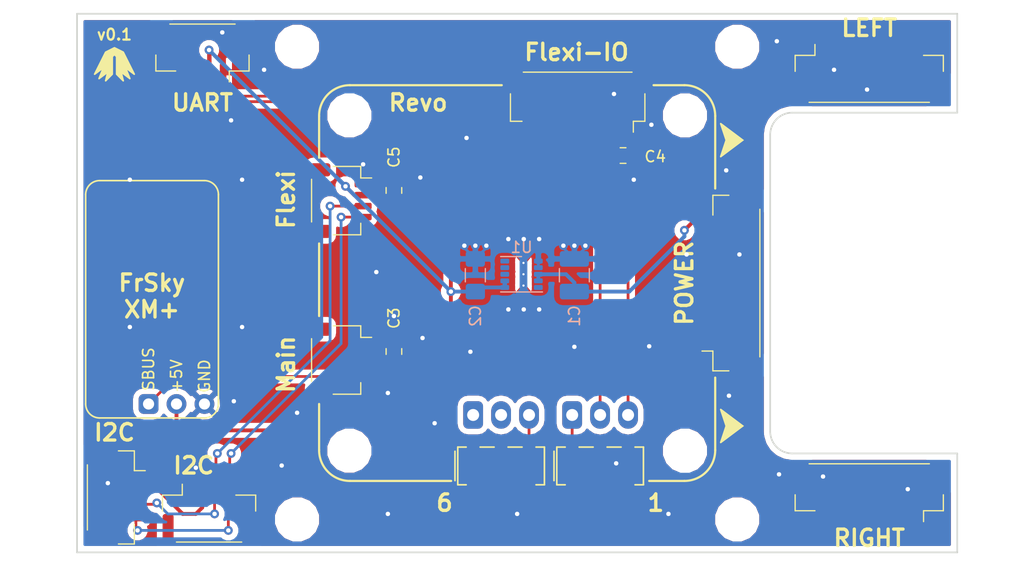
<source format=kicad_pcb>
(kicad_pcb (version 20171130) (host pcbnew 5.0.2-bee76a0~70~ubuntu18.04.1)

  (general
    (thickness 1.6)
    (drawings 40)
    (tracks 205)
    (zones 0)
    (modules 21)
    (nets 13)
  )

  (page A4)
  (layers
    (0 F.Cu signal)
    (31 B.Cu signal)
    (32 B.Adhes user)
    (33 F.Adhes user)
    (34 B.Paste user)
    (35 F.Paste user)
    (36 B.SilkS user)
    (37 F.SilkS user)
    (38 B.Mask user)
    (39 F.Mask user)
    (40 Dwgs.User user)
    (41 Cmts.User user)
    (42 Eco1.User user)
    (43 Eco2.User user)
    (44 Edge.Cuts user)
    (45 Margin user)
    (46 B.CrtYd user)
    (47 F.CrtYd user)
    (48 B.Fab user hide)
    (49 F.Fab user)
  )

  (setup
    (last_trace_width 0.25)
    (trace_clearance 0.2)
    (zone_clearance 0.508)
    (zone_45_only no)
    (trace_min 0.2)
    (segment_width 0.2)
    (edge_width 0.15)
    (via_size 0.8)
    (via_drill 0.4)
    (via_min_size 0.4)
    (via_min_drill 0.3)
    (uvia_size 0.3)
    (uvia_drill 0.1)
    (uvias_allowed no)
    (uvia_min_size 0.2)
    (uvia_min_drill 0.1)
    (pcb_text_width 0.3)
    (pcb_text_size 1.5 1.5)
    (mod_edge_width 0.15)
    (mod_text_size 1 1)
    (mod_text_width 0.15)
    (pad_size 0.8 0.45)
    (pad_drill 0)
    (pad_to_mask_clearance 0.051)
    (solder_mask_min_width 0.1016)
    (aux_axis_origin 0 0)
    (visible_elements FFFFFF7F)
    (pcbplotparams
      (layerselection 0x010fc_ffffffff)
      (usegerberextensions false)
      (usegerberattributes false)
      (usegerberadvancedattributes false)
      (creategerberjobfile false)
      (excludeedgelayer true)
      (linewidth 0.100000)
      (plotframeref false)
      (viasonmask false)
      (mode 1)
      (useauxorigin false)
      (hpglpennumber 1)
      (hpglpenspeed 20)
      (hpglpendiameter 15.000000)
      (psnegative false)
      (psa4output false)
      (plotreference true)
      (plotvalue true)
      (plotinvisibletext false)
      (padsonsilk false)
      (subtractmaskfromsilk false)
      (outputformat 1)
      (mirror false)
      (drillshape 0)
      (scaleselection 1)
      (outputdirectory "gerber/"))
  )

  (net 0 "")
  (net 1 GND)
  (net 2 +BATT)
  (net 3 /M4)
  (net 4 /M1)
  (net 5 /M2)
  (net 6 /M3)
  (net 7 +5V)
  (net 8 /SBUS)
  (net 9 /TX)
  (net 10 /RX)
  (net 11 /SCL)
  (net 12 /SDA)

  (net_class Default "This is the default net class."
    (clearance 0.2)
    (trace_width 0.25)
    (via_dia 0.8)
    (via_drill 0.4)
    (uvia_dia 0.3)
    (uvia_drill 0.1)
    (add_net /M1)
    (add_net /M2)
    (add_net /M3)
    (add_net /M4)
    (add_net /RX)
    (add_net /SBUS)
    (add_net /SCL)
    (add_net /SDA)
    (add_net /TX)
    (add_net GND)
  )

  (net_class Power ""
    (clearance 0.2)
    (trace_width 0.35)
    (via_dia 0.8)
    (via_drill 0.4)
    (uvia_dia 0.3)
    (uvia_drill 0.1)
    (add_net +5V)
    (add_net +BATT)
  )

  (module quadrotor:FrSky_XM+ (layer F.Cu) (tedit 5CC91343) (tstamp 5D02DE51)
    (at 116.5 111)
    (path /5CD05CEC)
    (fp_text reference U2 (at 3.175 1.905) (layer F.SilkS) hide
      (effects (font (size 1 1) (thickness 0.15)))
    )
    (fp_text value FrSky_XM+ (at 0.635 -9.525) (layer F.Fab)
      (effects (font (size 1 1) (thickness 0.15)))
    )
    (fp_text user GND (at 5.08 -2.54 90) (layer F.SilkS)
      (effects (font (size 1 1) (thickness 0.15)))
    )
    (fp_text user +5V (at 2.54 -2.54 90) (layer F.SilkS)
      (effects (font (size 1 1) (thickness 0.15)))
    )
    (fp_text user SBUS (at 0 -3.175 90) (layer F.SilkS)
      (effects (font (size 1 1) (thickness 0.15)))
    )
    (fp_text user Antenna (at 3.81 -15.24 90) (layer F.Fab)
      (effects (font (size 1 1) (thickness 0.15)))
    )
    (fp_text user Antenna (at 1.27 -15.24 90) (layer F.Fab)
      (effects (font (size 1 1) (thickness 0.15)))
    )
    (fp_text user Bind (at -2.54 -15.875 90) (layer F.Fab)
      (effects (font (size 1 1) (thickness 0.15)))
    )
    (fp_line (start 3.81 -19.685) (end 3.81 -24.13) (layer F.Fab) (width 0.45))
    (fp_line (start 1.27 -19.685) (end 1.27 -24.13) (layer F.Fab) (width 0.45))
    (fp_circle (center 1.27 -19.05) (end 1.905 -19.05) (layer F.Fab) (width 0.15))
    (fp_circle (center 3.81 -19.05) (end 4.445 -19.05) (layer F.Fab) (width 0.15))
    (fp_poly (pts (xy -3.81 -19.685) (xy -1.27 -19.685) (xy -1.27 -18.415) (xy -3.81 -18.415)) (layer F.Fab) (width 0.15))
    (fp_arc (start 5.08 -19.05) (end 6.35 -19.05) (angle -90) (layer F.SilkS) (width 0.15))
    (fp_arc (start -4.445 -19.05) (end -4.445 -20.32) (angle -90) (layer F.SilkS) (width 0.15))
    (fp_arc (start -4.445 0) (end -5.715 0) (angle -90) (layer F.SilkS) (width 0.15))
    (fp_arc (start 5.08 0) (end 5.08 1.27) (angle -90) (layer F.SilkS) (width 0.15))
    (fp_line (start 6.35 -19.05) (end 6.35 0) (layer F.SilkS) (width 0.15))
    (fp_line (start -4.445 -20.32) (end 5.08 -20.32) (layer F.SilkS) (width 0.15))
    (fp_line (start -5.715 0) (end -5.715 -19.05) (layer F.SilkS) (width 0.15))
    (fp_line (start 5.08 1.27) (end -4.445 1.27) (layer F.SilkS) (width 0.15))
    (pad 3 thru_hole circle (at 5.08 0) (size 1.8 1.8) (drill 1.016) (layers *.Cu *.Mask)
      (net 1 GND))
    (pad 2 thru_hole circle (at 2.54 0) (size 1.8 1.8) (drill 1.016) (layers *.Cu *.Mask)
      (net 7 +5V))
    (pad 1 thru_hole roundrect (at 0 0) (size 1.8 1.8) (drill 1.016) (layers *.Cu *.Mask) (roundrect_rratio 0.25)
      (net 8 /SBUS))
  )

  (module quadrotor:revo_mounting (layer F.Cu) (tedit 5CC8B4B3) (tstamp 5CC8A886)
    (at 150 100 270)
    (attr virtual)
    (fp_text reference REF** (at 0 0.5 270) (layer F.Fab)
      (effects (font (size 1 1) (thickness 0.15)))
    )
    (fp_text value revo_mounting (at 0 -0.5 270) (layer F.Fab)
      (effects (font (size 1 1) (thickness 0.15)))
    )
    (fp_text user - (at 16.25 -12.29 270) (layer F.Fab)
      (effects (font (size 1 1) (thickness 0.15)))
    )
    (fp_text user + (at 13.71 -12.29 270) (layer F.Fab)
      (effects (font (size 1 1) (thickness 0.15)))
    )
    (fp_text user S (at 11.17 -12.29 270) (layer F.Fab)
      (effects (font (size 1 1) (thickness 0.15)))
    )
    (fp_text user 6 (at 8.63 3.81 270) (layer F.Fab)
      (effects (font (size 1 1) (thickness 0.15)))
    )
    (fp_text user 5 (at 8.63 1.27 270) (layer F.Fab)
      (effects (font (size 1 1) (thickness 0.15)))
    )
    (fp_text user 4 (at 8.63 -1.27 270) (layer F.Fab)
      (effects (font (size 1 1) (thickness 0.15)))
    )
    (fp_text user 3 (at 8.63 -4.67 270) (layer F.Fab)
      (effects (font (size 1 1) (thickness 0.15)))
    )
    (fp_text user 2 (at 8.63 -7.21 270) (layer F.Fab)
      (effects (font (size 1 1) (thickness 0.15)))
    )
    (fp_text user 1 (at 8.63 -9.75 270) (layer F.Fab)
      (effects (font (size 1 1) (thickness 0.15)))
    )
    (fp_text user Sonar (at 15.5 8.5) (layer F.Fab)
      (effects (font (size 1 1) (thickness 0.15)))
    )
    (fp_text user Main (at 7 15.5 270) (layer F.Fab)
      (effects (font (size 1 1) (thickness 0.15)))
    )
    (fp_text user Flexi (at -7.5 15.5 270) (layer F.Fab)
      (effects (font (size 1 1) (thickness 0.15)))
    )
    (fp_text user Flexi-IO (at -15 -3) (layer F.Fab)
      (effects (font (size 1 1) (thickness 0.15)))
    )
    (fp_text user USB (at -15 7) (layer F.Fab)
      (effects (font (size 1 1) (thickness 0.15)))
    )
    (fp_line (start 17.52 2.54) (end 9.9 2.54) (layer F.Fab) (width 0.15))
    (fp_line (start 17.52 0) (end 9.9 0) (layer F.Fab) (width 0.15))
    (fp_line (start 9.9 -2.54) (end 17.52 -2.54) (layer F.Fab) (width 0.15))
    (fp_line (start 9.9 5.08) (end 9.9 -2.54) (layer F.Fab) (width 0.15))
    (fp_line (start 17.52 5.08) (end 9.9 5.08) (layer F.Fab) (width 0.15))
    (fp_line (start 17.52 -2.54) (end 17.52 5.08) (layer F.Fab) (width 0.15))
    (fp_line (start 17.52 -5.94) (end 9.9 -5.94) (layer F.Fab) (width 0.15))
    (fp_line (start 17.52 -8.48) (end 9.9 -8.48) (layer F.Fab) (width 0.15))
    (fp_line (start 9.9 -11.02) (end 17.52 -11.02) (layer F.Fab) (width 0.15))
    (fp_line (start 9.9 -3.4) (end 9.9 -11.02) (layer F.Fab) (width 0.15))
    (fp_line (start 17.52 -3.4) (end 9.9 -3.4) (layer F.Fab) (width 0.15))
    (fp_line (start 17.52 -11.02) (end 17.52 -3.4) (layer F.Fab) (width 0.15))
    (fp_circle (center 11.17 3.81) (end 11.424 3.81) (layer F.Fab) (width 0.15))
    (fp_circle (center 13.71 3.81) (end 13.964 3.81) (layer F.Fab) (width 0.15))
    (fp_circle (center 16.25 3.81) (end 16.504 3.81) (layer F.Fab) (width 0.15))
    (fp_circle (center 11.17 1.27) (end 11.424 1.27) (layer F.Fab) (width 0.15))
    (fp_circle (center 13.71 1.27) (end 13.964 1.27) (layer F.Fab) (width 0.15))
    (fp_circle (center 16.25 1.27) (end 16.504 1.27) (layer F.Fab) (width 0.15))
    (fp_circle (center 11.17 -1.27) (end 11.424 -1.27) (layer F.Fab) (width 0.15))
    (fp_circle (center 13.71 -1.27) (end 13.964 -1.27) (layer F.Fab) (width 0.15))
    (fp_circle (center 16.25 -1.27) (end 16.504 -1.27) (layer F.Fab) (width 0.15))
    (fp_circle (center 16.25 -4.67) (end 16.504 -4.67) (layer F.Fab) (width 0.15))
    (fp_circle (center 13.71 -4.67) (end 13.964 -4.67) (layer F.Fab) (width 0.15))
    (fp_circle (center 11.17 -4.67) (end 11.424 -4.67) (layer F.Fab) (width 0.15))
    (fp_circle (center 11.17 -7.21) (end 11.424 -7.21) (layer F.Fab) (width 0.15))
    (fp_circle (center 13.71 -7.21) (end 13.964 -7.21) (layer F.Fab) (width 0.15))
    (fp_circle (center 16.25 -7.21) (end 16.504 -7.21) (layer F.Fab) (width 0.15))
    (fp_circle (center 11.17 -9.75) (end 11.424 -9.75) (layer F.Fab) (width 0.15))
    (fp_circle (center 13.71 -9.75) (end 13.964 -9.75) (layer F.Fab) (width 0.15))
    (fp_circle (center 16.25 -9.75) (end 16.5 -9.75) (layer F.Fab) (width 0.15))
    (fp_line (start 17.5 5.5) (end 17.5 11.75) (layer F.Fab) (width 0.15))
    (fp_line (start 13 5.5) (end 17.5 5.5) (layer F.Fab) (width 0.15))
    (fp_line (start 13 11.75) (end 13 5.5) (layer F.Fab) (width 0.15))
    (fp_line (start 17.5 11.75) (end 13 11.75) (layer F.Fab) (width 0.15))
    (fp_line (start 3.75 17.5) (end 10 17.5) (layer F.Fab) (width 0.15))
    (fp_line (start 3.75 13) (end 3.75 17.5) (layer F.Fab) (width 0.15))
    (fp_line (start 10 13) (end 3.75 13) (layer F.Fab) (width 0.15))
    (fp_line (start 10 17.5) (end 10 13) (layer F.Fab) (width 0.15))
    (fp_line (start -4.25 17.5) (end -10.5 17.5) (layer F.Fab) (width 0.15))
    (fp_line (start -4.25 13) (end -4.25 17.5) (layer F.Fab) (width 0.15))
    (fp_line (start -10.5 13) (end -4.25 13) (layer F.Fab) (width 0.15))
    (fp_line (start -10.5 17.5) (end -10.5 13) (layer F.Fab) (width 0.15))
    (fp_poly (pts (xy 0 -17) (xy -1.5 -14.5) (xy 0 -15) (xy 1.5 -14.5)) (layer F.Fab) (width 0.15))
    (fp_line (start -12.75 -9.5) (end -17.25 -9.5) (layer F.Fab) (width 0.15))
    (fp_line (start -12.75 2.5) (end -12.75 -9.5) (layer F.Fab) (width 0.15))
    (fp_line (start -17.25 2.5) (end -12.75 2.5) (layer F.Fab) (width 0.15))
    (fp_line (start -17.25 -9.5) (end -17.25 2.5) (layer F.Fab) (width 0.15))
    (fp_line (start -18.75 3.5) (end -18.75 11) (layer F.Fab) (width 0.15))
    (fp_line (start -13.25 3.5) (end -18.75 3.5) (layer F.Fab) (width 0.15))
    (fp_line (start -13.25 11) (end -13.25 3.5) (layer F.Fab) (width 0.15))
    (fp_line (start -18.75 11) (end -13.25 11) (layer F.Fab) (width 0.15))
    (fp_line (start -18 18) (end -18 -18) (layer F.Fab) (width 0.15))
    (fp_line (start 18 18) (end -18 18) (layer F.Fab) (width 0.15))
    (fp_line (start 18 -18) (end 18 18) (layer F.Fab) (width 0.15))
    (fp_line (start -18 -18) (end 18 -18) (layer F.Fab) (width 0.15))
    (pad "" np_thru_hole circle (at -15.25 -15.25 270) (size 3 3) (drill 3) (layers *.Cu *.Mask))
    (pad "" np_thru_hole circle (at -15.25 15.25 270) (size 3 3) (drill 3) (layers *.Cu *.Mask))
    (pad "" np_thru_hole circle (at 15.25 15.25 270) (size 3 3) (drill 3) (layers *.Cu *.Mask))
    (pad "" np_thru_hole circle (at 15.25 -15.25 270) (size 3 3) (drill 3) (layers *.Cu *.Mask))
  )

  (module quadrotor:Molex_KK-7478_1x03_P2.54mm_Horizontal (layer F.Cu) (tedit 5CC9138B) (tstamp 5CE09387)
    (at 146 112)
    (path /5CC8B631)
    (fp_text reference J5 (at 2.794 -2.286) (layer F.SilkS) hide
      (effects (font (size 1 1) (thickness 0.15)))
    )
    (fp_text value "Servo 4-6" (at 0 -4.318) (layer F.Fab)
      (effects (font (size 1 1) (thickness 0.15)))
    )
    (fp_line (start -1.27 3.048) (end -1.27 6.223) (layer F.Fab) (width 0.15))
    (fp_line (start 6.35 6.223) (end 6.35 3.048) (layer F.Fab) (width 0.15))
    (fp_line (start 6.35 3.048) (end -1.27 3.048) (layer F.Fab) (width 0.15))
    (fp_line (start 0 11.176) (end 5.08 11.176) (layer F.Fab) (width 0.15))
    (fp_line (start 5.08 11.176) (end 5.08 6.223) (layer F.Fab) (width 0.15))
    (fp_line (start 0 6.223) (end 0 11.176) (layer F.Fab) (width 0.15))
    (fp_line (start -1.27 6.223) (end 0 6.223) (layer F.Fab) (width 0.15))
    (fp_line (start 5.08 6.223) (end 6.35 6.223) (layer F.Fab) (width 0.15))
    (fp_line (start 2.921 11.176) (end 2.921 12.573) (layer F.Fab) (width 0.15))
    (fp_line (start 2.921 12.573) (end 2.667 12.827) (layer F.Fab) (width 0.15))
    (fp_line (start 2.667 12.827) (end 2.413 12.827) (layer F.Fab) (width 0.15))
    (fp_line (start 2.413 12.827) (end 2.159 12.573) (layer F.Fab) (width 0.15))
    (fp_line (start 2.159 12.573) (end 2.159 11.176) (layer F.Fab) (width 0.15))
    (fp_line (start 2.159 12.573) (end 2.921 12.573) (layer F.Fab) (width 0.15))
    (fp_line (start -0.381 6.223) (end -0.381 12.573) (layer F.Fab) (width 0.15))
    (fp_line (start -0.381 12.573) (end -0.127 12.827) (layer F.Fab) (width 0.15))
    (fp_line (start -0.127 12.827) (end 0.127 12.827) (layer F.Fab) (width 0.15))
    (fp_line (start 0.127 12.827) (end 0.381 12.573) (layer F.Fab) (width 0.15))
    (fp_line (start 0.381 12.573) (end 0.381 11.176) (layer F.Fab) (width 0.15))
    (fp_line (start 0.381 12.573) (end -0.381 12.573) (layer F.Fab) (width 0.15))
    (fp_line (start 4.699 11.176) (end 4.699 12.573) (layer F.Fab) (width 0.15))
    (fp_line (start 4.699 12.573) (end 4.953 12.827) (layer F.Fab) (width 0.15))
    (fp_line (start 4.953 12.827) (end 5.207 12.827) (layer F.Fab) (width 0.15))
    (fp_line (start 5.207 12.827) (end 5.461 12.573) (layer F.Fab) (width 0.15))
    (fp_line (start 5.461 12.573) (end 5.461 6.223) (layer F.Fab) (width 0.15))
    (fp_line (start 4.699 12.573) (end 5.461 12.573) (layer F.Fab) (width 0.15))
    (fp_line (start -0.381 3.048) (end -0.381 -0.254) (layer F.Fab) (width 0.15))
    (fp_line (start -0.381 -0.254) (end 0.381 -0.254) (layer F.Fab) (width 0.15))
    (fp_line (start 0.381 -0.254) (end 0.381 3.048) (layer F.Fab) (width 0.15))
    (fp_line (start 2.159 3.048) (end 2.159 -0.254) (layer F.Fab) (width 0.15))
    (fp_line (start 2.159 -0.254) (end 2.921 -0.254) (layer F.Fab) (width 0.15))
    (fp_line (start 2.921 -0.254) (end 2.921 3.048) (layer F.Fab) (width 0.15))
    (fp_line (start 4.699 3.048) (end 4.699 -0.254) (layer F.Fab) (width 0.15))
    (fp_line (start 4.699 -0.254) (end 5.461 -0.254) (layer F.Fab) (width 0.15))
    (fp_line (start 5.461 -0.254) (end 5.461 3.048) (layer F.Fab) (width 0.15))
    (fp_line (start 6.477 2.921) (end 6.477 6.35) (layer F.SilkS) (width 0.15))
    (fp_line (start 6.477 6.35) (end 5.715 6.35) (layer F.SilkS) (width 0.15))
    (fp_line (start 6.477 2.921) (end 5.715 2.921) (layer F.SilkS) (width 0.15))
    (fp_line (start 4.445 2.921) (end 3.175 2.921) (layer F.SilkS) (width 0.15))
    (fp_line (start 1.905 2.921) (end 0.635 2.921) (layer F.SilkS) (width 0.15))
    (fp_line (start -0.635 2.921) (end -1.397 2.921) (layer F.SilkS) (width 0.15))
    (fp_line (start -1.397 2.921) (end -1.397 6.35) (layer F.SilkS) (width 0.15))
    (fp_line (start -1.397 6.35) (end -0.635 6.35) (layer F.SilkS) (width 0.15))
    (fp_line (start -1.651 3.302) (end -1.651 5.969) (layer F.SilkS) (width 0.15))
    (pad 1 thru_hole roundrect (at 0 0) (size 1.8 2.5) (drill 1.09) (layers *.Cu *.Mask) (roundrect_rratio 0.25))
    (pad 2 thru_hole oval (at 2.54 0) (size 1.8 2.5) (drill 1.09) (layers *.Cu *.Mask))
    (pad 3 thru_hole oval (at 5.08 0) (size 1.8 2.5) (drill 1.09) (layers *.Cu *.Mask)
      (net 5 /M2))
  )

  (module Capacitor_SMD:C_0805_2012Metric_Pad1.15x1.40mm_HandSolder (layer F.Cu) (tedit 5B36C52B) (tstamp 5CF7362A)
    (at 159.625 88.4)
    (descr "Capacitor SMD 0805 (2012 Metric), square (rectangular) end terminal, IPC_7351 nominal with elongated pad for handsoldering. (Body size source: https://docs.google.com/spreadsheets/d/1BsfQQcO9C6DZCsRaXUlFlo91Tg2WpOkGARC1WS5S8t0/edit?usp=sharing), generated with kicad-footprint-generator")
    (tags "capacitor handsolder")
    (path /5CCB2B1E)
    (attr smd)
    (fp_text reference C4 (at 2.925 0.1) (layer F.SilkS)
      (effects (font (size 1 1) (thickness 0.15)))
    )
    (fp_text value 0.1uF (at 0 1.65) (layer F.Fab)
      (effects (font (size 1 1) (thickness 0.15)))
    )
    (fp_line (start -1 0.6) (end -1 -0.6) (layer F.Fab) (width 0.1))
    (fp_line (start -1 -0.6) (end 1 -0.6) (layer F.Fab) (width 0.1))
    (fp_line (start 1 -0.6) (end 1 0.6) (layer F.Fab) (width 0.1))
    (fp_line (start 1 0.6) (end -1 0.6) (layer F.Fab) (width 0.1))
    (fp_line (start -0.261252 -0.71) (end 0.261252 -0.71) (layer F.SilkS) (width 0.12))
    (fp_line (start -0.261252 0.71) (end 0.261252 0.71) (layer F.SilkS) (width 0.12))
    (fp_line (start -1.85 0.95) (end -1.85 -0.95) (layer F.CrtYd) (width 0.05))
    (fp_line (start -1.85 -0.95) (end 1.85 -0.95) (layer F.CrtYd) (width 0.05))
    (fp_line (start 1.85 -0.95) (end 1.85 0.95) (layer F.CrtYd) (width 0.05))
    (fp_line (start 1.85 0.95) (end -1.85 0.95) (layer F.CrtYd) (width 0.05))
    (fp_text user %R (at 0 0) (layer F.Fab)
      (effects (font (size 0.5 0.5) (thickness 0.08)))
    )
    (pad 1 smd roundrect (at -1.025 0) (size 1.15 1.4) (layers F.Cu F.Paste F.Mask) (roundrect_rratio 0.217391)
      (net 7 +5V))
    (pad 2 smd roundrect (at 1.025 0) (size 1.15 1.4) (layers F.Cu F.Paste F.Mask) (roundrect_rratio 0.217391)
      (net 1 GND))
    (model ${KISYS3DMOD}/Capacitor_SMD.3dshapes/C_0805_2012Metric.wrl
      (at (xyz 0 0 0))
      (scale (xyz 1 1 1))
      (rotate (xyz 0 0 0))
    )
  )

  (module Capacitor_SMD:C_0805_2012Metric_Pad1.15x1.40mm_HandSolder (layer F.Cu) (tedit 5B36C52B) (tstamp 5CF7363B)
    (at 138.8 91.575 90)
    (descr "Capacitor SMD 0805 (2012 Metric), square (rectangular) end terminal, IPC_7351 nominal with elongated pad for handsoldering. (Body size source: https://docs.google.com/spreadsheets/d/1BsfQQcO9C6DZCsRaXUlFlo91Tg2WpOkGARC1WS5S8t0/edit?usp=sharing), generated with kicad-footprint-generator")
    (tags "capacitor handsolder")
    (path /5CCCEE85)
    (attr smd)
    (fp_text reference C5 (at 3.025 0 90) (layer F.SilkS)
      (effects (font (size 1 1) (thickness 0.15)))
    )
    (fp_text value 0.1uF (at 0 1.65 90) (layer F.Fab)
      (effects (font (size 1 1) (thickness 0.15)))
    )
    (fp_text user %R (at 0 0 90) (layer F.Fab)
      (effects (font (size 0.5 0.5) (thickness 0.08)))
    )
    (fp_line (start 1.85 0.95) (end -1.85 0.95) (layer F.CrtYd) (width 0.05))
    (fp_line (start 1.85 -0.95) (end 1.85 0.95) (layer F.CrtYd) (width 0.05))
    (fp_line (start -1.85 -0.95) (end 1.85 -0.95) (layer F.CrtYd) (width 0.05))
    (fp_line (start -1.85 0.95) (end -1.85 -0.95) (layer F.CrtYd) (width 0.05))
    (fp_line (start -0.261252 0.71) (end 0.261252 0.71) (layer F.SilkS) (width 0.12))
    (fp_line (start -0.261252 -0.71) (end 0.261252 -0.71) (layer F.SilkS) (width 0.12))
    (fp_line (start 1 0.6) (end -1 0.6) (layer F.Fab) (width 0.1))
    (fp_line (start 1 -0.6) (end 1 0.6) (layer F.Fab) (width 0.1))
    (fp_line (start -1 -0.6) (end 1 -0.6) (layer F.Fab) (width 0.1))
    (fp_line (start -1 0.6) (end -1 -0.6) (layer F.Fab) (width 0.1))
    (pad 2 smd roundrect (at 1.025 0 90) (size 1.15 1.4) (layers F.Cu F.Paste F.Mask) (roundrect_rratio 0.217391)
      (net 1 GND))
    (pad 1 smd roundrect (at -1.025 0 90) (size 1.15 1.4) (layers F.Cu F.Paste F.Mask) (roundrect_rratio 0.217391)
      (net 7 +5V))
    (model ${KISYS3DMOD}/Capacitor_SMD.3dshapes/C_0805_2012Metric.wrl
      (at (xyz 0 0 0))
      (scale (xyz 1 1 1))
      (rotate (xyz 0 0 0))
    )
  )

  (module Connector_JST:JST_SH_SM04B-SRSS-TB_1x04-1MP_P1.00mm_Horizontal (layer F.Cu) (tedit 5CC9132A) (tstamp 5CF769B1)
    (at 134 107 270)
    (descr "JST SH series connector, SM04B-SRSS-TB (http://www.jst-mfg.com/product/pdf/eng/eSH.pdf), generated with kicad-footprint-generator")
    (tags "connector JST SH top entry")
    (path /5CC92668)
    (attr smd)
    (fp_text reference J6 (at 0 -3.98 270) (layer F.SilkS) hide
      (effects (font (size 1 1) (thickness 0.15)))
    )
    (fp_text value Main (at 0 3.98 270) (layer F.Fab)
      (effects (font (size 1 1) (thickness 0.15)))
    )
    (fp_text user %R (at 0 0 270) (layer F.Fab)
      (effects (font (size 1 1) (thickness 0.15)))
    )
    (fp_line (start -1.5 -0.967893) (end -1 -1.675) (layer F.Fab) (width 0.1))
    (fp_line (start -2 -1.675) (end -1.5 -0.967893) (layer F.Fab) (width 0.1))
    (fp_line (start 3.9 -3.28) (end -3.9 -3.28) (layer F.CrtYd) (width 0.05))
    (fp_line (start 3.9 3.28) (end 3.9 -3.28) (layer F.CrtYd) (width 0.05))
    (fp_line (start -3.9 3.28) (end 3.9 3.28) (layer F.CrtYd) (width 0.05))
    (fp_line (start -3.9 -3.28) (end -3.9 3.28) (layer F.CrtYd) (width 0.05))
    (fp_line (start 3 -1.675) (end 3 2.575) (layer F.Fab) (width 0.1))
    (fp_line (start -3 -1.675) (end -3 2.575) (layer F.Fab) (width 0.1))
    (fp_line (start -3 2.575) (end 3 2.575) (layer F.Fab) (width 0.1))
    (fp_line (start -1.94 2.685) (end 1.94 2.685) (layer F.SilkS) (width 0.12))
    (fp_line (start 3.11 -1.785) (end 2.06 -1.785) (layer F.SilkS) (width 0.12))
    (fp_line (start 3.11 0.715) (end 3.11 -1.785) (layer F.SilkS) (width 0.12))
    (fp_line (start -2.06 -1.785) (end -2.06 -2.775) (layer F.SilkS) (width 0.12))
    (fp_line (start -3.11 -1.785) (end -2.06 -1.785) (layer F.SilkS) (width 0.12))
    (fp_line (start -3.11 0.715) (end -3.11 -1.785) (layer F.SilkS) (width 0.12))
    (fp_line (start -3 -1.675) (end 3 -1.675) (layer F.Fab) (width 0.1))
    (pad MP smd roundrect (at 2.8 1.875 270) (size 1.2 1.8) (layers F.Cu F.Paste F.Mask) (roundrect_rratio 0.208333))
    (pad MP smd roundrect (at -2.8 1.875 270) (size 1.2 1.8) (layers F.Cu F.Paste F.Mask) (roundrect_rratio 0.208333))
    (pad 4 smd roundrect (at 1.5 -2 270) (size 0.6 1.55) (layers F.Cu F.Paste F.Mask) (roundrect_rratio 0.25)
      (net 8 /SBUS))
    (pad 3 smd roundrect (at 0.5 -2 270) (size 0.6 1.55) (layers F.Cu F.Paste F.Mask) (roundrect_rratio 0.25))
    (pad 2 smd roundrect (at -0.5 -2 270) (size 0.6 1.55) (layers F.Cu F.Paste F.Mask) (roundrect_rratio 0.25)
      (net 7 +5V))
    (pad 1 smd roundrect (at -1.5 -2 270) (size 0.6 1.55) (layers F.Cu F.Paste F.Mask) (roundrect_rratio 0.25)
      (net 1 GND))
    (model ${KISYS3DMOD}/Connector_JST.3dshapes/JST_SH_SM04B-SRSS-TB_1x04-1MP_P1.00mm_Horizontal.wrl
      (at (xyz 0 0 0))
      (scale (xyz 1 1 1))
      (rotate (xyz 0 0 0))
    )
  )

  (module Connector_JST:JST_GH_SM08B-GHS-TB_1x08-1MP_P1.25mm_Horizontal (layer F.Cu) (tedit 5CC91360) (tstamp 5CF77969)
    (at 182 81)
    (descr "JST GH series connector, SM08B-GHS-TB (http://www.jst-mfg.com/product/pdf/eng/eGH.pdf), generated with kicad-footprint-generator")
    (tags "connector JST GH top entry")
    (path /5CC1141D)
    (attr smd)
    (fp_text reference J1 (at 0 -3.9) (layer F.SilkS) hide
      (effects (font (size 1 1) (thickness 0.15)))
    )
    (fp_text value Left (at 0 3.9) (layer F.Fab)
      (effects (font (size 1 1) (thickness 0.15)))
    )
    (fp_line (start -6.625 -1.6) (end 6.625 -1.6) (layer F.Fab) (width 0.1))
    (fp_line (start -6.735 -0.26) (end -6.735 -1.71) (layer F.SilkS) (width 0.12))
    (fp_line (start -6.735 -1.71) (end -4.935 -1.71) (layer F.SilkS) (width 0.12))
    (fp_line (start -4.935 -1.71) (end -4.935 -2.7) (layer F.SilkS) (width 0.12))
    (fp_line (start 6.735 -0.26) (end 6.735 -1.71) (layer F.SilkS) (width 0.12))
    (fp_line (start 6.735 -1.71) (end 4.935 -1.71) (layer F.SilkS) (width 0.12))
    (fp_line (start -5.465 2.56) (end 5.465 2.56) (layer F.SilkS) (width 0.12))
    (fp_line (start -6.625 2.45) (end 6.625 2.45) (layer F.Fab) (width 0.1))
    (fp_line (start -6.625 -1.6) (end -6.625 2.45) (layer F.Fab) (width 0.1))
    (fp_line (start 6.625 -1.6) (end 6.625 2.45) (layer F.Fab) (width 0.1))
    (fp_line (start -7.22 -3.2) (end -7.22 3.2) (layer F.CrtYd) (width 0.05))
    (fp_line (start -7.22 3.2) (end 7.22 3.2) (layer F.CrtYd) (width 0.05))
    (fp_line (start 7.22 3.2) (end 7.22 -3.2) (layer F.CrtYd) (width 0.05))
    (fp_line (start 7.22 -3.2) (end -7.22 -3.2) (layer F.CrtYd) (width 0.05))
    (fp_line (start -4.875 -1.6) (end -4.375 -0.892893) (layer F.Fab) (width 0.1))
    (fp_line (start -4.375 -0.892893) (end -3.875 -1.6) (layer F.Fab) (width 0.1))
    (fp_text user %R (at 0 0) (layer F.Fab)
      (effects (font (size 1 1) (thickness 0.15)))
    )
    (pad 1 smd roundrect (at -4.375 -1.85) (size 0.6 1.7) (layers F.Cu F.Paste F.Mask) (roundrect_rratio 0.25)
      (net 4 /M1))
    (pad 2 smd roundrect (at -3.125 -1.85) (size 0.6 1.7) (layers F.Cu F.Paste F.Mask) (roundrect_rratio 0.25)
      (net 1 GND))
    (pad 3 smd roundrect (at -1.875 -1.85) (size 0.6 1.7) (layers F.Cu F.Paste F.Mask) (roundrect_rratio 0.25)
      (net 4 /M1))
    (pad 4 smd roundrect (at -0.625 -1.85) (size 0.6 1.7) (layers F.Cu F.Paste F.Mask) (roundrect_rratio 0.25)
      (net 3 /M4))
    (pad 5 smd roundrect (at 0.625 -1.85) (size 0.6 1.7) (layers F.Cu F.Paste F.Mask) (roundrect_rratio 0.25))
    (pad 6 smd roundrect (at 1.875 -1.85) (size 0.6 1.7) (layers F.Cu F.Paste F.Mask) (roundrect_rratio 0.25)
      (net 3 /M4))
    (pad 7 smd roundrect (at 3.125 -1.85) (size 0.6 1.7) (layers F.Cu F.Paste F.Mask) (roundrect_rratio 0.25))
    (pad 8 smd roundrect (at 4.375 -1.85) (size 0.6 1.7) (layers F.Cu F.Paste F.Mask) (roundrect_rratio 0.25))
    (pad MP smd roundrect (at -6.225 1.35) (size 1 2.7) (layers F.Cu F.Paste F.Mask) (roundrect_rratio 0.25))
    (pad MP smd roundrect (at 6.225 1.35) (size 1 2.7) (layers F.Cu F.Paste F.Mask) (roundrect_rratio 0.25))
    (model ${KISYS3DMOD}/Connector_JST.3dshapes/JST_GH_SM08B-GHS-TB_1x08-1MP_P1.25mm_Horizontal.wrl
      (at (xyz 0 0 0))
      (scale (xyz 1 1 1))
      (rotate (xyz 0 0 0))
    )
  )

  (module Connector_JST:JST_GH_SM08B-GHS-TB_1x08-1MP_P1.25mm_Horizontal (layer F.Cu) (tedit 5CC9136B) (tstamp 5CF77639)
    (at 182 119 180)
    (descr "JST GH series connector, SM08B-GHS-TB (http://www.jst-mfg.com/product/pdf/eng/eGH.pdf), generated with kicad-footprint-generator")
    (tags "connector JST GH top entry")
    (path /5CC114D7)
    (attr smd)
    (fp_text reference J2 (at 0 -3.9 180) (layer F.SilkS) hide
      (effects (font (size 1 1) (thickness 0.15)))
    )
    (fp_text value Right (at 0 3.9 180) (layer F.Fab)
      (effects (font (size 1 1) (thickness 0.15)))
    )
    (fp_text user %R (at 0 0 180) (layer F.Fab)
      (effects (font (size 1 1) (thickness 0.15)))
    )
    (fp_line (start -4.375 -0.892893) (end -3.875 -1.6) (layer F.Fab) (width 0.1))
    (fp_line (start -4.875 -1.6) (end -4.375 -0.892893) (layer F.Fab) (width 0.1))
    (fp_line (start 7.22 -3.2) (end -7.22 -3.2) (layer F.CrtYd) (width 0.05))
    (fp_line (start 7.22 3.2) (end 7.22 -3.2) (layer F.CrtYd) (width 0.05))
    (fp_line (start -7.22 3.2) (end 7.22 3.2) (layer F.CrtYd) (width 0.05))
    (fp_line (start -7.22 -3.2) (end -7.22 3.2) (layer F.CrtYd) (width 0.05))
    (fp_line (start 6.625 -1.6) (end 6.625 2.45) (layer F.Fab) (width 0.1))
    (fp_line (start -6.625 -1.6) (end -6.625 2.45) (layer F.Fab) (width 0.1))
    (fp_line (start -6.625 2.45) (end 6.625 2.45) (layer F.Fab) (width 0.1))
    (fp_line (start -5.465 2.56) (end 5.465 2.56) (layer F.SilkS) (width 0.12))
    (fp_line (start 6.735 -1.71) (end 4.935 -1.71) (layer F.SilkS) (width 0.12))
    (fp_line (start 6.735 -0.26) (end 6.735 -1.71) (layer F.SilkS) (width 0.12))
    (fp_line (start -4.935 -1.71) (end -4.935 -2.7) (layer F.SilkS) (width 0.12))
    (fp_line (start -6.735 -1.71) (end -4.935 -1.71) (layer F.SilkS) (width 0.12))
    (fp_line (start -6.735 -0.26) (end -6.735 -1.71) (layer F.SilkS) (width 0.12))
    (fp_line (start -6.625 -1.6) (end 6.625 -1.6) (layer F.Fab) (width 0.1))
    (pad MP smd roundrect (at 6.225 1.35 180) (size 1 2.7) (layers F.Cu F.Paste F.Mask) (roundrect_rratio 0.25))
    (pad MP smd roundrect (at -6.225 1.35 180) (size 1 2.7) (layers F.Cu F.Paste F.Mask) (roundrect_rratio 0.25))
    (pad 8 smd roundrect (at 4.375 -1.85 180) (size 0.6 1.7) (layers F.Cu F.Paste F.Mask) (roundrect_rratio 0.25))
    (pad 7 smd roundrect (at 3.125 -1.85 180) (size 0.6 1.7) (layers F.Cu F.Paste F.Mask) (roundrect_rratio 0.25))
    (pad 6 smd roundrect (at 1.875 -1.85 180) (size 0.6 1.7) (layers F.Cu F.Paste F.Mask) (roundrect_rratio 0.25)
      (net 6 /M3))
    (pad 5 smd roundrect (at 0.625 -1.85 180) (size 0.6 1.7) (layers F.Cu F.Paste F.Mask) (roundrect_rratio 0.25))
    (pad 4 smd roundrect (at -0.625 -1.85 180) (size 0.6 1.7) (layers F.Cu F.Paste F.Mask) (roundrect_rratio 0.25)
      (net 6 /M3))
    (pad 3 smd roundrect (at -1.875 -1.85 180) (size 0.6 1.7) (layers F.Cu F.Paste F.Mask) (roundrect_rratio 0.25)
      (net 5 /M2))
    (pad 2 smd roundrect (at -3.125 -1.85 180) (size 0.6 1.7) (layers F.Cu F.Paste F.Mask) (roundrect_rratio 0.25)
      (net 1 GND))
    (pad 1 smd roundrect (at -4.375 -1.85 180) (size 0.6 1.7) (layers F.Cu F.Paste F.Mask) (roundrect_rratio 0.25)
      (net 5 /M2))
    (model ${KISYS3DMOD}/Connector_JST.3dshapes/JST_GH_SM08B-GHS-TB_1x08-1MP_P1.25mm_Horizontal.wrl
      (at (xyz 0 0 0))
      (scale (xyz 1 1 1))
      (rotate (xyz 0 0 0))
    )
  )

  (module Connector_JST:JST_GH_SM10B-GHS-TB_1x10-1MP_P1.25mm_Horizontal (layer F.Cu) (tedit 5CC913D5) (tstamp 5CF77401)
    (at 169.5 100 90)
    (descr "JST GH series connector, SM10B-GHS-TB (http://www.jst-mfg.com/product/pdf/eng/eGH.pdf), generated with kicad-footprint-generator")
    (tags "connector JST GH top entry")
    (path /5CC111AB)
    (attr smd)
    (fp_text reference J3 (at 0 -3.9 90) (layer F.SilkS) hide
      (effects (font (size 1 1) (thickness 0.15)))
    )
    (fp_text value Power (at 0 3.9 90) (layer F.Fab)
      (effects (font (size 1 1) (thickness 0.15)))
    )
    (fp_line (start -7.875 -1.6) (end 7.875 -1.6) (layer F.Fab) (width 0.1))
    (fp_line (start -7.985 -0.26) (end -7.985 -1.71) (layer F.SilkS) (width 0.12))
    (fp_line (start -7.985 -1.71) (end -6.185 -1.71) (layer F.SilkS) (width 0.12))
    (fp_line (start -6.185 -1.71) (end -6.185 -2.7) (layer F.SilkS) (width 0.12))
    (fp_line (start 7.985 -0.26) (end 7.985 -1.71) (layer F.SilkS) (width 0.12))
    (fp_line (start 7.985 -1.71) (end 6.185 -1.71) (layer F.SilkS) (width 0.12))
    (fp_line (start -6.715 2.56) (end 6.715 2.56) (layer F.SilkS) (width 0.12))
    (fp_line (start -7.875 2.45) (end 7.875 2.45) (layer F.Fab) (width 0.1))
    (fp_line (start -7.875 -1.6) (end -7.875 2.45) (layer F.Fab) (width 0.1))
    (fp_line (start 7.875 -1.6) (end 7.875 2.45) (layer F.Fab) (width 0.1))
    (fp_line (start -8.48 -3.2) (end -8.48 3.2) (layer F.CrtYd) (width 0.05))
    (fp_line (start -8.48 3.2) (end 8.48 3.2) (layer F.CrtYd) (width 0.05))
    (fp_line (start 8.48 3.2) (end 8.48 -3.2) (layer F.CrtYd) (width 0.05))
    (fp_line (start 8.48 -3.2) (end -8.48 -3.2) (layer F.CrtYd) (width 0.05))
    (fp_line (start -6.125 -1.6) (end -5.625 -0.892893) (layer F.Fab) (width 0.1))
    (fp_line (start -5.625 -0.892893) (end -5.125 -1.6) (layer F.Fab) (width 0.1))
    (fp_text user %R (at 0 0 90) (layer F.Fab)
      (effects (font (size 1 1) (thickness 0.15)))
    )
    (pad 1 smd roundrect (at -5.625 -1.85 90) (size 0.6 1.7) (layers F.Cu F.Paste F.Mask) (roundrect_rratio 0.25))
    (pad 2 smd roundrect (at -4.375 -1.85 90) (size 0.6 1.7) (layers F.Cu F.Paste F.Mask) (roundrect_rratio 0.25))
    (pad 3 smd roundrect (at -3.125 -1.85 90) (size 0.6 1.7) (layers F.Cu F.Paste F.Mask) (roundrect_rratio 0.25))
    (pad 4 smd roundrect (at -1.875 -1.85 90) (size 0.6 1.7) (layers F.Cu F.Paste F.Mask) (roundrect_rratio 0.25))
    (pad 5 smd roundrect (at -0.625 -1.85 90) (size 0.6 1.7) (layers F.Cu F.Paste F.Mask) (roundrect_rratio 0.25))
    (pad 6 smd roundrect (at 0.625 -1.85 90) (size 0.6 1.7) (layers F.Cu F.Paste F.Mask) (roundrect_rratio 0.25))
    (pad 7 smd roundrect (at 1.875 -1.85 90) (size 0.6 1.7) (layers F.Cu F.Paste F.Mask) (roundrect_rratio 0.25)
      (net 1 GND))
    (pad 8 smd roundrect (at 3.125 -1.85 90) (size 0.6 1.7) (layers F.Cu F.Paste F.Mask) (roundrect_rratio 0.25)
      (net 1 GND))
    (pad 9 smd roundrect (at 4.375 -1.85 90) (size 0.6 1.7) (layers F.Cu F.Paste F.Mask) (roundrect_rratio 0.25)
      (net 2 +BATT))
    (pad 10 smd roundrect (at 5.625 -1.85 90) (size 0.6 1.7) (layers F.Cu F.Paste F.Mask) (roundrect_rratio 0.25)
      (net 2 +BATT))
    (pad MP smd roundrect (at -7.475 1.35 90) (size 1 2.7) (layers F.Cu F.Paste F.Mask) (roundrect_rratio 0.25))
    (pad MP smd roundrect (at 7.475 1.35 90) (size 1 2.7) (layers F.Cu F.Paste F.Mask) (roundrect_rratio 0.25))
    (model ${KISYS3DMOD}/Connector_JST.3dshapes/JST_GH_SM10B-GHS-TB_1x10-1MP_P1.25mm_Horizontal.wrl
      (at (xyz 0 0 0))
      (scale (xyz 1 1 1))
      (rotate (xyz 0 0 0))
    )
  )

  (module quadrotor:Molex_KK-7478_1x03_P2.54mm_Horizontal (layer F.Cu) (tedit 5CC91387) (tstamp 5CF77569)
    (at 155 112)
    (path /5CC8B4F7)
    (fp_text reference J4 (at 2.794 -2.286) (layer F.SilkS) hide
      (effects (font (size 1 1) (thickness 0.15)))
    )
    (fp_text value "Servo 1-3" (at 0 -4.318) (layer F.Fab)
      (effects (font (size 1 1) (thickness 0.15)))
    )
    (fp_line (start -1.27 3.048) (end -1.27 6.223) (layer F.Fab) (width 0.15))
    (fp_line (start 6.35 6.223) (end 6.35 3.048) (layer F.Fab) (width 0.15))
    (fp_line (start 6.35 3.048) (end -1.27 3.048) (layer F.Fab) (width 0.15))
    (fp_line (start 0 11.176) (end 5.08 11.176) (layer F.Fab) (width 0.15))
    (fp_line (start 5.08 11.176) (end 5.08 6.223) (layer F.Fab) (width 0.15))
    (fp_line (start 0 6.223) (end 0 11.176) (layer F.Fab) (width 0.15))
    (fp_line (start -1.27 6.223) (end 0 6.223) (layer F.Fab) (width 0.15))
    (fp_line (start 5.08 6.223) (end 6.35 6.223) (layer F.Fab) (width 0.15))
    (fp_line (start 2.921 11.176) (end 2.921 12.573) (layer F.Fab) (width 0.15))
    (fp_line (start 2.921 12.573) (end 2.667 12.827) (layer F.Fab) (width 0.15))
    (fp_line (start 2.667 12.827) (end 2.413 12.827) (layer F.Fab) (width 0.15))
    (fp_line (start 2.413 12.827) (end 2.159 12.573) (layer F.Fab) (width 0.15))
    (fp_line (start 2.159 12.573) (end 2.159 11.176) (layer F.Fab) (width 0.15))
    (fp_line (start 2.159 12.573) (end 2.921 12.573) (layer F.Fab) (width 0.15))
    (fp_line (start -0.381 6.223) (end -0.381 12.573) (layer F.Fab) (width 0.15))
    (fp_line (start -0.381 12.573) (end -0.127 12.827) (layer F.Fab) (width 0.15))
    (fp_line (start -0.127 12.827) (end 0.127 12.827) (layer F.Fab) (width 0.15))
    (fp_line (start 0.127 12.827) (end 0.381 12.573) (layer F.Fab) (width 0.15))
    (fp_line (start 0.381 12.573) (end 0.381 11.176) (layer F.Fab) (width 0.15))
    (fp_line (start 0.381 12.573) (end -0.381 12.573) (layer F.Fab) (width 0.15))
    (fp_line (start 4.699 11.176) (end 4.699 12.573) (layer F.Fab) (width 0.15))
    (fp_line (start 4.699 12.573) (end 4.953 12.827) (layer F.Fab) (width 0.15))
    (fp_line (start 4.953 12.827) (end 5.207 12.827) (layer F.Fab) (width 0.15))
    (fp_line (start 5.207 12.827) (end 5.461 12.573) (layer F.Fab) (width 0.15))
    (fp_line (start 5.461 12.573) (end 5.461 6.223) (layer F.Fab) (width 0.15))
    (fp_line (start 4.699 12.573) (end 5.461 12.573) (layer F.Fab) (width 0.15))
    (fp_line (start -0.381 3.048) (end -0.381 -0.254) (layer F.Fab) (width 0.15))
    (fp_line (start -0.381 -0.254) (end 0.381 -0.254) (layer F.Fab) (width 0.15))
    (fp_line (start 0.381 -0.254) (end 0.381 3.048) (layer F.Fab) (width 0.15))
    (fp_line (start 2.159 3.048) (end 2.159 -0.254) (layer F.Fab) (width 0.15))
    (fp_line (start 2.159 -0.254) (end 2.921 -0.254) (layer F.Fab) (width 0.15))
    (fp_line (start 2.921 -0.254) (end 2.921 3.048) (layer F.Fab) (width 0.15))
    (fp_line (start 4.699 3.048) (end 4.699 -0.254) (layer F.Fab) (width 0.15))
    (fp_line (start 4.699 -0.254) (end 5.461 -0.254) (layer F.Fab) (width 0.15))
    (fp_line (start 5.461 -0.254) (end 5.461 3.048) (layer F.Fab) (width 0.15))
    (fp_line (start 6.477 2.921) (end 6.477 6.35) (layer F.SilkS) (width 0.15))
    (fp_line (start 6.477 6.35) (end 5.715 6.35) (layer F.SilkS) (width 0.15))
    (fp_line (start 6.477 2.921) (end 5.715 2.921) (layer F.SilkS) (width 0.15))
    (fp_line (start 4.445 2.921) (end 3.175 2.921) (layer F.SilkS) (width 0.15))
    (fp_line (start 1.905 2.921) (end 0.635 2.921) (layer F.SilkS) (width 0.15))
    (fp_line (start -0.635 2.921) (end -1.397 2.921) (layer F.SilkS) (width 0.15))
    (fp_line (start -1.397 2.921) (end -1.397 6.35) (layer F.SilkS) (width 0.15))
    (fp_line (start -1.397 6.35) (end -0.635 6.35) (layer F.SilkS) (width 0.15))
    (fp_line (start -1.651 3.302) (end -1.651 5.969) (layer F.SilkS) (width 0.15))
    (pad 1 thru_hole roundrect (at 0 0) (size 1.8 2.5) (drill 1.09) (layers *.Cu *.Mask) (roundrect_rratio 0.25)
      (net 6 /M3))
    (pad 2 thru_hole oval (at 2.54 0) (size 1.8 2.5) (drill 1.09) (layers *.Cu *.Mask)
      (net 3 /M4))
    (pad 3 thru_hole oval (at 5.08 0) (size 1.8 2.5) (drill 1.09) (layers *.Cu *.Mask)
      (net 4 /M1))
  )

  (module Connector_JST:JST_SH_SM10B-SRSS-TB_1x10-1MP_P1.00mm_Horizontal (layer F.Cu) (tedit 5CC912EF) (tstamp 5CF77353)
    (at 155.5 83.5 180)
    (descr "JST SH series connector, SM10B-SRSS-TB (http://www.jst-mfg.com/product/pdf/eng/eSH.pdf), generated with kicad-footprint-generator")
    (tags "connector JST SH top entry")
    (path /5CC9295C)
    (attr smd)
    (fp_text reference J7 (at 0 -3.98 180) (layer F.SilkS) hide
      (effects (font (size 1 1) (thickness 0.15)))
    )
    (fp_text value Flexi-IO (at 0 3.98 180) (layer F.Fab)
      (effects (font (size 1 1) (thickness 0.15)))
    )
    (fp_line (start -6 -1.675) (end 6 -1.675) (layer F.Fab) (width 0.1))
    (fp_line (start -6.11 0.715) (end -6.11 -1.785) (layer F.SilkS) (width 0.12))
    (fp_line (start -6.11 -1.785) (end -5.06 -1.785) (layer F.SilkS) (width 0.12))
    (fp_line (start -5.06 -1.785) (end -5.06 -2.775) (layer F.SilkS) (width 0.12))
    (fp_line (start 6.11 0.715) (end 6.11 -1.785) (layer F.SilkS) (width 0.12))
    (fp_line (start 6.11 -1.785) (end 5.06 -1.785) (layer F.SilkS) (width 0.12))
    (fp_line (start -4.94 2.685) (end 4.94 2.685) (layer F.SilkS) (width 0.12))
    (fp_line (start -6 2.575) (end 6 2.575) (layer F.Fab) (width 0.1))
    (fp_line (start -6 -1.675) (end -6 2.575) (layer F.Fab) (width 0.1))
    (fp_line (start 6 -1.675) (end 6 2.575) (layer F.Fab) (width 0.1))
    (fp_line (start -6.9 -3.28) (end -6.9 3.28) (layer F.CrtYd) (width 0.05))
    (fp_line (start -6.9 3.28) (end 6.9 3.28) (layer F.CrtYd) (width 0.05))
    (fp_line (start 6.9 3.28) (end 6.9 -3.28) (layer F.CrtYd) (width 0.05))
    (fp_line (start 6.9 -3.28) (end -6.9 -3.28) (layer F.CrtYd) (width 0.05))
    (fp_line (start -5 -1.675) (end -4.5 -0.967893) (layer F.Fab) (width 0.1))
    (fp_line (start -4.5 -0.967893) (end -4 -1.675) (layer F.Fab) (width 0.1))
    (fp_text user %R (at 0 0 180) (layer F.Fab)
      (effects (font (size 1 1) (thickness 0.15)))
    )
    (pad 1 smd roundrect (at -4.5 -2 180) (size 0.6 1.55) (layers F.Cu F.Paste F.Mask) (roundrect_rratio 0.25)
      (net 1 GND))
    (pad 2 smd roundrect (at -3.5 -2 180) (size 0.6 1.55) (layers F.Cu F.Paste F.Mask) (roundrect_rratio 0.25)
      (net 7 +5V))
    (pad 3 smd roundrect (at -2.5 -2 180) (size 0.6 1.55) (layers F.Cu F.Paste F.Mask) (roundrect_rratio 0.25))
    (pad 4 smd roundrect (at -1.5 -2 180) (size 0.6 1.55) (layers F.Cu F.Paste F.Mask) (roundrect_rratio 0.25))
    (pad 5 smd roundrect (at -0.5 -2 180) (size 0.6 1.55) (layers F.Cu F.Paste F.Mask) (roundrect_rratio 0.25))
    (pad 6 smd roundrect (at 0.5 -2 180) (size 0.6 1.55) (layers F.Cu F.Paste F.Mask) (roundrect_rratio 0.25))
    (pad 7 smd roundrect (at 1.5 -2 180) (size 0.6 1.55) (layers F.Cu F.Paste F.Mask) (roundrect_rratio 0.25)
      (net 9 /TX))
    (pad 8 smd roundrect (at 2.5 -2 180) (size 0.6 1.55) (layers F.Cu F.Paste F.Mask) (roundrect_rratio 0.25)
      (net 10 /RX))
    (pad 9 smd roundrect (at 3.5 -2 180) (size 0.6 1.55) (layers F.Cu F.Paste F.Mask) (roundrect_rratio 0.25))
    (pad 10 smd roundrect (at 4.5 -2 180) (size 0.6 1.55) (layers F.Cu F.Paste F.Mask) (roundrect_rratio 0.25))
    (pad MP smd roundrect (at -5.8 1.875 180) (size 1.2 1.8) (layers F.Cu F.Paste F.Mask) (roundrect_rratio 0.208333))
    (pad MP smd roundrect (at 5.8 1.875 180) (size 1.2 1.8) (layers F.Cu F.Paste F.Mask) (roundrect_rratio 0.208333))
    (model ${KISYS3DMOD}/Connector_JST.3dshapes/JST_SH_SM10B-SRSS-TB_1x10-1MP_P1.00mm_Horizontal.wrl
      (at (xyz 0 0 0))
      (scale (xyz 1 1 1))
      (rotate (xyz 0 0 0))
    )
  )

  (module Connector_JST:JST_SH_SM04B-SRSS-TB_1x04-1MP_P1.00mm_Horizontal (layer F.Cu) (tedit 5CC91399) (tstamp 5D032F62)
    (at 134 92.5 270)
    (descr "JST SH series connector, SM04B-SRSS-TB (http://www.jst-mfg.com/product/pdf/eng/eSH.pdf), generated with kicad-footprint-generator")
    (tags "connector JST SH top entry")
    (path /5CCBE5E0)
    (attr smd)
    (fp_text reference J8 (at 0 -3.98 270) (layer F.SilkS) hide
      (effects (font (size 1 1) (thickness 0.15)))
    )
    (fp_text value Flexi (at 0 3.98 270) (layer F.Fab)
      (effects (font (size 1 1) (thickness 0.15)))
    )
    (fp_text user %R (at 0 0 270) (layer F.Fab)
      (effects (font (size 1 1) (thickness 0.15)))
    )
    (fp_line (start -1.5 -0.967893) (end -1 -1.675) (layer F.Fab) (width 0.1))
    (fp_line (start -2 -1.675) (end -1.5 -0.967893) (layer F.Fab) (width 0.1))
    (fp_line (start 3.9 -3.28) (end -3.9 -3.28) (layer F.CrtYd) (width 0.05))
    (fp_line (start 3.9 3.28) (end 3.9 -3.28) (layer F.CrtYd) (width 0.05))
    (fp_line (start -3.9 3.28) (end 3.9 3.28) (layer F.CrtYd) (width 0.05))
    (fp_line (start -3.9 -3.28) (end -3.9 3.28) (layer F.CrtYd) (width 0.05))
    (fp_line (start 3 -1.675) (end 3 2.575) (layer F.Fab) (width 0.1))
    (fp_line (start -3 -1.675) (end -3 2.575) (layer F.Fab) (width 0.1))
    (fp_line (start -3 2.575) (end 3 2.575) (layer F.Fab) (width 0.1))
    (fp_line (start -1.94 2.685) (end 1.94 2.685) (layer F.SilkS) (width 0.12))
    (fp_line (start 3.11 -1.785) (end 2.06 -1.785) (layer F.SilkS) (width 0.12))
    (fp_line (start 3.11 0.715) (end 3.11 -1.785) (layer F.SilkS) (width 0.12))
    (fp_line (start -2.06 -1.785) (end -2.06 -2.775) (layer F.SilkS) (width 0.12))
    (fp_line (start -3.11 -1.785) (end -2.06 -1.785) (layer F.SilkS) (width 0.12))
    (fp_line (start -3.11 0.715) (end -3.11 -1.785) (layer F.SilkS) (width 0.12))
    (fp_line (start -3 -1.675) (end 3 -1.675) (layer F.Fab) (width 0.1))
    (pad MP smd roundrect (at 2.8 1.875 270) (size 1.2 1.8) (layers F.Cu F.Paste F.Mask) (roundrect_rratio 0.208333))
    (pad MP smd roundrect (at -2.8 1.875 270) (size 1.2 1.8) (layers F.Cu F.Paste F.Mask) (roundrect_rratio 0.208333))
    (pad 4 smd roundrect (at 1.5 -2 270) (size 0.6 1.55) (layers F.Cu F.Paste F.Mask) (roundrect_rratio 0.25)
      (net 12 /SDA))
    (pad 3 smd roundrect (at 0.5 -2 270) (size 0.6 1.55) (layers F.Cu F.Paste F.Mask) (roundrect_rratio 0.25)
      (net 11 /SCL))
    (pad 2 smd roundrect (at -0.5 -2 270) (size 0.6 1.55) (layers F.Cu F.Paste F.Mask) (roundrect_rratio 0.25)
      (net 7 +5V))
    (pad 1 smd roundrect (at -1.5 -2 270) (size 0.6 1.55) (layers F.Cu F.Paste F.Mask) (roundrect_rratio 0.25)
      (net 1 GND))
    (model ${KISYS3DMOD}/Connector_JST.3dshapes/JST_SH_SM04B-SRSS-TB_1x04-1MP_P1.00mm_Horizontal.wrl
      (at (xyz 0 0 0))
      (scale (xyz 1 1 1))
      (rotate (xyz 0 0 0))
    )
  )

  (module Connector_JST:JST_GH_SM04B-GHS-TB_1x04-1MP_P1.25mm_Horizontal (layer F.Cu) (tedit 5CC9134B) (tstamp 5D02E4D2)
    (at 113.5 119.5 270)
    (descr "JST GH series connector, SM04B-GHS-TB (http://www.jst-mfg.com/product/pdf/eng/eGH.pdf), generated with kicad-footprint-generator")
    (tags "connector JST GH top entry")
    (path /5CCBE6F8)
    (attr smd)
    (fp_text reference J10 (at 0 -3.9 270) (layer F.SilkS) hide
      (effects (font (size 1 1) (thickness 0.15)))
    )
    (fp_text value I2C (at 0 3.9 270) (layer F.Fab)
      (effects (font (size 1 1) (thickness 0.15)))
    )
    (fp_line (start -4.125 -1.6) (end 4.125 -1.6) (layer F.Fab) (width 0.1))
    (fp_line (start -4.235 -0.26) (end -4.235 -1.71) (layer F.SilkS) (width 0.12))
    (fp_line (start -4.235 -1.71) (end -2.435 -1.71) (layer F.SilkS) (width 0.12))
    (fp_line (start -2.435 -1.71) (end -2.435 -2.7) (layer F.SilkS) (width 0.12))
    (fp_line (start 4.235 -0.26) (end 4.235 -1.71) (layer F.SilkS) (width 0.12))
    (fp_line (start 4.235 -1.71) (end 2.435 -1.71) (layer F.SilkS) (width 0.12))
    (fp_line (start -2.965 2.56) (end 2.965 2.56) (layer F.SilkS) (width 0.12))
    (fp_line (start -4.125 2.45) (end 4.125 2.45) (layer F.Fab) (width 0.1))
    (fp_line (start -4.125 -1.6) (end -4.125 2.45) (layer F.Fab) (width 0.1))
    (fp_line (start 4.125 -1.6) (end 4.125 2.45) (layer F.Fab) (width 0.1))
    (fp_line (start -4.72 -3.2) (end -4.72 3.2) (layer F.CrtYd) (width 0.05))
    (fp_line (start -4.72 3.2) (end 4.72 3.2) (layer F.CrtYd) (width 0.05))
    (fp_line (start 4.72 3.2) (end 4.72 -3.2) (layer F.CrtYd) (width 0.05))
    (fp_line (start 4.72 -3.2) (end -4.72 -3.2) (layer F.CrtYd) (width 0.05))
    (fp_line (start -2.375 -1.6) (end -1.875 -0.892893) (layer F.Fab) (width 0.1))
    (fp_line (start -1.875 -0.892893) (end -1.375 -1.6) (layer F.Fab) (width 0.1))
    (fp_text user %R (at 0 0 270) (layer F.Fab)
      (effects (font (size 1 1) (thickness 0.15)))
    )
    (pad 1 smd roundrect (at -1.875 -1.85 270) (size 0.6 1.7) (layers F.Cu F.Paste F.Mask) (roundrect_rratio 0.25)
      (net 1 GND))
    (pad 2 smd roundrect (at -0.625 -1.85 270) (size 0.6 1.7) (layers F.Cu F.Paste F.Mask) (roundrect_rratio 0.25)
      (net 7 +5V))
    (pad 3 smd roundrect (at 0.625 -1.85 270) (size 0.6 1.7) (layers F.Cu F.Paste F.Mask) (roundrect_rratio 0.25)
      (net 11 /SCL))
    (pad 4 smd roundrect (at 1.875 -1.85 270) (size 0.6 1.7) (layers F.Cu F.Paste F.Mask) (roundrect_rratio 0.25)
      (net 12 /SDA))
    (pad MP smd roundrect (at -3.725 1.35 270) (size 1 2.7) (layers F.Cu F.Paste F.Mask) (roundrect_rratio 0.25))
    (pad MP smd roundrect (at 3.725 1.35 270) (size 1 2.7) (layers F.Cu F.Paste F.Mask) (roundrect_rratio 0.25))
    (model ${KISYS3DMOD}/Connector_JST.3dshapes/JST_GH_SM04B-GHS-TB_1x04-1MP_P1.25mm_Horizontal.wrl
      (at (xyz 0 0 0))
      (scale (xyz 1 1 1))
      (rotate (xyz 0 0 0))
    )
  )

  (module Connector_JST:JST_GH_SM04B-GHS-TB_1x04-1MP_P1.25mm_Horizontal (layer F.Cu) (tedit 5CC9134F) (tstamp 5CF7745B)
    (at 122 121)
    (descr "JST GH series connector, SM04B-GHS-TB (http://www.jst-mfg.com/product/pdf/eng/eGH.pdf), generated with kicad-footprint-generator")
    (tags "connector JST GH top entry")
    (path /5CCBE768)
    (attr smd)
    (fp_text reference J11 (at 0 -3.9) (layer F.SilkS) hide
      (effects (font (size 1 1) (thickness 0.15)))
    )
    (fp_text value I2C (at 0 3.9) (layer F.Fab)
      (effects (font (size 1 1) (thickness 0.15)))
    )
    (fp_text user %R (at 0 0) (layer F.Fab)
      (effects (font (size 1 1) (thickness 0.15)))
    )
    (fp_line (start -1.875 -0.892893) (end -1.375 -1.6) (layer F.Fab) (width 0.1))
    (fp_line (start -2.375 -1.6) (end -1.875 -0.892893) (layer F.Fab) (width 0.1))
    (fp_line (start 4.72 -3.2) (end -4.72 -3.2) (layer F.CrtYd) (width 0.05))
    (fp_line (start 4.72 3.2) (end 4.72 -3.2) (layer F.CrtYd) (width 0.05))
    (fp_line (start -4.72 3.2) (end 4.72 3.2) (layer F.CrtYd) (width 0.05))
    (fp_line (start -4.72 -3.2) (end -4.72 3.2) (layer F.CrtYd) (width 0.05))
    (fp_line (start 4.125 -1.6) (end 4.125 2.45) (layer F.Fab) (width 0.1))
    (fp_line (start -4.125 -1.6) (end -4.125 2.45) (layer F.Fab) (width 0.1))
    (fp_line (start -4.125 2.45) (end 4.125 2.45) (layer F.Fab) (width 0.1))
    (fp_line (start -2.965 2.56) (end 2.965 2.56) (layer F.SilkS) (width 0.12))
    (fp_line (start 4.235 -1.71) (end 2.435 -1.71) (layer F.SilkS) (width 0.12))
    (fp_line (start 4.235 -0.26) (end 4.235 -1.71) (layer F.SilkS) (width 0.12))
    (fp_line (start -2.435 -1.71) (end -2.435 -2.7) (layer F.SilkS) (width 0.12))
    (fp_line (start -4.235 -1.71) (end -2.435 -1.71) (layer F.SilkS) (width 0.12))
    (fp_line (start -4.235 -0.26) (end -4.235 -1.71) (layer F.SilkS) (width 0.12))
    (fp_line (start -4.125 -1.6) (end 4.125 -1.6) (layer F.Fab) (width 0.1))
    (pad MP smd roundrect (at 3.725 1.35) (size 1 2.7) (layers F.Cu F.Paste F.Mask) (roundrect_rratio 0.25))
    (pad MP smd roundrect (at -3.725 1.35) (size 1 2.7) (layers F.Cu F.Paste F.Mask) (roundrect_rratio 0.25))
    (pad 4 smd roundrect (at 1.875 -1.85) (size 0.6 1.7) (layers F.Cu F.Paste F.Mask) (roundrect_rratio 0.25)
      (net 12 /SDA))
    (pad 3 smd roundrect (at 0.625 -1.85) (size 0.6 1.7) (layers F.Cu F.Paste F.Mask) (roundrect_rratio 0.25)
      (net 11 /SCL))
    (pad 2 smd roundrect (at -0.625 -1.85) (size 0.6 1.7) (layers F.Cu F.Paste F.Mask) (roundrect_rratio 0.25)
      (net 7 +5V))
    (pad 1 smd roundrect (at -1.875 -1.85) (size 0.6 1.7) (layers F.Cu F.Paste F.Mask) (roundrect_rratio 0.25)
      (net 1 GND))
    (model ${KISYS3DMOD}/Connector_JST.3dshapes/JST_GH_SM04B-GHS-TB_1x04-1MP_P1.25mm_Horizontal.wrl
      (at (xyz 0 0 0))
      (scale (xyz 1 1 1))
      (rotate (xyz 0 0 0))
    )
  )

  (module Connector_JST:JST_GH_SM04B-GHS-TB_1x04-1MP_P1.25mm_Horizontal (layer F.Cu) (tedit 5CC9172E) (tstamp 5D0E8B31)
    (at 121.4 79 180)
    (descr "JST GH series connector, SM04B-GHS-TB (http://www.jst-mfg.com/product/pdf/eng/eGH.pdf), generated with kicad-footprint-generator")
    (tags "connector JST GH top entry")
    (path /5CCF4474)
    (attr smd)
    (fp_text reference J9 (at 0 -3.9 180) (layer F.SilkS) hide
      (effects (font (size 1 1) (thickness 0.15)))
    )
    (fp_text value UART (at 0 3.9 180) (layer F.Fab)
      (effects (font (size 1 1) (thickness 0.15)))
    )
    (fp_line (start -4.125 -1.6) (end 4.125 -1.6) (layer F.Fab) (width 0.1))
    (fp_line (start -4.235 -0.26) (end -4.235 -1.71) (layer F.SilkS) (width 0.12))
    (fp_line (start -4.235 -1.71) (end -2.435 -1.71) (layer F.SilkS) (width 0.12))
    (fp_line (start -2.435 -1.71) (end -2.435 -2.7) (layer F.SilkS) (width 0.12))
    (fp_line (start 4.235 -0.26) (end 4.235 -1.71) (layer F.SilkS) (width 0.12))
    (fp_line (start 4.235 -1.71) (end 2.435 -1.71) (layer F.SilkS) (width 0.12))
    (fp_line (start -2.965 2.56) (end 2.965 2.56) (layer F.SilkS) (width 0.12))
    (fp_line (start -4.125 2.45) (end 4.125 2.45) (layer F.Fab) (width 0.1))
    (fp_line (start -4.125 -1.6) (end -4.125 2.45) (layer F.Fab) (width 0.1))
    (fp_line (start 4.125 -1.6) (end 4.125 2.45) (layer F.Fab) (width 0.1))
    (fp_line (start -4.72 -3.2) (end -4.72 3.2) (layer F.CrtYd) (width 0.05))
    (fp_line (start -4.72 3.2) (end 4.72 3.2) (layer F.CrtYd) (width 0.05))
    (fp_line (start 4.72 3.2) (end 4.72 -3.2) (layer F.CrtYd) (width 0.05))
    (fp_line (start 4.72 -3.2) (end -4.72 -3.2) (layer F.CrtYd) (width 0.05))
    (fp_line (start -2.375 -1.6) (end -1.875 -0.892893) (layer F.Fab) (width 0.1))
    (fp_line (start -1.875 -0.892893) (end -1.375 -1.6) (layer F.Fab) (width 0.1))
    (fp_text user %R (at 0 0 180) (layer F.Fab)
      (effects (font (size 1 1) (thickness 0.15)))
    )
    (pad 1 smd roundrect (at -1.875 -1.85 180) (size 0.6 1.7) (layers F.Cu F.Paste F.Mask) (roundrect_rratio 0.25)
      (net 1 GND))
    (pad 2 smd roundrect (at -0.625 -1.85 180) (size 0.6 1.7) (layers F.Cu F.Paste F.Mask) (roundrect_rratio 0.25)
      (net 7 +5V))
    (pad 3 smd roundrect (at 0.625 -1.85 180) (size 0.6 1.7) (layers F.Cu F.Paste F.Mask) (roundrect_rratio 0.25)
      (net 9 /TX))
    (pad 4 smd roundrect (at 1.875 -1.85 180) (size 0.6 1.7) (layers F.Cu F.Paste F.Mask) (roundrect_rratio 0.25)
      (net 10 /RX))
    (pad MP smd roundrect (at -3.725 1.35 180) (size 1 2.7) (layers F.Cu F.Paste F.Mask) (roundrect_rratio 0.25))
    (pad MP smd roundrect (at 3.725 1.35 180) (size 1 2.7) (layers F.Cu F.Paste F.Mask) (roundrect_rratio 0.25))
    (model ${KISYS3DMOD}/Connector_JST.3dshapes/JST_GH_SM04B-GHS-TB_1x04-1MP_P1.25mm_Horizontal.wrl
      (at (xyz 0 0 0))
      (scale (xyz 1 1 1))
      (rotate (xyz 0 0 0))
    )
  )

  (module quadrotor:matrice100_mounting (layer F.Cu) (tedit 5CC8B4D0) (tstamp 5D0E87BC)
    (at 150 100)
    (attr virtual)
    (fp_text reference REF** (at 0 2) (layer F.Fab) hide
      (effects (font (size 1 1) (thickness 0.15)))
    )
    (fp_text value matrice100_mounting (at 0 -0.5) (layer F.Fab)
      (effects (font (size 1 1) (thickness 0.15)))
    )
    (fp_line (start -26.75 0.75) (end -26.75 14) (layer F.Fab) (width 0.15))
    (fp_line (start -18.5 -13) (end -18.5 13) (layer F.Fab) (width 0.15))
    (fp_arc (start -19.5 13) (end -19.5 17.5) (angle -90) (layer F.Fab) (width 0.15))
    (fp_line (start -28.25 0.75) (end -36.5 0.75) (layer F.Fab) (width 0.15))
    (fp_line (start -28.25 -0.75) (end -36.5 -0.75) (layer F.Fab) (width 0.15))
    (fp_line (start -28.25 -14) (end -28.25 -0.75) (layer F.Fab) (width 0.15))
    (fp_arc (start -19.5 -13) (end -15 -13) (angle -90) (layer F.Fab) (width 0.15))
    (fp_text user Passthrough (at -27.5 0 90) (layer Cmts.User)
      (effects (font (size 1 1) (thickness 0.15)))
    )
    (fp_line (start -40 13) (end -40 -13) (layer F.Fab) (width 0.15))
    (fp_arc (start -19.5 -13) (end -18.5 -13) (angle -90) (layer F.Fab) (width 0.15))
    (fp_arc (start -35.5 13) (end -36.5 13) (angle -90) (layer F.Fab) (width 0.15))
    (fp_arc (start -35.5 -13) (end -35.5 -17.5) (angle -90) (layer F.Fab) (width 0.15))
    (fp_line (start -36.5 13) (end -36.5 -13) (layer F.Fab) (width 0.15))
    (fp_arc (start -35.5 13) (end -40 13) (angle -90) (layer F.Fab) (width 0.15))
    (fp_arc (start -35.5 -13) (end -35.5 -14) (angle -90) (layer F.Fab) (width 0.15))
    (fp_line (start -35.5 -17.5) (end -19.5 -17.5) (layer F.Fab) (width 0.15))
    (fp_line (start -28.25 0.75) (end -28.25 14) (layer F.Fab) (width 0.15))
    (fp_line (start -26.75 -14) (end -26.75 -0.75) (layer F.Fab) (width 0.15))
    (fp_line (start -35.5 -14) (end -19.5 -14) (layer F.Fab) (width 0.15))
    (fp_arc (start -19.5 13) (end -19.5 14) (angle -90) (layer F.Fab) (width 0.15))
    (fp_line (start -26.75 0.75) (end -18.5 0.75) (layer F.Fab) (width 0.15))
    (fp_line (start -26.75 -0.75) (end -18.5 -0.75) (layer F.Fab) (width 0.15))
    (fp_line (start -15 -13) (end -15 13) (layer F.Fab) (width 0.15))
    (fp_line (start -19.5 17.5) (end -35.5 17.5) (layer F.Fab) (width 0.15))
    (fp_line (start -19.5 14) (end -35.5 14) (layer F.Fab) (width 0.15))
    (fp_text user Passthrough (at 33.5 0 90) (layer Cmts.User)
      (effects (font (size 1 1) (thickness 0.15)))
    )
    (fp_line (start 32.75 0.75) (end 24.5 0.75) (layer F.Fab) (width 0.15))
    (fp_line (start 34.25 0.75) (end 42.5 0.75) (layer F.Fab) (width 0.15))
    (fp_line (start 34.25 0.75) (end 34.25 14) (layer F.Fab) (width 0.15))
    (fp_line (start 32.75 0.75) (end 32.75 14) (layer F.Fab) (width 0.15))
    (fp_line (start 34.25 -0.75) (end 42.5 -0.75) (layer F.Fab) (width 0.15))
    (fp_line (start 34.25 -14) (end 34.25 -0.75) (layer F.Fab) (width 0.15))
    (fp_line (start 32.75 -0.75) (end 24.5 -0.75) (layer F.Fab) (width 0.15))
    (fp_line (start 32.75 -14) (end 32.75 -0.75) (layer F.Fab) (width 0.15))
    (fp_arc (start 41.5 -13) (end 46 -13) (angle -90) (layer F.Fab) (width 0.15))
    (fp_arc (start 41.5 13) (end 41.5 17.5) (angle -90) (layer F.Fab) (width 0.15))
    (fp_arc (start 25.5 13) (end 21 13) (angle -90) (layer F.Fab) (width 0.15))
    (fp_arc (start 25.5 -13) (end 25.5 -17.5) (angle -90) (layer F.Fab) (width 0.15))
    (fp_line (start 21 13) (end 21 -13) (layer F.Fab) (width 0.15))
    (fp_line (start 41.5 17.5) (end 25.5 17.5) (layer F.Fab) (width 0.15))
    (fp_line (start 46 -13) (end 46 13) (layer F.Fab) (width 0.15))
    (fp_line (start 25.5 -17.5) (end 41.5 -17.5) (layer F.Fab) (width 0.15))
    (fp_arc (start 25.5 13) (end 24.5 13) (angle -90) (layer F.Fab) (width 0.15))
    (fp_arc (start 41.5 13) (end 41.5 14) (angle -90) (layer F.Fab) (width 0.15))
    (fp_arc (start 41.5 -13) (end 42.5 -13) (angle -90) (layer F.Fab) (width 0.15))
    (fp_arc (start 25.5 -13) (end 25.5 -14) (angle -90) (layer F.Fab) (width 0.15))
    (fp_line (start 41.5 14) (end 25.5 14) (layer F.Fab) (width 0.15))
    (fp_line (start 42.5 -13) (end 42.5 13) (layer F.Fab) (width 0.15))
    (fp_line (start 25.5 -14) (end 41.5 -14) (layer F.Fab) (width 0.15))
    (fp_line (start 24.5 13) (end 24.5 -13) (layer F.Fab) (width 0.15))
    (fp_text user Front (at 19.5 0 90) (layer Cmts.User)
      (effects (font (size 1 1) (thickness 0.15)))
    )
    (pad "" np_thru_hole circle (at 20 -21.5) (size 3 3) (drill 3) (layers *.Cu *.Mask))
    (pad "" np_thru_hole circle (at 20 21.5) (size 3 3) (drill 3) (layers *.Cu *.Mask))
    (pad "" np_thru_hole circle (at -20 21.5) (size 3 3) (drill 3) (layers *.Cu *.Mask))
    (pad "" np_thru_hole circle (at -20 -21.5) (size 3 3) (drill 3) (layers *.Cu *.Mask))
  )

  (module Capacitor_SMD:C_1210_3225Metric_Pad1.42x2.65mm_HandSolder (layer B.Cu) (tedit 5B301BBE) (tstamp 5CECC33C)
    (at 155.2 99.2875 90)
    (descr "Capacitor SMD 1210 (3225 Metric), square (rectangular) end terminal, IPC_7351 nominal with elongated pad for handsoldering. (Body size source: http://www.tortai-tech.com/upload/download/2011102023233369053.pdf), generated with kicad-footprint-generator")
    (tags "capacitor handsolder")
    (path /5CCA22B1)
    (attr smd)
    (fp_text reference C1 (at -3.7125 0 90) (layer B.SilkS)
      (effects (font (size 1 1) (thickness 0.15)) (justify mirror))
    )
    (fp_text value 10uF (at 0 -2.28 90) (layer B.Fab)
      (effects (font (size 1 1) (thickness 0.15)) (justify mirror))
    )
    (fp_line (start -1.6 -1.25) (end -1.6 1.25) (layer B.Fab) (width 0.1))
    (fp_line (start -1.6 1.25) (end 1.6 1.25) (layer B.Fab) (width 0.1))
    (fp_line (start 1.6 1.25) (end 1.6 -1.25) (layer B.Fab) (width 0.1))
    (fp_line (start 1.6 -1.25) (end -1.6 -1.25) (layer B.Fab) (width 0.1))
    (fp_line (start -0.602064 1.36) (end 0.602064 1.36) (layer B.SilkS) (width 0.12))
    (fp_line (start -0.602064 -1.36) (end 0.602064 -1.36) (layer B.SilkS) (width 0.12))
    (fp_line (start -2.45 -1.58) (end -2.45 1.58) (layer B.CrtYd) (width 0.05))
    (fp_line (start -2.45 1.58) (end 2.45 1.58) (layer B.CrtYd) (width 0.05))
    (fp_line (start 2.45 1.58) (end 2.45 -1.58) (layer B.CrtYd) (width 0.05))
    (fp_line (start 2.45 -1.58) (end -2.45 -1.58) (layer B.CrtYd) (width 0.05))
    (fp_text user %R (at 0 0 90) (layer B.Fab)
      (effects (font (size 0.8 0.8) (thickness 0.12)) (justify mirror))
    )
    (pad 1 smd roundrect (at -1.4875 0 90) (size 1.425 2.65) (layers B.Cu B.Paste B.Mask) (roundrect_rratio 0.175439)
      (net 2 +BATT))
    (pad 2 smd roundrect (at 1.4875 0 90) (size 1.425 2.65) (layers B.Cu B.Paste B.Mask) (roundrect_rratio 0.175439)
      (net 1 GND))
    (model ${KISYS3DMOD}/Capacitor_SMD.3dshapes/C_1210_3225Metric.wrl
      (at (xyz 0 0 0))
      (scale (xyz 1 1 1))
      (rotate (xyz 0 0 0))
    )
  )

  (module Capacitor_SMD:C_1206_3216Metric_Pad1.42x1.75mm_HandSolder (layer B.Cu) (tedit 5B301BBE) (tstamp 5CECC1AE)
    (at 146.2 99.2875 90)
    (descr "Capacitor SMD 1206 (3216 Metric), square (rectangular) end terminal, IPC_7351 nominal with elongated pad for handsoldering. (Body size source: http://www.tortai-tech.com/upload/download/2011102023233369053.pdf), generated with kicad-footprint-generator")
    (tags "capacitor handsolder")
    (path /5CCA235A)
    (attr smd)
    (fp_text reference C2 (at -3.7125 0 90) (layer B.SilkS)
      (effects (font (size 1 1) (thickness 0.15)) (justify mirror))
    )
    (fp_text value 22uF (at 0 -1.82 90) (layer B.Fab)
      (effects (font (size 1 1) (thickness 0.15)) (justify mirror))
    )
    (fp_line (start -1.6 -0.8) (end -1.6 0.8) (layer B.Fab) (width 0.1))
    (fp_line (start -1.6 0.8) (end 1.6 0.8) (layer B.Fab) (width 0.1))
    (fp_line (start 1.6 0.8) (end 1.6 -0.8) (layer B.Fab) (width 0.1))
    (fp_line (start 1.6 -0.8) (end -1.6 -0.8) (layer B.Fab) (width 0.1))
    (fp_line (start -0.602064 0.91) (end 0.602064 0.91) (layer B.SilkS) (width 0.12))
    (fp_line (start -0.602064 -0.91) (end 0.602064 -0.91) (layer B.SilkS) (width 0.12))
    (fp_line (start -2.45 -1.12) (end -2.45 1.12) (layer B.CrtYd) (width 0.05))
    (fp_line (start -2.45 1.12) (end 2.45 1.12) (layer B.CrtYd) (width 0.05))
    (fp_line (start 2.45 1.12) (end 2.45 -1.12) (layer B.CrtYd) (width 0.05))
    (fp_line (start 2.45 -1.12) (end -2.45 -1.12) (layer B.CrtYd) (width 0.05))
    (fp_text user %R (at 0 0 90) (layer B.Fab)
      (effects (font (size 0.8 0.8) (thickness 0.12)) (justify mirror))
    )
    (pad 1 smd roundrect (at -1.4875 0 90) (size 1.425 1.75) (layers B.Cu B.Paste B.Mask) (roundrect_rratio 0.175439)
      (net 7 +5V))
    (pad 2 smd roundrect (at 1.4875 0 90) (size 1.425 1.75) (layers B.Cu B.Paste B.Mask) (roundrect_rratio 0.175439)
      (net 1 GND))
    (model ${KISYS3DMOD}/Capacitor_SMD.3dshapes/C_1206_3216Metric.wrl
      (at (xyz 0 0 0))
      (scale (xyz 1 1 1))
      (rotate (xyz 0 0 0))
    )
  )

  (module Capacitor_SMD:C_0805_2012Metric_Pad1.15x1.40mm_HandSolder (layer F.Cu) (tedit 5B36C52B) (tstamp 5CECC1BF)
    (at 138.8 106.225 90)
    (descr "Capacitor SMD 0805 (2012 Metric), square (rectangular) end terminal, IPC_7351 nominal with elongated pad for handsoldering. (Body size source: https://docs.google.com/spreadsheets/d/1BsfQQcO9C6DZCsRaXUlFlo91Tg2WpOkGARC1WS5S8t0/edit?usp=sharing), generated with kicad-footprint-generator")
    (tags "capacitor handsolder")
    (path /5CCB2A89)
    (attr smd)
    (fp_text reference C3 (at 3.025 0 90) (layer F.SilkS)
      (effects (font (size 1 1) (thickness 0.15)))
    )
    (fp_text value 0.1uF (at 0 1.65 90) (layer F.Fab)
      (effects (font (size 1 1) (thickness 0.15)))
    )
    (fp_line (start -1 0.6) (end -1 -0.6) (layer F.Fab) (width 0.1))
    (fp_line (start -1 -0.6) (end 1 -0.6) (layer F.Fab) (width 0.1))
    (fp_line (start 1 -0.6) (end 1 0.6) (layer F.Fab) (width 0.1))
    (fp_line (start 1 0.6) (end -1 0.6) (layer F.Fab) (width 0.1))
    (fp_line (start -0.261252 -0.71) (end 0.261252 -0.71) (layer F.SilkS) (width 0.12))
    (fp_line (start -0.261252 0.71) (end 0.261252 0.71) (layer F.SilkS) (width 0.12))
    (fp_line (start -1.85 0.95) (end -1.85 -0.95) (layer F.CrtYd) (width 0.05))
    (fp_line (start -1.85 -0.95) (end 1.85 -0.95) (layer F.CrtYd) (width 0.05))
    (fp_line (start 1.85 -0.95) (end 1.85 0.95) (layer F.CrtYd) (width 0.05))
    (fp_line (start 1.85 0.95) (end -1.85 0.95) (layer F.CrtYd) (width 0.05))
    (fp_text user %R (at 0 0 90) (layer F.Fab)
      (effects (font (size 0.5 0.5) (thickness 0.08)))
    )
    (pad 1 smd roundrect (at -1.025 0 90) (size 1.15 1.4) (layers F.Cu F.Paste F.Mask) (roundrect_rratio 0.217391)
      (net 7 +5V))
    (pad 2 smd roundrect (at 1.025 0 90) (size 1.15 1.4) (layers F.Cu F.Paste F.Mask) (roundrect_rratio 0.217391)
      (net 1 GND))
    (model ${KISYS3DMOD}/Capacitor_SMD.3dshapes/C_0805_2012Metric.wrl
      (at (xyz 0 0 0))
      (scale (xyz 1 1 1))
      (rotate (xyz 0 0 0))
    )
  )

  (module Package_LGA:Texas_SIL0010A_MicroSiP-10-1EP_3.8x3mm_P0.6mm_EP0.7x2.9mm_ThermalVias (layer B.Cu) (tedit 5BA3897C) (tstamp 5CECF28A)
    (at 150.4 99.2 180)
    (descr "Texas SIL0010A MicroSiP, 10 Pin (http://www.ti.com/lit/ml/mpds579b/mpds579b.pdf), generated with kicad-footprint-generator ipc_lga_layoutBorder_generator.py")
    (tags "Texas MicroSiP LGA")
    (path /5CCDBFB7)
    (solder_mask_margin 0.02)
    (attr smd)
    (fp_text reference U1 (at 0 2.45 180) (layer B.SilkS)
      (effects (font (size 1 1) (thickness 0.15)) (justify mirror))
    )
    (fp_text value LMZM23600V5SIL (at 0 -2.45 180) (layer B.Fab)
      (effects (font (size 1 1) (thickness 0.15)) (justify mirror))
    )
    (fp_text user %R (at 0 0 180) (layer B.Fab)
      (effects (font (size 0.95 0.95) (thickness 0.14)) (justify mirror))
    )
    (fp_line (start 2.15 1.75) (end -2.15 1.75) (layer B.CrtYd) (width 0.05))
    (fp_line (start 2.15 -1.75) (end 2.15 1.75) (layer B.CrtYd) (width 0.05))
    (fp_line (start -2.15 -1.75) (end 2.15 -1.75) (layer B.CrtYd) (width 0.05))
    (fp_line (start -2.15 1.75) (end -2.15 -1.75) (layer B.CrtYd) (width 0.05))
    (fp_line (start -1.9 0.75) (end -1.15 1.5) (layer B.Fab) (width 0.1))
    (fp_line (start -1.9 -1.5) (end -1.9 0.75) (layer B.Fab) (width 0.1))
    (fp_line (start 1.9 -1.5) (end -1.9 -1.5) (layer B.Fab) (width 0.1))
    (fp_line (start 1.9 1.5) (end 1.9 -1.5) (layer B.Fab) (width 0.1))
    (fp_line (start -1.15 1.5) (end 1.9 1.5) (layer B.Fab) (width 0.1))
    (fp_line (start -1.9 -1.61) (end 1.9 -1.61) (layer B.SilkS) (width 0.12))
    (fp_line (start 0 1.61) (end 1.9 1.61) (layer B.SilkS) (width 0.12))
    (pad 10 smd roundrect (at 1.525 1.2 180) (size 0.8 0.45) (layers B.Cu B.Paste B.Mask) (roundrect_rratio 0.25))
    (pad 9 smd roundrect (at 1.525 0.6 180) (size 0.8 0.45) (layers B.Cu B.Paste B.Mask) (roundrect_rratio 0.25))
    (pad 8 smd roundrect (at 1.525 0 180) (size 0.8 0.45) (layers B.Cu B.Paste B.Mask) (roundrect_rratio 0.25))
    (pad 7 smd roundrect (at 1.525 -0.6 180) (size 0.8 0.45) (layers B.Cu B.Paste B.Mask) (roundrect_rratio 0.25)
      (net 7 +5V))
    (pad 6 smd roundrect (at 1.525 -1.2 180) (size 0.8 0.45) (layers B.Cu B.Paste B.Mask) (roundrect_rratio 0.25)
      (net 7 +5V))
    (pad 5 smd roundrect (at -1.525 -1.2 180) (size 0.8 0.45) (layers B.Cu B.Paste B.Mask) (roundrect_rratio 0.25))
    (pad 4 smd roundrect (at -1.525 -0.6 180) (size 0.8 0.45) (layers B.Cu B.Paste B.Mask) (roundrect_rratio 0.25)
      (net 2 +BATT))
    (pad 3 smd roundrect (at -1.525 0 180) (size 0.8 0.45) (layers B.Cu B.Paste B.Mask) (roundrect_rratio 0.25)
      (net 2 +BATT))
    (pad 2 smd roundrect (at -1.525 0.6 180) (size 0.8 0.45) (layers B.Cu B.Paste B.Mask) (roundrect_rratio 0.25)
      (net 1 GND))
    (pad 1 smd roundrect (at -1.525 1.2 180) (size 0.8 0.45) (layers B.Cu B.Paste B.Mask) (roundrect_rratio 0.25)
      (net 1 GND))
    (pad "" smd roundrect (at -0.175 -0.97 180) (size 0.65 0.9) (layers B.Paste) (roundrect_rratio 0.25))
    (pad "" smd roundrect (at -0.175 0 180) (size 0.65 0.9) (layers B.Paste) (roundrect_rratio 0.25))
    (pad "" smd roundrect (at -0.175 0.97 180) (size 0.65 0.9) (layers B.Paste) (roundrect_rratio 0.25))
    (pad 11 smd roundrect (at -0.175 0 180) (size 0.5 2.56) (layers F.Cu) (roundrect_rratio 0.25)
      (net 1 GND))
    (pad 11 thru_hole circle (at -0.175 -1.03 180) (size 0.5 0.5) (drill 0.2) (layers *.Cu)
      (net 1 GND))
    (pad 11 thru_hole circle (at -0.175 0 180) (size 0.5 0.5) (drill 0.2) (layers *.Cu)
      (net 1 GND))
    (pad 11 thru_hole circle (at -0.175 1.03 180) (size 0.5 0.5) (drill 0.2) (layers *.Cu)
      (net 1 GND))
    (pad 11 smd roundrect (at -0.175 0 180) (size 0.7 2.9) (layers B.Cu B.Mask) (roundrect_rratio 0.25)
      (net 1 GND))
    (model ${KISYS3DMOD}/Package_LGA.3dshapes/Texas_SIL0010A_MicroSiP-10-1EP_3.8x3mm_P0.6mm_EP0.7x2.9mm.wrl
      (at (xyz 0 0 0))
      (scale (xyz 1 1 1))
      (rotate (xyz 0 0 0))
    )
  )

  (module quadrotor:rosflight_logo (layer F.Cu) (tedit 0) (tstamp 5CED0991)
    (at 105.8 76.6)
    (fp_text reference G*** (at 0 0) (layer F.SilkS) hide
      (effects (font (size 1.524 1.524) (thickness 0.3)))
    )
    (fp_text value LOGO (at 0.75 0) (layer F.SilkS) hide
      (effects (font (size 1.524 1.524) (thickness 0.3)))
    )
  )

  (gr_poly (pts (xy 113.4 78.6) (xy 112.6 79) (xy 111.6 81) (xy 112.4 80.4) (xy 112 81.4) (xy 112.8 80.8) (xy 112.6 81.6) (xy 113.2 81) (xy 113.2 79.4) (xy 113.4 79.2) (xy 113.6 79.4) (xy 113.6 81) (xy 114.2 81.6) (xy 114 80.8) (xy 114.8 81.4) (xy 114.4 80.4) (xy 115.2 81) (xy 114.2 79)) (layer F.SilkS) (width 0.15) (tstamp 5CED179C))
  (gr_text v0.1 (at 113.4 77.4) (layer F.SilkS) (tstamp 5CED1817)
    (effects (font (size 1 1) (thickness 0.2)))
  )
  (gr_text Revo (at 141 83.6) (layer F.SilkS)
    (effects (font (size 1.5 1.5) (thickness 0.3)))
  )
  (gr_arc (start 134.8 115.2) (end 132 115.2) (angle -90) (layer F.SilkS) (width 0.2))
  (gr_arc (start 165.2 115.2) (end 165.2 118) (angle -90) (layer F.SilkS) (width 0.2))
  (gr_arc (start 165.2 84.8) (end 168 84.8) (angle -90) (layer F.SilkS) (width 0.2))
  (gr_arc (start 134.8 84.8) (end 134.8 82) (angle -90) (layer F.SilkS) (width 0.2))
  (gr_line (start 132 88.6) (end 132 84.8) (layer F.SilkS) (width 0.2))
  (gr_line (start 132 103) (end 132 96.4) (layer F.SilkS) (width 0.2))
  (gr_line (start 132 115.2) (end 132 111) (layer F.SilkS) (width 0.2))
  (gr_line (start 144 118) (end 134.8 118) (layer F.SilkS) (width 0.2))
  (gr_line (start 165.2 118) (end 162 118) (layer F.SilkS) (width 0.2))
  (gr_line (start 168 108.6) (end 168 115.2) (layer F.SilkS) (width 0.2))
  (gr_line (start 168 84.8) (end 168 91.4) (layer F.SilkS) (width 0.2))
  (gr_line (start 162.4 82) (end 165.2 82) (layer F.SilkS) (width 0.2))
  (gr_line (start 134.8 82) (end 148.6 82) (layer F.SilkS) (width 0.2))
  (gr_text I2C (at 120.6 116.6) (layer F.SilkS) (tstamp 5D033734)
    (effects (font (size 1.5 1.5) (thickness 0.3)))
  )
  (gr_text Main (at 129 107.4 90) (layer F.SilkS)
    (effects (font (size 1.5 1.5) (thickness 0.3)))
  )
  (gr_text Flexi (at 129 92.4 90) (layer F.SilkS)
    (effects (font (size 1.5 1.5) (thickness 0.3)))
  )
  (gr_text Flexi-IO (at 155.4 79) (layer F.SilkS)
    (effects (font (size 1.5 1.5) (thickness 0.3)))
  )
  (gr_text UART (at 121.4 83.6) (layer F.SilkS)
    (effects (font (size 1.5 1.5) (thickness 0.3)))
  )
  (gr_text "FrSky\nXM+" (at 116.8 101.2) (layer F.SilkS)
    (effects (font (size 1.5 1.5) (thickness 0.3)))
  )
  (gr_text I2C (at 113.4 113.6) (layer F.SilkS)
    (effects (font (size 1.5 1.5) (thickness 0.3)))
  )
  (gr_text 6 (at 143.4 120) (layer F.SilkS)
    (effects (font (size 1.5 1.5) (thickness 0.3)))
  )
  (gr_text 1 (at 162.6 120) (layer F.SilkS)
    (effects (font (size 1.5 1.5) (thickness 0.3)))
  )
  (gr_text RIGHT (at 182 123.2) (layer F.SilkS)
    (effects (font (size 1.5 1.5) (thickness 0.3)))
  )
  (gr_text LEFT (at 182 76.8) (layer F.SilkS)
    (effects (font (size 1.5 1.5) (thickness 0.3)))
  )
  (gr_text POWER (at 165.2 100 90) (layer F.SilkS)
    (effects (font (size 1.5 1.5) (thickness 0.3)))
  )
  (gr_poly (pts (xy 168.5 85.5) (xy 170.5 87) (xy 168.5 88.5) (xy 169 87)) (layer F.SilkS) (width 0.15) (tstamp 5D02EB73))
  (gr_poly (pts (xy 168.5 111.5) (xy 170.5 113) (xy 168.5 114.5) (xy 169 113)) (layer F.SilkS) (width 0.15))
  (gr_arc (start 175 113.5) (end 173 113.5) (angle -90) (layer Edge.Cuts) (width 0.15))
  (gr_arc (start 175 86.5) (end 175 84.5) (angle -90) (layer Edge.Cuts) (width 0.15))
  (gr_line (start 190 84.5) (end 190 75.5) (layer Edge.Cuts) (width 0.15))
  (gr_line (start 175 84.5) (end 190 84.5) (layer Edge.Cuts) (width 0.15))
  (gr_line (start 173 113.5) (end 173 86.5) (layer Edge.Cuts) (width 0.15))
  (gr_line (start 190 115.5) (end 175 115.5) (layer Edge.Cuts) (width 0.15))
  (gr_line (start 190 124.5) (end 190 115.5) (layer Edge.Cuts) (width 0.15))
  (gr_line (start 110 75.5) (end 190 75.5) (layer Edge.Cuts) (width 0.15))
  (gr_line (start 110 124.5) (end 110 75.5) (layer Edge.Cuts) (width 0.15) (tstamp 5CD9AFED))
  (gr_line (start 190 124.5) (end 110 124.5) (layer Edge.Cuts) (width 0.15))

  (via (at 138.25 110) (size 0.8) (drill 0.4) (layers F.Cu B.Cu) (net 1))
  (via (at 142.5 112.75) (size 0.8) (drill 0.4) (layers F.Cu B.Cu) (net 1))
  (via (at 124.25 110.75) (size 0.8) (drill 0.4) (layers F.Cu B.Cu) (net 1))
  (via (at 125 104) (size 0.8) (drill 0.4) (layers F.Cu B.Cu) (net 1))
  (via (at 125 90.6) (size 0.8) (drill 0.4) (layers F.Cu B.Cu) (net 1))
  (via (at 145.4 86.8) (size 0.8) (drill 0.4) (layers F.Cu B.Cu) (net 1))
  (via (at 145.75 106.25) (size 0.8) (drill 0.4) (layers F.Cu B.Cu) (net 1))
  (via (at 160.6 90.6) (size 0.8) (drill 0.4) (layers F.Cu B.Cu) (net 1))
  (via (at 169 89.75) (size 0.8) (drill 0.4) (layers F.Cu B.Cu) (net 1))
  (via (at 162 105.75) (size 0.8) (drill 0.4) (layers F.Cu B.Cu) (net 1))
  (via (at 169.25 110.25) (size 0.8) (drill 0.4) (layers F.Cu B.Cu) (net 1))
  (via (at 185.5 118.75) (size 0.8) (drill 0.4) (layers F.Cu B.Cu) (net 1))
  (via (at 181.8 82.4) (size 0.8) (drill 0.4) (layers F.Cu B.Cu) (net 1))
  (via (at 163.75 121) (size 0.8) (drill 0.4) (layers F.Cu B.Cu) (net 1))
  (via (at 138.25 121) (size 0.8) (drill 0.4) (layers F.Cu B.Cu) (net 1))
  (via (at 114.8 90.6) (size 0.8) (drill 0.4) (layers F.Cu B.Cu) (net 1))
  (via (at 114.8 104) (size 0.8) (drill 0.4) (layers F.Cu B.Cu) (net 1))
  (via (at 149.2 102.4) (size 0.8) (drill 0.4) (layers F.Cu B.Cu) (net 1))
  (via (at 150.6 102.4) (size 0.8) (drill 0.4) (layers F.Cu B.Cu) (net 1))
  (via (at 152 102.4) (size 0.8) (drill 0.4) (layers F.Cu B.Cu) (net 1))
  (via (at 150.6 96) (size 0.8) (drill 0.4) (layers F.Cu B.Cu) (net 1))
  (via (at 152 96) (size 0.8) (drill 0.4) (layers F.Cu B.Cu) (net 1))
  (via (at 149.2 96) (size 0.8) (drill 0.4) (layers F.Cu B.Cu) (net 1))
  (via (at 155.2 96.6) (size 0.8) (drill 0.4) (layers F.Cu B.Cu) (net 1))
  (via (at 154.2 96.6) (size 0.8) (drill 0.4) (layers F.Cu B.Cu) (net 1))
  (via (at 156.2 96.6) (size 0.8) (drill 0.4) (layers F.Cu B.Cu) (net 1))
  (via (at 146.2 96.6) (size 0.8) (drill 0.4) (layers F.Cu B.Cu) (net 1))
  (via (at 147.2 96.6) (size 0.8) (drill 0.4) (layers F.Cu B.Cu) (net 1))
  (via (at 145.2 96.6) (size 0.8) (drill 0.4) (layers F.Cu B.Cu) (net 1))
  (segment (start 151.925 98.6) (end 151.925 98) (width 0.25) (layer B.Cu) (net 1))
  (via (at 178.8 80.6) (size 0.8) (drill 0.4) (layers F.Cu B.Cu) (net 1))
  (segment (start 145.2 96.8) (end 146.2 97.8) (width 0.25) (layer B.Cu) (net 1))
  (segment (start 145.2 96.6) (end 145.2 96.8) (width 0.25) (layer B.Cu) (net 1))
  (segment (start 146.2 96.6) (end 146.2 97.8) (width 0.25) (layer B.Cu) (net 1))
  (segment (start 147.2 96.8) (end 146.2 97.8) (width 0.25) (layer B.Cu) (net 1))
  (segment (start 147.2 96.6) (end 147.2 96.8) (width 0.25) (layer B.Cu) (net 1))
  (segment (start 154.2 96.8) (end 155.2 97.8) (width 0.25) (layer B.Cu) (net 1))
  (segment (start 154.2 96.6) (end 154.2 96.8) (width 0.25) (layer B.Cu) (net 1))
  (segment (start 155.2 96.6) (end 155.2 97.8) (width 0.25) (layer B.Cu) (net 1))
  (segment (start 156.2 96.8) (end 155.2 97.8) (width 0.25) (layer B.Cu) (net 1))
  (segment (start 156.2 96.6) (end 156.2 96.8) (width 0.25) (layer B.Cu) (net 1))
  (via (at 130 111.8) (size 0.8) (drill 0.4) (layers F.Cu B.Cu) (net 1))
  (via (at 128.6 116.6) (size 0.8) (drill 0.4) (layers F.Cu B.Cu) (net 1))
  (via (at 120.8 116.8) (size 0.8) (drill 0.4) (layers F.Cu B.Cu) (net 1))
  (via (at 112.8 118.2) (size 0.8) (drill 0.4) (layers F.Cu B.Cu) (net 1))
  (via (at 127 80.6) (size 0.8) (drill 0.4) (layers F.Cu B.Cu) (net 1))
  (via (at 123.2 77.2) (size 0.8) (drill 0.4) (layers F.Cu B.Cu) (net 1))
  (via (at 124 85.2) (size 0.8) (drill 0.4) (layers F.Cu B.Cu) (net 1))
  (via (at 162.2 85.6) (size 0.8) (drill 0.4) (layers F.Cu B.Cu) (net 1))
  (via (at 173.6 78) (size 0.8) (drill 0.4) (layers F.Cu B.Cu) (net 1))
  (via (at 177.8 117.6) (size 0.8) (drill 0.4) (layers F.Cu B.Cu) (net 1))
  (via (at 173.8 117.4) (size 0.8) (drill 0.4) (layers F.Cu B.Cu) (net 1))
  (via (at 141.4 105) (size 0.8) (drill 0.4) (layers F.Cu B.Cu) (net 1))
  (via (at 138.8 103) (size 0.8) (drill 0.4) (layers F.Cu B.Cu) (net 1))
  (via (at 158.8 82.8) (size 0.8) (drill 0.4) (layers F.Cu B.Cu) (net 1))
  (via (at 155.2 105.8) (size 0.8) (drill 0.4) (layers F.Cu B.Cu) (net 1))
  (via (at 165.4 97.4) (size 0.8) (drill 0.4) (layers F.Cu B.Cu) (net 1))
  (via (at 170.2 97.4) (size 0.8) (drill 0.4) (layers F.Cu B.Cu) (net 1))
  (via (at 136 89.2) (size 0.8) (drill 0.4) (layers F.Cu B.Cu) (net 1))
  (via (at 141.2 90.4) (size 0.8) (drill 0.4) (layers F.Cu B.Cu) (net 1))
  (via (at 137.2 99) (size 0.8) (drill 0.4) (layers F.Cu B.Cu) (net 1))
  (via (at 150 121) (size 0.8) (drill 0.4) (layers F.Cu B.Cu) (net 1))
  (via (at 159 116.4) (size 0.8) (drill 0.4) (layers F.Cu B.Cu) (net 1))
  (segment (start 167.65 95.625) (end 167.65 94.375) (width 0.4) (layer F.Cu) (net 2))
  (segment (start 151.925 99.8) (end 151.925 99.2) (width 0.35) (layer B.Cu) (net 2))
  (segment (start 152.425 99.2) (end 151.925 99.2) (width 0.35) (layer B.Cu) (net 2))
  (segment (start 154.4375 99.2) (end 152.425 99.2) (width 0.35) (layer B.Cu) (net 2))
  (segment (start 155.2 99.9625) (end 154.4375 99.2) (width 0.35) (layer B.Cu) (net 2))
  (segment (start 155.2 100.775) (end 155.2 99.9625) (width 0.35) (layer B.Cu) (net 2))
  (via (at 165.2 95.2) (size 0.8) (drill 0.4) (layers F.Cu B.Cu) (net 2))
  (segment (start 160.190685 100.775) (end 156.625 100.775) (width 0.35) (layer B.Cu) (net 2))
  (segment (start 156.625 100.775) (end 155.2 100.775) (width 0.35) (layer B.Cu) (net 2))
  (segment (start 165.2 95.765685) (end 160.190685 100.775) (width 0.35) (layer B.Cu) (net 2))
  (segment (start 165.2 95.2) (end 165.2 95.765685) (width 0.35) (layer B.Cu) (net 2))
  (segment (start 166.025 94.375) (end 165.2 95.2) (width 0.35) (layer F.Cu) (net 2))
  (segment (start 167.65 94.375) (end 166.025 94.375) (width 0.35) (layer F.Cu) (net 2))
  (segment (start 183.6 77.4) (end 183.875 77.675) (width 0.25) (layer F.Cu) (net 3))
  (segment (start 157.54 112) (end 157.54 96.86) (width 0.25) (layer F.Cu) (net 3))
  (segment (start 183.875 77.675) (end 183.875 79.15) (width 0.25) (layer F.Cu) (net 3))
  (segment (start 157.54 96.86) (end 177 77.4) (width 0.25) (layer F.Cu) (net 3))
  (segment (start 181.4 77.4) (end 181.375 77.425) (width 0.25) (layer F.Cu) (net 3))
  (segment (start 181.375 77.425) (end 181.375 79.15) (width 0.25) (layer F.Cu) (net 3))
  (segment (start 181.4 77.4) (end 183.6 77.4) (width 0.25) (layer F.Cu) (net 3))
  (segment (start 177 77.4) (end 181.4 77.4) (width 0.25) (layer F.Cu) (net 3))
  (segment (start 178.2 81.4) (end 179.6 81.4) (width 0.25) (layer F.Cu) (net 4))
  (segment (start 180.125 80.875) (end 180.125 79.15) (width 0.25) (layer F.Cu) (net 4))
  (segment (start 179.6 81.4) (end 180.125 80.875) (width 0.25) (layer F.Cu) (net 4))
  (segment (start 177.625 79.15) (end 177.625 80.825) (width 0.25) (layer F.Cu) (net 4))
  (segment (start 177.625 80.825) (end 178.2 81.4) (width 0.25) (layer F.Cu) (net 4))
  (segment (start 177.225 79.15) (end 177.625 79.15) (width 0.25) (layer F.Cu) (net 4))
  (segment (start 160.08 112) (end 160.08 95.12) (width 0.25) (layer F.Cu) (net 4))
  (segment (start 176.05 79.15) (end 177.225 79.15) (width 0.25) (layer F.Cu) (net 4))
  (segment (start 160.08 95.12) (end 176.05 79.15) (width 0.25) (layer F.Cu) (net 4))
  (segment (start 186.375 121.8) (end 186.375 120.85) (width 0.25) (layer F.Cu) (net 5))
  (segment (start 151.08 116.08) (end 153.5 118.5) (width 0.25) (layer F.Cu) (net 5))
  (segment (start 171.36359 118.5) (end 175.36359 122.5) (width 0.25) (layer F.Cu) (net 5))
  (segment (start 151.08 112) (end 151.08 116.08) (width 0.25) (layer F.Cu) (net 5))
  (segment (start 153.5 118.5) (end 171.36359 118.5) (width 0.25) (layer F.Cu) (net 5))
  (segment (start 185.675 122.5) (end 186.375 121.8) (width 0.25) (layer F.Cu) (net 5))
  (segment (start 183.875 120.85) (end 183.875 122.375) (width 0.25) (layer F.Cu) (net 5))
  (segment (start 183.875 122.375) (end 183.75 122.5) (width 0.25) (layer F.Cu) (net 5))
  (segment (start 175.36359 122.5) (end 183.75 122.5) (width 0.25) (layer F.Cu) (net 5))
  (segment (start 183.75 122.5) (end 185.675 122.5) (width 0.25) (layer F.Cu) (net 5))
  (segment (start 182.625 119.9) (end 182.625 120.85) (width 0.25) (layer F.Cu) (net 6))
  (segment (start 155 116) (end 157 118) (width 0.25) (layer F.Cu) (net 6))
  (segment (start 155 112) (end 155 116) (width 0.25) (layer F.Cu) (net 6))
  (segment (start 157 118) (end 171.5 118) (width 0.25) (layer F.Cu) (net 6))
  (segment (start 182.225 119.5) (end 182.625 119.9) (width 0.25) (layer F.Cu) (net 6))
  (segment (start 171.5 118) (end 173 119.5) (width 0.25) (layer F.Cu) (net 6))
  (segment (start 180.125 119.625) (end 180 119.5) (width 0.25) (layer F.Cu) (net 6))
  (segment (start 180.125 120.85) (end 180.125 119.625) (width 0.25) (layer F.Cu) (net 6))
  (segment (start 173 119.5) (end 180 119.5) (width 0.25) (layer F.Cu) (net 6))
  (segment (start 180 119.5) (end 182.225 119.5) (width 0.25) (layer F.Cu) (net 6))
  (via (at 122 78.8) (size 0.8) (drill 0.4) (layers F.Cu B.Cu) (net 7))
  (segment (start 122.025 80.85) (end 122.025 78.825) (width 0.4) (layer F.Cu) (net 7))
  (segment (start 122.025 78.825) (end 122 78.8) (width 0.4) (layer F.Cu) (net 7))
  (segment (start 122 78.8) (end 133.8 90.6) (width 0.35) (layer B.Cu) (net 7))
  (via (at 143.975 100.775) (size 0.8) (drill 0.4) (layers F.Cu B.Cu) (net 7))
  (segment (start 148.875 100.4) (end 148.875 99.82501) (width 0.4) (layer B.Cu) (net 7))
  (via (at 134.4 91.2) (size 0.8) (drill 0.4) (layers F.Cu B.Cu) (net 7))
  (segment (start 136 92) (end 135.2 92) (width 0.35) (layer F.Cu) (net 7))
  (segment (start 143.975 100.775) (end 134.4 91.2) (width 0.35) (layer B.Cu) (net 7))
  (segment (start 135.2 92) (end 134.4 91.2) (width 0.35) (layer F.Cu) (net 7))
  (segment (start 134.4 91.2) (end 133.8 90.6) (width 0.4) (layer B.Cu) (net 7))
  (segment (start 146.575 100.4) (end 146.2 100.775) (width 0.35) (layer B.Cu) (net 7))
  (segment (start 148.875 100.4) (end 146.575 100.4) (width 0.35) (layer B.Cu) (net 7))
  (segment (start 146.2 100.775) (end 143.975 100.775) (width 0.35) (layer B.Cu) (net 7))
  (segment (start 138.2 92) (end 138.8 92.6) (width 0.35) (layer F.Cu) (net 7))
  (segment (start 136 92) (end 138.2 92) (width 0.35) (layer F.Cu) (net 7))
  (segment (start 157.925 88.4) (end 158.6 88.4) (width 0.35) (layer F.Cu) (net 7))
  (segment (start 152.252998 88.4) (end 157.925 88.4) (width 0.35) (layer F.Cu) (net 7))
  (segment (start 143.975 96.677998) (end 152.252998 88.4) (width 0.35) (layer F.Cu) (net 7))
  (segment (start 143.975 100.775) (end 143.975 96.677998) (width 0.35) (layer F.Cu) (net 7))
  (segment (start 159 88) (end 158.6 88.4) (width 0.35) (layer F.Cu) (net 7))
  (segment (start 159 85.5) (end 159 88) (width 0.35) (layer F.Cu) (net 7))
  (segment (start 117.325 118.875) (end 115.35 118.875) (width 0.35) (layer F.Cu) (net 7))
  (segment (start 119.04 117.16) (end 117.325 118.875) (width 0.35) (layer F.Cu) (net 7))
  (segment (start 119.04 113.6) (end 119.04 117.16) (width 0.35) (layer F.Cu) (net 7))
  (segment (start 138.05 106.5) (end 138.8 107.25) (width 0.35) (layer F.Cu) (net 7))
  (segment (start 136 106.5) (end 138.05 106.5) (width 0.35) (layer F.Cu) (net 7))
  (segment (start 117.325 118.875) (end 117.475 118.875) (width 0.35) (layer F.Cu) (net 7))
  (segment (start 117.475 118.875) (end 119.6 121) (width 0.35) (layer F.Cu) (net 7))
  (segment (start 119.6 121) (end 120.8 121) (width 0.35) (layer F.Cu) (net 7))
  (segment (start 121.375 120.425) (end 121.375 119.15) (width 0.35) (layer F.Cu) (net 7))
  (segment (start 120.8 121) (end 121.375 120.425) (width 0.35) (layer F.Cu) (net 7))
  (segment (start 119.04 113.4) (end 119.04 113.6) (width 0.35) (layer F.Cu) (net 7))
  (segment (start 119.04 111) (end 119.04 113.4) (width 0.35) (layer F.Cu) (net 7))
  (segment (start 143.975 109.625) (end 143.975 107.425) (width 0.35) (layer F.Cu) (net 7))
  (segment (start 132.4 111.8) (end 141.8 111.8) (width 0.35) (layer F.Cu) (net 7))
  (segment (start 141.8 111.8) (end 143.975 109.625) (width 0.35) (layer F.Cu) (net 7))
  (segment (start 119.04 113.4) (end 130.8 113.4) (width 0.35) (layer F.Cu) (net 7))
  (segment (start 130.8 113.4) (end 132.4 111.8) (width 0.35) (layer F.Cu) (net 7))
  (segment (start 143.925 107.25) (end 138.8 107.25) (width 0.35) (layer F.Cu) (net 7))
  (segment (start 143.975 107.2) (end 143.925 107.25) (width 0.35) (layer F.Cu) (net 7))
  (segment (start 143.975 107.2) (end 143.975 100.775) (width 0.35) (layer F.Cu) (net 7))
  (segment (start 143.975 107.425) (end 143.975 107.2) (width 0.35) (layer F.Cu) (net 7))
  (segment (start 119 108.5) (end 136 108.5) (width 0.25) (layer F.Cu) (net 8))
  (segment (start 116.5 111) (end 119 108.5) (width 0.25) (layer F.Cu) (net 8))
  (segment (start 121.4 83) (end 120.775 82.375) (width 0.25) (layer F.Cu) (net 9))
  (segment (start 131.25 83) (end 121.4 83) (width 0.25) (layer F.Cu) (net 9))
  (segment (start 154 84.25) (end 153.25 83.5) (width 0.25) (layer F.Cu) (net 9))
  (segment (start 154 85.5) (end 154 84.25) (width 0.25) (layer F.Cu) (net 9))
  (segment (start 120.775 82.375) (end 120.775 80.85) (width 0.25) (layer F.Cu) (net 9))
  (segment (start 132.70001 81.54999) (end 131.25 83) (width 0.25) (layer F.Cu) (net 9))
  (segment (start 153.25 83.5) (end 138.13641 83.5) (width 0.25) (layer F.Cu) (net 9))
  (segment (start 138.13641 83.5) (end 136.1864 81.54999) (width 0.25) (layer F.Cu) (net 9))
  (segment (start 136.1864 81.54999) (end 132.70001 81.54999) (width 0.25) (layer F.Cu) (net 9))
  (segment (start 131.5 83.5) (end 120.5 83.5) (width 0.25) (layer F.Cu) (net 10))
  (segment (start 153 84.25) (end 152.75 84) (width 0.25) (layer F.Cu) (net 10))
  (segment (start 119.525 82.525) (end 119.525 80.85) (width 0.25) (layer F.Cu) (net 10))
  (segment (start 138 84) (end 136 82) (width 0.25) (layer F.Cu) (net 10))
  (segment (start 120.5 83.5) (end 119.525 82.525) (width 0.25) (layer F.Cu) (net 10))
  (segment (start 153 85.5) (end 153 84.25) (width 0.25) (layer F.Cu) (net 10))
  (segment (start 152.75 84) (end 138 84) (width 0.25) (layer F.Cu) (net 10))
  (segment (start 136 82) (end 133 82) (width 0.25) (layer F.Cu) (net 10))
  (segment (start 133 82) (end 131.5 83.5) (width 0.25) (layer F.Cu) (net 10))
  (via (at 117.25 120) (size 0.8) (drill 0.4) (layers F.Cu B.Cu) (net 11))
  (segment (start 115.35 120.125) (end 117.125 120.125) (width 0.25) (layer F.Cu) (net 11))
  (segment (start 117.125 120.125) (end 117.25 120) (width 0.25) (layer F.Cu) (net 11))
  (via (at 122.5 121) (size 0.8) (drill 0.4) (layers F.Cu B.Cu) (net 11))
  (segment (start 117.25 120) (end 118.25 121) (width 0.25) (layer B.Cu) (net 11))
  (segment (start 118.25 121) (end 122.5 121) (width 0.25) (layer B.Cu) (net 11))
  (segment (start 122.5 119.275) (end 122.625 119.15) (width 0.25) (layer F.Cu) (net 11))
  (segment (start 122.5 121) (end 122.5 119.275) (width 0.25) (layer F.Cu) (net 11))
  (via (at 122.75 115.5) (size 0.8) (drill 0.4) (layers F.Cu B.Cu) (net 11))
  (segment (start 122.625 119.15) (end 122.625 115.625) (width 0.25) (layer F.Cu) (net 11))
  (segment (start 122.625 115.625) (end 122.75 115.5) (width 0.25) (layer F.Cu) (net 11))
  (via (at 133 93) (size 0.8) (drill 0.4) (layers F.Cu B.Cu) (net 11))
  (segment (start 122.75 115.5) (end 133 105.25) (width 0.25) (layer B.Cu) (net 11))
  (segment (start 133 105.25) (end 133 93) (width 0.25) (layer B.Cu) (net 11))
  (segment (start 133 93) (end 136 93) (width 0.25) (layer F.Cu) (net 11))
  (via (at 115.5 122.5) (size 0.8) (drill 0.4) (layers F.Cu B.Cu) (net 12))
  (segment (start 115.35 121.375) (end 115.35 122.35) (width 0.25) (layer F.Cu) (net 12))
  (segment (start 115.35 122.35) (end 115.5 122.5) (width 0.25) (layer F.Cu) (net 12))
  (via (at 123.75 122.5) (size 0.8) (drill 0.4) (layers F.Cu B.Cu) (net 12))
  (segment (start 115.5 122.5) (end 123.75 122.5) (width 0.25) (layer B.Cu) (net 12))
  (segment (start 123.75 119.275) (end 123.875 119.15) (width 0.25) (layer F.Cu) (net 12))
  (segment (start 123.75 122.5) (end 123.75 119.275) (width 0.25) (layer F.Cu) (net 12))
  (via (at 124 115.5) (size 0.8) (drill 0.4) (layers F.Cu B.Cu) (net 12))
  (segment (start 123.875 119.15) (end 123.875 115.625) (width 0.25) (layer F.Cu) (net 12))
  (segment (start 123.875 115.625) (end 124 115.5) (width 0.25) (layer F.Cu) (net 12))
  (via (at 134 94) (size 0.8) (drill 0.4) (layers F.Cu B.Cu) (net 12))
  (segment (start 124 115.5) (end 134 105.5) (width 0.25) (layer B.Cu) (net 12))
  (segment (start 134 105.5) (end 134 94) (width 0.25) (layer B.Cu) (net 12))
  (segment (start 134 94) (end 136 94) (width 0.25) (layer F.Cu) (net 12))

  (zone (net 1) (net_name GND) (layer F.Cu) (tstamp 5CCA3EDA) (hatch edge 0.508)
    (connect_pads (clearance 0.508))
    (min_thickness 0.254)
    (fill yes (arc_segments 16) (thermal_gap 0.508) (thermal_bridge_width 0.508))
    (polygon
      (pts
        (xy 110 75.5) (xy 190 75.5) (xy 190 84.5) (xy 175 84.5) (xy 174 84.75)
        (xy 173.5 85.25) (xy 173.25 85.75) (xy 173 86.5) (xy 173 113.5) (xy 173.25 114.5)
        (xy 173.75 115) (xy 174.5 115.5) (xy 175 115.5) (xy 190 115.5) (xy 190 124.5)
        (xy 110 124.5)
      )
    )
    (filled_polygon
      (pts
        (xy 116.52756 76.55) (xy 116.52756 78.75) (xy 116.595874 79.093435) (xy 116.790414 79.384586) (xy 117.081565 79.579126)
        (xy 117.425 79.64744) (xy 117.925 79.64744) (xy 118.268435 79.579126) (xy 118.559586 79.384586) (xy 118.754126 79.093435)
        (xy 118.82244 78.75) (xy 118.82244 76.55) (xy 118.754809 76.21) (xy 124.045191 76.21) (xy 123.97756 76.55)
        (xy 123.97756 78.75) (xy 124.045874 79.093435) (xy 124.240414 79.384586) (xy 124.531565 79.579126) (xy 124.875 79.64744)
        (xy 125.375 79.64744) (xy 125.718435 79.579126) (xy 126.009586 79.384586) (xy 126.204126 79.093435) (xy 126.27244 78.75)
        (xy 126.27244 78.075322) (xy 127.865 78.075322) (xy 127.865 78.924678) (xy 128.190034 79.70938) (xy 128.79062 80.309966)
        (xy 129.575322 80.635) (xy 130.424678 80.635) (xy 131.20938 80.309966) (xy 131.809966 79.70938) (xy 132.135 78.924678)
        (xy 132.135 78.075322) (xy 167.865 78.075322) (xy 167.865 78.924678) (xy 168.190034 79.70938) (xy 168.79062 80.309966)
        (xy 169.575322 80.635) (xy 170.424678 80.635) (xy 171.20938 80.309966) (xy 171.809966 79.70938) (xy 172.135 78.924678)
        (xy 172.135 78.075322) (xy 171.809966 77.29062) (xy 171.20938 76.690034) (xy 170.424678 76.365) (xy 169.575322 76.365)
        (xy 168.79062 76.690034) (xy 168.190034 77.29062) (xy 167.865 78.075322) (xy 132.135 78.075322) (xy 131.809966 77.29062)
        (xy 131.20938 76.690034) (xy 130.424678 76.365) (xy 129.575322 76.365) (xy 128.79062 76.690034) (xy 128.190034 77.29062)
        (xy 127.865 78.075322) (xy 126.27244 78.075322) (xy 126.27244 76.55) (xy 126.204809 76.21) (xy 189.290001 76.21)
        (xy 189.29 80.885424) (xy 189.109586 80.615414) (xy 188.818435 80.420874) (xy 188.475 80.35256) (xy 187.975 80.35256)
        (xy 187.631565 80.420874) (xy 187.340414 80.615414) (xy 187.145874 80.906565) (xy 187.07756 81.25) (xy 187.07756 83.45)
        (xy 187.145191 83.79) (xy 176.854809 83.79) (xy 176.92244 83.45) (xy 176.92244 81.25) (xy 176.854126 80.906565)
        (xy 176.659586 80.615414) (xy 176.368435 80.420874) (xy 176.025 80.35256) (xy 175.922242 80.35256) (xy 176.364802 79.91)
        (xy 176.689495 79.91) (xy 176.738262 80.155167) (xy 176.865001 80.344845) (xy 176.865001 80.750149) (xy 176.850112 80.825)
        (xy 176.909097 81.121537) (xy 177.017716 81.284096) (xy 177.077072 81.372929) (xy 177.140528 81.415329) (xy 177.609671 81.884473)
        (xy 177.652071 81.947929) (xy 177.715527 81.990329) (xy 177.903462 82.115904) (xy 177.951605 82.12548) (xy 178.125148 82.16)
        (xy 178.125152 82.16) (xy 178.2 82.174888) (xy 178.274848 82.16) (xy 179.525153 82.16) (xy 179.6 82.174888)
        (xy 179.674847 82.16) (xy 179.674852 82.16) (xy 179.896537 82.115904) (xy 180.147929 81.947929) (xy 180.190331 81.88447)
        (xy 180.609473 81.465329) (xy 180.672929 81.422929) (xy 180.840904 81.171537) (xy 180.885 80.949852) (xy 180.885 80.949848)
        (xy 180.899888 80.875001) (xy 180.885 80.800154) (xy 180.885 80.563463) (xy 180.919833 80.586738) (xy 181.225 80.64744)
        (xy 181.525 80.64744) (xy 181.830167 80.586738) (xy 182 80.473259) (xy 182.169833 80.586738) (xy 182.475 80.64744)
        (xy 182.775 80.64744) (xy 183.080167 80.586738) (xy 183.25 80.473259) (xy 183.419833 80.586738) (xy 183.725 80.64744)
        (xy 184.025 80.64744) (xy 184.330167 80.586738) (xy 184.5 80.473259) (xy 184.669833 80.586738) (xy 184.975 80.64744)
        (xy 185.275 80.64744) (xy 185.580167 80.586738) (xy 185.75 80.473259) (xy 185.919833 80.586738) (xy 186.225 80.64744)
        (xy 186.525 80.64744) (xy 186.830167 80.586738) (xy 187.088875 80.413875) (xy 187.261738 80.155167) (xy 187.32244 79.85)
        (xy 187.32244 78.45) (xy 187.261738 78.144833) (xy 187.088875 77.886125) (xy 186.830167 77.713262) (xy 186.525 77.65256)
        (xy 186.225 77.65256) (xy 185.919833 77.713262) (xy 185.75 77.826741) (xy 185.580167 77.713262) (xy 185.275 77.65256)
        (xy 184.975 77.65256) (xy 184.669833 77.713262) (xy 184.638054 77.734496) (xy 184.649888 77.675) (xy 184.635 77.600152)
        (xy 184.635 77.600148) (xy 184.590904 77.378463) (xy 184.422929 77.127071) (xy 184.35947 77.084669) (xy 184.190331 76.91553)
        (xy 184.147929 76.852071) (xy 183.896537 76.684096) (xy 183.674852 76.64) (xy 183.674847 76.64) (xy 183.6 76.625112)
        (xy 183.525153 76.64) (xy 181.474846 76.64) (xy 181.399999 76.625112) (xy 181.325152 76.64) (xy 177.074847 76.64)
        (xy 177 76.625112) (xy 176.925153 76.64) (xy 176.925148 76.64) (xy 176.703463 76.684096) (xy 176.452071 76.852071)
        (xy 176.409671 76.915527) (xy 157.055528 96.269671) (xy 156.992072 96.312071) (xy 156.949672 96.375527) (xy 156.949671 96.375528)
        (xy 156.824097 96.563463) (xy 156.765112 96.86) (xy 156.780001 96.934852) (xy 156.78 110.311687) (xy 156.433327 110.543327)
        (xy 156.369535 110.638798) (xy 156.226007 110.423993) (xy 155.869972 110.186098) (xy 155.45 110.10256) (xy 154.55 110.10256)
        (xy 154.130028 110.186098) (xy 153.773993 110.423993) (xy 153.536098 110.780028) (xy 153.45256 111.2) (xy 153.45256 112.8)
        (xy 153.536098 113.219972) (xy 153.773993 113.576007) (xy 154.130028 113.813902) (xy 154.24 113.835777) (xy 154.240001 115.925148)
        (xy 154.225112 116) (xy 154.240001 116.074852) (xy 154.284097 116.296537) (xy 154.452072 116.547929) (xy 154.515528 116.590329)
        (xy 155.665198 117.74) (xy 153.814802 117.74) (xy 151.84 115.765199) (xy 151.84 113.688312) (xy 152.186673 113.456673)
        (xy 152.525938 112.948927) (xy 152.615 112.501181) (xy 152.615 111.498818) (xy 152.525938 111.051073) (xy 152.186673 110.543327)
        (xy 151.678926 110.204062) (xy 151.08 110.084928) (xy 150.481073 110.204062) (xy 149.973327 110.543327) (xy 149.81 110.787763)
        (xy 149.646673 110.543327) (xy 149.138926 110.204062) (xy 148.54 110.084928) (xy 147.941073 110.204062) (xy 147.433327 110.543327)
        (xy 147.369535 110.638798) (xy 147.226007 110.423993) (xy 146.869972 110.186098) (xy 146.45 110.10256) (xy 145.55 110.10256)
        (xy 145.130028 110.186098) (xy 144.773993 110.423993) (xy 144.536098 110.780028) (xy 144.45256 111.2) (xy 144.45256 112.8)
        (xy 144.536098 113.219972) (xy 144.773993 113.576007) (xy 145.130028 113.813902) (xy 145.55 113.89744) (xy 146.45 113.89744)
        (xy 146.869972 113.813902) (xy 147.226007 113.576007) (xy 147.369535 113.361202) (xy 147.433327 113.456673) (xy 147.941074 113.795938)
        (xy 148.54 113.915072) (xy 149.138927 113.795938) (xy 149.646673 113.456673) (xy 149.81 113.212237) (xy 149.973327 113.456673)
        (xy 150.32 113.688312) (xy 150.320001 116.005148) (xy 150.305112 116.08) (xy 150.364097 116.376537) (xy 150.478618 116.547929)
        (xy 150.532072 116.627929) (xy 150.595528 116.670329) (xy 152.90967 118.984472) (xy 152.952071 119.047929) (xy 153.015527 119.090329)
        (xy 153.203462 119.215904) (xy 153.249755 119.225112) (xy 153.425148 119.26) (xy 153.425152 119.26) (xy 153.5 119.274888)
        (xy 153.574848 119.26) (xy 171.048789 119.26) (xy 174.773261 122.984473) (xy 174.815661 123.047929) (xy 175.067053 123.215904)
        (xy 175.288738 123.26) (xy 175.288742 123.26) (xy 175.363589 123.274888) (xy 175.438436 123.26) (xy 183.675153 123.26)
        (xy 183.75 123.274888) (xy 183.824847 123.26) (xy 185.600153 123.26) (xy 185.675 123.274888) (xy 185.749847 123.26)
        (xy 185.749852 123.26) (xy 185.971537 123.215904) (xy 186.222929 123.047929) (xy 186.26533 122.984471) (xy 186.859476 122.390327)
        (xy 186.922929 122.347929) (xy 186.965327 122.284476) (xy 186.965329 122.284474) (xy 187.071611 122.12541) (xy 187.088875 122.113875)
        (xy 187.261738 121.855167) (xy 187.32244 121.55) (xy 187.32244 120.15) (xy 187.261738 119.844833) (xy 187.088875 119.586125)
        (xy 186.830167 119.413262) (xy 186.525 119.35256) (xy 186.225 119.35256) (xy 185.919833 119.413262) (xy 185.809805 119.48678)
        (xy 185.784698 119.461673) (xy 185.551309 119.365) (xy 185.41075 119.365) (xy 185.252 119.52375) (xy 185.252 120.723)
        (xy 185.272 120.723) (xy 185.272 120.977) (xy 185.252 120.977) (xy 185.252 120.997) (xy 184.998 120.997)
        (xy 184.998 120.977) (xy 184.978 120.977) (xy 184.978 120.723) (xy 184.998 120.723) (xy 184.998 119.52375)
        (xy 184.83925 119.365) (xy 184.698691 119.365) (xy 184.465302 119.461673) (xy 184.440195 119.48678) (xy 184.330167 119.413262)
        (xy 184.025 119.35256) (xy 183.725 119.35256) (xy 183.419833 119.413262) (xy 183.277405 119.50843) (xy 183.172929 119.352071)
        (xy 183.109473 119.309671) (xy 182.815331 119.015529) (xy 182.772929 118.952071) (xy 182.521537 118.784096) (xy 182.299852 118.74)
        (xy 182.299847 118.74) (xy 182.225 118.725112) (xy 182.150153 118.74) (xy 180.074847 118.74) (xy 180 118.725112)
        (xy 179.925153 118.74) (xy 176.92244 118.74) (xy 176.92244 116.55) (xy 176.854809 116.21) (xy 187.145191 116.21)
        (xy 187.07756 116.55) (xy 187.07756 118.75) (xy 187.145874 119.093435) (xy 187.340414 119.384586) (xy 187.631565 119.579126)
        (xy 187.975 119.64744) (xy 188.475 119.64744) (xy 188.818435 119.579126) (xy 189.109586 119.384586) (xy 189.290001 119.114575)
        (xy 189.29 123.79) (xy 126.804809 123.79) (xy 126.87244 123.45) (xy 126.87244 121.25) (xy 126.837695 121.075322)
        (xy 127.865 121.075322) (xy 127.865 121.924678) (xy 128.190034 122.70938) (xy 128.79062 123.309966) (xy 129.575322 123.635)
        (xy 130.424678 123.635) (xy 131.20938 123.309966) (xy 131.809966 122.70938) (xy 132.135 121.924678) (xy 132.135 121.075322)
        (xy 167.865 121.075322) (xy 167.865 121.924678) (xy 168.190034 122.70938) (xy 168.79062 123.309966) (xy 169.575322 123.635)
        (xy 170.424678 123.635) (xy 171.20938 123.309966) (xy 171.809966 122.70938) (xy 172.135 121.924678) (xy 172.135 121.075322)
        (xy 171.809966 120.29062) (xy 171.20938 119.690034) (xy 170.424678 119.365) (xy 169.575322 119.365) (xy 168.79062 119.690034)
        (xy 168.190034 120.29062) (xy 167.865 121.075322) (xy 132.135 121.075322) (xy 131.809966 120.29062) (xy 131.20938 119.690034)
        (xy 130.424678 119.365) (xy 129.575322 119.365) (xy 128.79062 119.690034) (xy 128.190034 120.29062) (xy 127.865 121.075322)
        (xy 126.837695 121.075322) (xy 126.804126 120.906565) (xy 126.609586 120.615414) (xy 126.318435 120.420874) (xy 125.975 120.35256)
        (xy 125.475 120.35256) (xy 125.131565 120.420874) (xy 124.840414 120.615414) (xy 124.645874 120.906565) (xy 124.57756 121.25)
        (xy 124.57756 121.863849) (xy 124.51 121.796289) (xy 124.51 120.466578) (xy 124.588875 120.413875) (xy 124.761738 120.155167)
        (xy 124.82244 119.85) (xy 124.82244 118.45) (xy 124.761738 118.144833) (xy 124.635 117.955156) (xy 124.635 116.328711)
        (xy 124.877431 116.08628) (xy 125.035 115.705874) (xy 125.035 115.294126) (xy 124.877431 114.91372) (xy 124.789033 114.825322)
        (xy 132.615 114.825322) (xy 132.615 115.674678) (xy 132.940034 116.45938) (xy 133.54062 117.059966) (xy 134.325322 117.385)
        (xy 135.174678 117.385) (xy 135.95938 117.059966) (xy 136.559966 116.45938) (xy 136.885 115.674678) (xy 136.885 114.825322)
        (xy 136.559966 114.04062) (xy 135.95938 113.440034) (xy 135.174678 113.115) (xy 134.325322 113.115) (xy 133.54062 113.440034)
        (xy 132.940034 114.04062) (xy 132.615 114.825322) (xy 124.789033 114.825322) (xy 124.58628 114.622569) (xy 124.205874 114.465)
        (xy 123.794126 114.465) (xy 123.41372 114.622569) (xy 123.375 114.661289) (xy 123.33628 114.622569) (xy 122.955874 114.465)
        (xy 122.544126 114.465) (xy 122.16372 114.622569) (xy 121.872569 114.91372) (xy 121.715 115.294126) (xy 121.715 115.705874)
        (xy 121.865001 116.068009) (xy 121.865 117.736537) (xy 121.830167 117.713262) (xy 121.525 117.65256) (xy 121.225 117.65256)
        (xy 120.919833 117.713262) (xy 120.809805 117.78678) (xy 120.784698 117.761673) (xy 120.551309 117.665) (xy 120.41075 117.665)
        (xy 120.252 117.82375) (xy 120.252 119.023) (xy 120.272 119.023) (xy 120.272 119.277) (xy 120.252 119.277)
        (xy 120.252 119.297) (xy 119.998 119.297) (xy 119.998 119.277) (xy 119.34875 119.277) (xy 119.19 119.43575)
        (xy 119.19 119.444487) (xy 118.545512 118.8) (xy 119.202853 118.142659) (xy 119.19 118.17369) (xy 119.19 118.86425)
        (xy 119.34875 119.023) (xy 119.998 119.023) (xy 119.998 117.82375) (xy 119.83925 117.665) (xy 119.698691 117.665)
        (xy 119.66835 117.677567) (xy 119.803003 117.476046) (xy 119.85 117.239774) (xy 119.865868 117.160001) (xy 119.85 117.080228)
        (xy 119.85 114.21) (xy 130.720227 114.21) (xy 130.8 114.225868) (xy 130.879773 114.21) (xy 130.879774 114.21)
        (xy 131.116046 114.163003) (xy 131.383977 113.983977) (xy 131.429168 113.916344) (xy 132.735513 112.61) (xy 141.720227 112.61)
        (xy 141.8 112.625868) (xy 141.879773 112.61) (xy 141.879774 112.61) (xy 142.116046 112.563003) (xy 142.383977 112.383977)
        (xy 142.429168 112.316344) (xy 144.491347 110.254166) (xy 144.558977 110.208977) (xy 144.738003 109.941046) (xy 144.785 109.704774)
        (xy 144.785 109.70477) (xy 144.800867 109.625001) (xy 144.785 109.545232) (xy 144.785 107.279773) (xy 144.800868 107.2)
        (xy 144.785 107.120226) (xy 144.785 101.428711) (xy 144.852431 101.36128) (xy 145.01 100.980874) (xy 145.01 100.569126)
        (xy 144.852431 100.18872) (xy 144.785 100.121289) (xy 144.785 98.08293) (xy 149.676872 98.08293) (xy 149.69 98.214164)
        (xy 149.69 98.91425) (xy 149.725961 98.950211) (xy 149.676872 99.11293) (xy 149.69 99.244164) (xy 149.69 99.327002)
        (xy 149.698287 99.327002) (xy 149.711917 99.463257) (xy 149.712086 99.463664) (xy 149.69 99.48575) (xy 149.69 100.099413)
        (xy 149.676872 100.14293) (xy 149.69 100.274164) (xy 149.69 100.60631) (xy 149.786673 100.839699) (xy 149.965302 101.018327)
        (xy 150.198691 101.115) (xy 150.29125 101.115) (xy 150.326747 101.079503) (xy 150.48793 101.128128) (xy 150.619162 101.115)
        (xy 150.702002 101.115) (xy 150.702002 101.106713) (xy 150.836962 101.093212) (xy 150.85875 101.115) (xy 150.951309 101.115)
        (xy 151.184698 101.018327) (xy 151.363327 100.839699) (xy 151.46 100.60631) (xy 151.46 100.360587) (xy 151.473128 100.31707)
        (xy 151.46 100.185836) (xy 151.46 99.48575) (xy 151.424039 99.449789) (xy 151.473128 99.28707) (xy 151.46 99.155836)
        (xy 151.46 99.072998) (xy 151.451713 99.072998) (xy 151.438083 98.936743) (xy 151.437914 98.936336) (xy 151.46 98.91425)
        (xy 151.46 98.300587) (xy 151.473128 98.25707) (xy 151.46 98.125836) (xy 151.46 97.79369) (xy 151.363327 97.560301)
        (xy 151.184698 97.381673) (xy 150.951309 97.285) (xy 150.85875 97.285) (xy 150.823253 97.320497) (xy 150.66207 97.271872)
        (xy 150.530838 97.285) (xy 150.447998 97.285) (xy 150.447998 97.293287) (xy 150.313038 97.306788) (xy 150.29125 97.285)
        (xy 150.198691 97.285) (xy 149.965302 97.381673) (xy 149.786673 97.560301) (xy 149.69 97.79369) (xy 149.69 98.039413)
        (xy 149.676872 98.08293) (xy 144.785 98.08293) (xy 144.785 97.01351) (xy 152.588511 89.21) (xy 157.456941 89.21)
        (xy 157.640414 89.484586) (xy 157.931564 89.679127) (xy 158.274999 89.74744) (xy 158.925001 89.74744) (xy 159.268436 89.679127)
        (xy 159.559586 89.484586) (xy 159.560377 89.483403) (xy 159.715302 89.638327) (xy 159.948691 89.735) (xy 160.36425 89.735)
        (xy 160.523 89.57625) (xy 160.523 88.527) (xy 160.777 88.527) (xy 160.777 89.57625) (xy 160.93575 89.735)
        (xy 161.351309 89.735) (xy 161.584698 89.638327) (xy 161.763327 89.459699) (xy 161.86 89.22631) (xy 161.86 88.68575)
        (xy 161.70125 88.527) (xy 160.777 88.527) (xy 160.523 88.527) (xy 160.503 88.527) (xy 160.503 88.273)
        (xy 160.523 88.273) (xy 160.523 87.22375) (xy 160.777 87.22375) (xy 160.777 88.273) (xy 161.70125 88.273)
        (xy 161.86 88.11425) (xy 161.86 87.57369) (xy 161.763327 87.340301) (xy 161.584698 87.161673) (xy 161.351309 87.065)
        (xy 160.93575 87.065) (xy 160.777 87.22375) (xy 160.523 87.22375) (xy 160.36425 87.065) (xy 159.948691 87.065)
        (xy 159.81 87.122448) (xy 159.81 86.81425) (xy 159.873 86.75125) (xy 159.873 86.450727) (xy 159.886738 86.430167)
        (xy 159.94744 86.125) (xy 159.94744 85.627) (xy 160.127 85.627) (xy 160.127 86.75125) (xy 160.28575 86.91)
        (xy 160.426309 86.91) (xy 160.659698 86.813327) (xy 160.838327 86.634699) (xy 160.935 86.40131) (xy 160.935 85.78575)
        (xy 160.77625 85.627) (xy 160.127 85.627) (xy 159.94744 85.627) (xy 159.94744 84.875) (xy 159.886738 84.569833)
        (xy 159.873 84.549273) (xy 159.873 84.24875) (xy 160.127 84.24875) (xy 160.127 85.373) (xy 160.77625 85.373)
        (xy 160.935 85.21425) (xy 160.935 84.59869) (xy 160.838327 84.365301) (xy 160.798348 84.325322) (xy 163.115 84.325322)
        (xy 163.115 85.174678) (xy 163.440034 85.95938) (xy 164.04062 86.559966) (xy 164.825322 86.885) (xy 165.674678 86.885)
        (xy 166.45938 86.559966) (xy 167.059966 85.95938) (xy 167.385 85.174678) (xy 167.385 84.325322) (xy 167.059966 83.54062)
        (xy 166.45938 82.940034) (xy 165.674678 82.615) (xy 164.825322 82.615) (xy 164.04062 82.940034) (xy 163.440034 83.54062)
        (xy 163.115 84.325322) (xy 160.798348 84.325322) (xy 160.659698 84.186673) (xy 160.426309 84.09) (xy 160.28575 84.09)
        (xy 160.127 84.24875) (xy 159.873 84.24875) (xy 159.71425 84.09) (xy 159.573691 84.09) (xy 159.455936 84.138776)
        (xy 159.455167 84.138262) (xy 159.15 84.07756) (xy 158.85 84.07756) (xy 158.544833 84.138262) (xy 158.5 84.168218)
        (xy 158.455167 84.138262) (xy 158.15 84.07756) (xy 157.85 84.07756) (xy 157.544833 84.138262) (xy 157.5 84.168218)
        (xy 157.455167 84.138262) (xy 157.15 84.07756) (xy 156.85 84.07756) (xy 156.544833 84.138262) (xy 156.5 84.168218)
        (xy 156.455167 84.138262) (xy 156.15 84.07756) (xy 155.85 84.07756) (xy 155.544833 84.138262) (xy 155.5 84.168218)
        (xy 155.455167 84.138262) (xy 155.15 84.07756) (xy 154.85 84.07756) (xy 154.744753 84.098495) (xy 154.715904 83.953463)
        (xy 154.547929 83.702071) (xy 154.484473 83.659671) (xy 153.840331 83.01553) (xy 153.797929 82.952071) (xy 153.546537 82.784096)
        (xy 153.324852 82.74) (xy 153.324847 82.74) (xy 153.25 82.725112) (xy 153.175153 82.74) (xy 150.7979 82.74)
        (xy 150.879127 82.618436) (xy 150.94744 82.275001) (xy 150.94744 80.974999) (xy 160.05256 80.974999) (xy 160.05256 82.275001)
        (xy 160.120873 82.618436) (xy 160.315414 82.909586) (xy 160.606564 83.104127) (xy 160.949999 83.17244) (xy 161.650001 83.17244)
        (xy 161.993436 83.104127) (xy 162.284586 82.909586) (xy 162.479127 82.618436) (xy 162.54744 82.275001) (xy 162.54744 80.974999)
        (xy 162.479127 80.631564) (xy 162.284586 80.340414) (xy 161.993436 80.145873) (xy 161.650001 80.07756) (xy 160.949999 80.07756)
        (xy 160.606564 80.145873) (xy 160.315414 80.340414) (xy 160.120873 80.631564) (xy 160.05256 80.974999) (xy 150.94744 80.974999)
        (xy 150.879127 80.631564) (xy 150.684586 80.340414) (xy 150.393436 80.145873) (xy 150.050001 80.07756) (xy 149.349999 80.07756)
        (xy 149.006564 80.145873) (xy 148.715414 80.340414) (xy 148.520873 80.631564) (xy 148.45256 80.974999) (xy 148.45256 82.275001)
        (xy 148.520873 82.618436) (xy 148.6021 82.74) (xy 138.451212 82.74) (xy 136.776731 81.06552) (xy 136.734329 81.002061)
        (xy 136.482937 80.834086) (xy 136.261252 80.78999) (xy 136.261247 80.78999) (xy 136.1864 80.775102) (xy 136.111553 80.78999)
        (xy 132.774858 80.78999) (xy 132.70001 80.775102) (xy 132.625162 80.78999) (xy 132.625158 80.78999) (xy 132.451615 80.82451)
        (xy 132.403472 80.834086) (xy 132.256581 80.932236) (xy 132.152081 81.002061) (xy 132.109681 81.065517) (xy 130.935199 82.24)
        (xy 123.930659 82.24) (xy 123.934698 82.238327) (xy 124.113327 82.059699) (xy 124.21 81.82631) (xy 124.21 81.13575)
        (xy 124.05125 80.977) (xy 123.402 80.977) (xy 123.402 80.997) (xy 123.148 80.997) (xy 123.148 80.977)
        (xy 123.128 80.977) (xy 123.128 80.723) (xy 123.148 80.723) (xy 123.148 79.52375) (xy 123.402 79.52375)
        (xy 123.402 80.723) (xy 124.05125 80.723) (xy 124.21 80.56425) (xy 124.21 79.87369) (xy 124.113327 79.640301)
        (xy 123.934698 79.461673) (xy 123.701309 79.365) (xy 123.56075 79.365) (xy 123.402 79.52375) (xy 123.148 79.52375)
        (xy 122.98925 79.365) (xy 122.886245 79.365) (xy 123.035 79.005874) (xy 123.035 78.594126) (xy 122.877431 78.21372)
        (xy 122.58628 77.922569) (xy 122.205874 77.765) (xy 121.794126 77.765) (xy 121.41372 77.922569) (xy 121.122569 78.21372)
        (xy 120.965 78.594126) (xy 120.965 79.005874) (xy 121.122569 79.38628) (xy 121.129534 79.393245) (xy 120.925 79.35256)
        (xy 120.625 79.35256) (xy 120.319833 79.413262) (xy 120.15 79.526741) (xy 119.980167 79.413262) (xy 119.675 79.35256)
        (xy 119.375 79.35256) (xy 119.069833 79.413262) (xy 118.811125 79.586125) (xy 118.638262 79.844833) (xy 118.57756 80.15)
        (xy 118.57756 81.55) (xy 118.638262 81.855167) (xy 118.765 82.044844) (xy 118.765 82.450153) (xy 118.750112 82.525)
        (xy 118.765 82.599847) (xy 118.765 82.599851) (xy 118.809096 82.821536) (xy 118.977071 83.072929) (xy 119.04053 83.115331)
        (xy 119.90967 83.984472) (xy 119.952071 84.047929) (xy 120.203463 84.215904) (xy 120.425148 84.26) (xy 120.425152 84.26)
        (xy 120.499999 84.274888) (xy 120.574846 84.26) (xy 131.425153 84.26) (xy 131.5 84.274888) (xy 131.574847 84.26)
        (xy 131.574852 84.26) (xy 131.796537 84.215904) (xy 132.047929 84.047929) (xy 132.090331 83.98447) (xy 133.314803 82.76)
        (xy 133.975261 82.76) (xy 133.54062 82.940034) (xy 132.940034 83.54062) (xy 132.615 84.325322) (xy 132.615 85.174678)
        (xy 132.940034 85.95938) (xy 133.54062 86.559966) (xy 134.325322 86.885) (xy 135.174678 86.885) (xy 135.95938 86.559966)
        (xy 136.559966 85.95938) (xy 136.885 85.174678) (xy 136.885 84.325322) (xy 136.626538 83.70134) (xy 137.40967 84.484472)
        (xy 137.452071 84.547929) (xy 137.703463 84.715904) (xy 137.925148 84.76) (xy 137.925152 84.76) (xy 137.999999 84.774888)
        (xy 138.074846 84.76) (xy 150.075435 84.76) (xy 150.05256 84.875) (xy 150.05256 86.125) (xy 150.113262 86.430167)
        (xy 150.286125 86.688875) (xy 150.544833 86.861738) (xy 150.85 86.92244) (xy 151.15 86.92244) (xy 151.455167 86.861738)
        (xy 151.5 86.831782) (xy 151.544833 86.861738) (xy 151.85 86.92244) (xy 152.15 86.92244) (xy 152.455167 86.861738)
        (xy 152.5 86.831782) (xy 152.544833 86.861738) (xy 152.85 86.92244) (xy 153.15 86.92244) (xy 153.455167 86.861738)
        (xy 153.5 86.831782) (xy 153.544833 86.861738) (xy 153.85 86.92244) (xy 154.15 86.92244) (xy 154.455167 86.861738)
        (xy 154.5 86.831782) (xy 154.544833 86.861738) (xy 154.85 86.92244) (xy 155.15 86.92244) (xy 155.455167 86.861738)
        (xy 155.5 86.831782) (xy 155.544833 86.861738) (xy 155.85 86.92244) (xy 156.15 86.92244) (xy 156.455167 86.861738)
        (xy 156.5 86.831782) (xy 156.544833 86.861738) (xy 156.85 86.92244) (xy 157.15 86.92244) (xy 157.455167 86.861738)
        (xy 157.5 86.831782) (xy 157.544833 86.861738) (xy 157.85 86.92244) (xy 158.15 86.92244) (xy 158.190001 86.914483)
        (xy 158.190001 87.069467) (xy 157.931564 87.120873) (xy 157.640414 87.315414) (xy 157.456941 87.59) (xy 152.33277 87.59)
        (xy 152.252997 87.574132) (xy 152.173224 87.59) (xy 151.936952 87.636997) (xy 151.669021 87.816023) (xy 151.623832 87.883653)
        (xy 143.458654 96.048832) (xy 143.391024 96.094021) (xy 143.345835 96.161651) (xy 143.211998 96.361952) (xy 143.149132 96.677998)
        (xy 143.165001 96.757776) (xy 143.165 100.121289) (xy 143.097569 100.18872) (xy 142.94 100.569126) (xy 142.94 100.980874)
        (xy 143.097569 101.36128) (xy 143.165001 101.428712) (xy 143.165 106.44) (xy 139.984537 106.44) (xy 139.884586 106.290414)
        (xy 139.883403 106.289623) (xy 140.038327 106.134698) (xy 140.135 105.901309) (xy 140.135 105.48575) (xy 139.97625 105.327)
        (xy 138.927 105.327) (xy 138.927 105.347) (xy 138.673 105.347) (xy 138.673 105.327) (xy 137.62375 105.327)
        (xy 137.465 105.48575) (xy 137.465 105.69) (xy 137.31425 105.69) (xy 137.25125 105.627) (xy 136.950727 105.627)
        (xy 136.930167 105.613262) (xy 136.625 105.55256) (xy 135.375 105.55256) (xy 135.069833 105.613262) (xy 135.049273 105.627)
        (xy 134.74875 105.627) (xy 134.59 105.78575) (xy 134.59 105.926309) (xy 134.638776 106.044064) (xy 134.638262 106.044833)
        (xy 134.57756 106.35) (xy 134.57756 106.65) (xy 134.638262 106.955167) (xy 134.668218 107) (xy 134.638262 107.044833)
        (xy 134.57756 107.35) (xy 134.57756 107.65) (xy 134.595462 107.74) (xy 119.074847 107.74) (xy 119 107.725112)
        (xy 118.925153 107.74) (xy 118.925148 107.74) (xy 118.703463 107.784096) (xy 118.452071 107.952071) (xy 118.409671 108.015527)
        (xy 116.968883 109.456316) (xy 116.95 109.45256) (xy 116.05 109.45256) (xy 115.630028 109.536098) (xy 115.273993 109.773993)
        (xy 115.036098 110.130028) (xy 114.95256 110.55) (xy 114.95256 111.45) (xy 115.036098 111.869972) (xy 115.273993 112.226007)
        (xy 115.630028 112.463902) (xy 116.05 112.54744) (xy 116.95 112.54744) (xy 117.369972 112.463902) (xy 117.726007 112.226007)
        (xy 117.873881 112.004698) (xy 118.170493 112.30131) (xy 118.230001 112.325959) (xy 118.230001 113.320221) (xy 118.214132 113.4)
        (xy 118.23 113.479774) (xy 118.23 113.520227) (xy 118.230001 116.824486) (xy 116.989488 118.065) (xy 116.829329 118.065)
        (xy 116.835 118.051309) (xy 116.835 117.91075) (xy 116.67625 117.752) (xy 115.477 117.752) (xy 115.477 117.772)
        (xy 115.223 117.772) (xy 115.223 117.752) (xy 114.02375 117.752) (xy 113.865 117.91075) (xy 113.865 118.051309)
        (xy 113.961673 118.284698) (xy 113.98678 118.309805) (xy 113.913262 118.419833) (xy 113.85256 118.725) (xy 113.85256 119.025)
        (xy 113.913262 119.330167) (xy 114.026741 119.5) (xy 113.913262 119.669833) (xy 113.85256 119.975) (xy 113.85256 120.275)
        (xy 113.913262 120.580167) (xy 114.026741 120.75) (xy 113.913262 120.919833) (xy 113.85256 121.225) (xy 113.85256 121.525)
        (xy 113.913262 121.830167) (xy 114.086125 122.088875) (xy 114.344833 122.261738) (xy 114.468247 122.286287) (xy 114.465 122.294126)
        (xy 114.465 122.705874) (xy 114.622569 123.08628) (xy 114.91372 123.377431) (xy 115.294126 123.535) (xy 115.705874 123.535)
        (xy 116.08628 123.377431) (xy 116.377431 123.08628) (xy 116.535 122.705874) (xy 116.535 122.294126) (xy 116.48551 122.174646)
        (xy 116.613875 122.088875) (xy 116.786738 121.830167) (xy 116.84744 121.525) (xy 116.84744 121.225) (xy 116.788592 120.929155)
        (xy 117.044126 121.035) (xy 117.170326 121.035) (xy 117.12756 121.25) (xy 117.12756 123.45) (xy 117.195191 123.79)
        (xy 114.084782 123.79) (xy 114.14744 123.475) (xy 114.14744 122.975) (xy 114.079126 122.631565) (xy 113.884586 122.340414)
        (xy 113.593435 122.145874) (xy 113.25 122.07756) (xy 111.05 122.07756) (xy 110.71 122.145191) (xy 110.71 117.198691)
        (xy 113.865 117.198691) (xy 113.865 117.33925) (xy 114.02375 117.498) (xy 115.223 117.498) (xy 115.223 116.84875)
        (xy 115.477 116.84875) (xy 115.477 117.498) (xy 116.67625 117.498) (xy 116.835 117.33925) (xy 116.835 117.198691)
        (xy 116.738327 116.965302) (xy 116.559699 116.786673) (xy 116.32631 116.69) (xy 115.63575 116.69) (xy 115.477 116.84875)
        (xy 115.223 116.84875) (xy 115.06425 116.69) (xy 114.37369 116.69) (xy 114.140301 116.786673) (xy 113.961673 116.965302)
        (xy 113.865 117.198691) (xy 110.71 117.198691) (xy 110.71 116.854809) (xy 111.05 116.92244) (xy 113.25 116.92244)
        (xy 113.593435 116.854126) (xy 113.884586 116.659586) (xy 114.079126 116.368435) (xy 114.14744 116.025) (xy 114.14744 115.525)
        (xy 114.079126 115.181565) (xy 113.884586 114.890414) (xy 113.593435 114.695874) (xy 113.25 114.62756) (xy 111.05 114.62756)
        (xy 110.71 114.695191) (xy 110.71 103.849999) (xy 130.57756 103.849999) (xy 130.57756 104.550001) (xy 130.645873 104.893436)
        (xy 130.840414 105.184586) (xy 131.131564 105.379127) (xy 131.474999 105.44744) (xy 132.775001 105.44744) (xy 133.118436 105.379127)
        (xy 133.409586 105.184586) (xy 133.483683 105.073691) (xy 134.59 105.073691) (xy 134.59 105.21425) (xy 134.74875 105.373)
        (xy 135.873 105.373) (xy 135.873 104.72375) (xy 136.127 104.72375) (xy 136.127 105.373) (xy 137.25125 105.373)
        (xy 137.41 105.21425) (xy 137.41 105.073691) (xy 137.313327 104.840302) (xy 137.134699 104.661673) (xy 136.90131 104.565)
        (xy 136.28575 104.565) (xy 136.127 104.72375) (xy 135.873 104.72375) (xy 135.71425 104.565) (xy 135.09869 104.565)
        (xy 134.865301 104.661673) (xy 134.686673 104.840302) (xy 134.59 105.073691) (xy 133.483683 105.073691) (xy 133.604127 104.893436)
        (xy 133.67244 104.550001) (xy 133.67244 104.498691) (xy 137.465 104.498691) (xy 137.465 104.91425) (xy 137.62375 105.073)
        (xy 138.673 105.073) (xy 138.673 104.14875) (xy 138.927 104.14875) (xy 138.927 105.073) (xy 139.97625 105.073)
        (xy 140.135 104.91425) (xy 140.135 104.498691) (xy 140.038327 104.265302) (xy 139.859699 104.086673) (xy 139.62631 103.99)
        (xy 139.08575 103.99) (xy 138.927 104.14875) (xy 138.673 104.14875) (xy 138.51425 103.99) (xy 137.97369 103.99)
        (xy 137.740301 104.086673) (xy 137.561673 104.265302) (xy 137.465 104.498691) (xy 133.67244 104.498691) (xy 133.67244 103.849999)
        (xy 133.604127 103.506564) (xy 133.409586 103.215414) (xy 133.118436 103.020873) (xy 132.775001 102.95256) (xy 131.474999 102.95256)
        (xy 131.131564 103.020873) (xy 130.840414 103.215414) (xy 130.645873 103.506564) (xy 130.57756 103.849999) (xy 110.71 103.849999)
        (xy 110.71 94.949999) (xy 130.57756 94.949999) (xy 130.57756 95.650001) (xy 130.645873 95.993436) (xy 130.840414 96.284586)
        (xy 131.131564 96.479127) (xy 131.474999 96.54744) (xy 132.775001 96.54744) (xy 133.118436 96.479127) (xy 133.409586 96.284586)
        (xy 133.604127 95.993436) (xy 133.67244 95.650001) (xy 133.67244 94.984596) (xy 133.794126 95.035) (xy 134.205874 95.035)
        (xy 134.58628 94.877431) (xy 134.703711 94.76) (xy 134.880156 94.76) (xy 135.069833 94.886738) (xy 135.375 94.94744)
        (xy 136.625 94.94744) (xy 136.930167 94.886738) (xy 137.188875 94.713875) (xy 137.361738 94.455167) (xy 137.42244 94.15)
        (xy 137.42244 93.85) (xy 137.361738 93.544833) (xy 137.331782 93.5) (xy 137.361738 93.455167) (xy 137.42244 93.15)
        (xy 137.42244 92.85) (xy 137.414483 92.81) (xy 137.45256 92.81) (xy 137.45256 92.925001) (xy 137.520873 93.268436)
        (xy 137.715414 93.559586) (xy 138.006564 93.754127) (xy 138.349999 93.82244) (xy 139.250001 93.82244) (xy 139.593436 93.754127)
        (xy 139.884586 93.559586) (xy 140.079127 93.268436) (xy 140.14744 92.925001) (xy 140.14744 92.274999) (xy 140.079127 91.931564)
        (xy 139.884586 91.640414) (xy 139.883403 91.639623) (xy 140.038327 91.484698) (xy 140.135 91.251309) (xy 140.135 90.83575)
        (xy 139.97625 90.677) (xy 138.927 90.677) (xy 138.927 90.697) (xy 138.673 90.697) (xy 138.673 90.677)
        (xy 137.62375 90.677) (xy 137.465 90.83575) (xy 137.465 91.19) (xy 137.31425 91.19) (xy 137.25125 91.127)
        (xy 136.950727 91.127) (xy 136.930167 91.113262) (xy 136.625 91.05256) (xy 135.853 91.05256) (xy 135.853 90.873)
        (xy 135.873 90.873) (xy 135.873 90.22375) (xy 136.127 90.22375) (xy 136.127 90.873) (xy 137.25125 90.873)
        (xy 137.41 90.71425) (xy 137.41 90.573691) (xy 137.313327 90.340302) (xy 137.134699 90.161673) (xy 136.90131 90.065)
        (xy 136.28575 90.065) (xy 136.127 90.22375) (xy 135.873 90.22375) (xy 135.71425 90.065) (xy 135.09869 90.065)
        (xy 134.865301 90.161673) (xy 134.786964 90.24001) (xy 134.605874 90.165) (xy 134.194126 90.165) (xy 133.81372 90.322569)
        (xy 133.522569 90.61372) (xy 133.365 90.994126) (xy 133.365 91.405874) (xy 133.522569 91.78628) (xy 133.81372 92.077431)
        (xy 134.194126 92.235) (xy 134.289487 92.235) (xy 134.294487 92.24) (xy 133.703711 92.24) (xy 133.58628 92.122569)
        (xy 133.205874 91.965) (xy 132.794126 91.965) (xy 132.41372 92.122569) (xy 132.122569 92.41372) (xy 131.965 92.794126)
        (xy 131.965 93.205874) (xy 132.122569 93.58628) (xy 132.41372 93.877431) (xy 132.794126 94.035) (xy 132.965 94.035)
        (xy 132.965 94.090353) (xy 132.775001 94.05256) (xy 131.474999 94.05256) (xy 131.131564 94.120873) (xy 130.840414 94.315414)
        (xy 130.645873 94.606564) (xy 130.57756 94.949999) (xy 110.71 94.949999) (xy 110.71 89.349999) (xy 130.57756 89.349999)
        (xy 130.57756 90.050001) (xy 130.645873 90.393436) (xy 130.840414 90.684586) (xy 131.131564 90.879127) (xy 131.474999 90.94744)
        (xy 132.775001 90.94744) (xy 133.118436 90.879127) (xy 133.409586 90.684586) (xy 133.604127 90.393436) (xy 133.67244 90.050001)
        (xy 133.67244 89.848691) (xy 137.465 89.848691) (xy 137.465 90.26425) (xy 137.62375 90.423) (xy 138.673 90.423)
        (xy 138.673 89.49875) (xy 138.927 89.49875) (xy 138.927 90.423) (xy 139.97625 90.423) (xy 140.135 90.26425)
        (xy 140.135 89.848691) (xy 140.038327 89.615302) (xy 139.859699 89.436673) (xy 139.62631 89.34) (xy 139.08575 89.34)
        (xy 138.927 89.49875) (xy 138.673 89.49875) (xy 138.51425 89.34) (xy 137.97369 89.34) (xy 137.740301 89.436673)
        (xy 137.561673 89.615302) (xy 137.465 89.848691) (xy 133.67244 89.848691) (xy 133.67244 89.349999) (xy 133.604127 89.006564)
        (xy 133.409586 88.715414) (xy 133.118436 88.520873) (xy 132.775001 88.45256) (xy 131.474999 88.45256) (xy 131.131564 88.520873)
        (xy 130.840414 88.715414) (xy 130.645873 89.006564) (xy 130.57756 89.349999) (xy 110.71 89.349999) (xy 110.71 76.21)
        (xy 116.595191 76.21)
      )
    )
    (filled_polygon
      (pts
        (xy 150.722 99.13911) (xy 150.722 99.26089) (xy 150.64979 99.3331) (xy 150.513813 99.346703) (xy 150.428 99.26089)
        (xy 150.428 99.13911) (xy 150.50021 99.0669) (xy 150.636187 99.053297)
      )
    )
    (filled_polygon
      (pts
        (xy 174.62756 83.45) (xy 174.695874 83.793435) (xy 174.706828 83.809828) (xy 174.651765 83.81392) (xy 174.581019 83.829474)
        (xy 174.509273 83.839302) (xy 174.500948 83.841736) (xy 173.957663 84.004213) (xy 173.870193 84.04463) (xy 173.782229 84.083978)
        (xy 173.774922 84.088652) (xy 173.299076 84.39708) (xy 173.226445 84.46044) (xy 173.153082 84.522876) (xy 173.147383 84.529409)
        (xy 173.147379 84.529413) (xy 173.147376 84.529418) (xy 172.777224 84.958998) (xy 172.725286 85.040211) (xy 172.672404 85.120716)
        (xy 172.668766 85.12859) (xy 172.43406 85.644799) (xy 172.40702 85.737268) (xy 172.378842 85.829435) (xy 172.37756 85.838014)
        (xy 172.299891 86.380352) (xy 172.290001 86.430074) (xy 172.290001 91.445191) (xy 171.95 91.37756) (xy 169.75 91.37756)
        (xy 169.406565 91.445874) (xy 169.115414 91.640414) (xy 168.920874 91.931565) (xy 168.85256 92.275) (xy 168.85256 92.775)
        (xy 168.920874 93.118435) (xy 169.115414 93.409586) (xy 169.406565 93.604126) (xy 169.75 93.67244) (xy 171.95 93.67244)
        (xy 172.290001 93.604809) (xy 172.29 106.395191) (xy 171.95 106.32756) (xy 169.75 106.32756) (xy 169.406565 106.395874)
        (xy 169.115414 106.590414) (xy 168.920874 106.881565) (xy 168.85256 107.225) (xy 168.85256 107.725) (xy 168.920874 108.068435)
        (xy 169.115414 108.359586) (xy 169.406565 108.554126) (xy 169.75 108.62244) (xy 171.95 108.62244) (xy 172.29 108.554809)
        (xy 172.29 113.569925) (xy 172.29517 113.595914) (xy 172.31392 113.848235) (xy 172.329474 113.918981) (xy 172.339302 113.990726)
        (xy 172.341736 113.999052) (xy 172.504213 114.542337) (xy 172.544652 114.629855) (xy 172.583978 114.71777) (xy 172.588648 114.725072)
        (xy 172.588651 114.725078) (xy 172.588655 114.725082) (xy 172.89708 115.200924) (xy 172.96044 115.273555) (xy 173.022876 115.346918)
        (xy 173.029413 115.352621) (xy 173.458998 115.722776) (xy 173.540193 115.774702) (xy 173.620716 115.827596) (xy 173.628586 115.831232)
        (xy 173.628589 115.831234) (xy 173.628592 115.831235) (xy 174.144799 116.06594) (xy 174.237278 116.092983) (xy 174.329435 116.121158)
        (xy 174.338012 116.12244) (xy 174.338014 116.12244) (xy 174.715922 116.176561) (xy 174.695874 116.206565) (xy 174.62756 116.55)
        (xy 174.62756 118.74) (xy 173.314803 118.74) (xy 172.090331 117.51553) (xy 172.047929 117.452071) (xy 171.796537 117.284096)
        (xy 171.574852 117.24) (xy 171.574847 117.24) (xy 171.5 117.225112) (xy 171.425153 117.24) (xy 166.024739 117.24)
        (xy 166.45938 117.059966) (xy 167.059966 116.45938) (xy 167.385 115.674678) (xy 167.385 114.825322) (xy 167.059966 114.04062)
        (xy 166.45938 113.440034) (xy 165.674678 113.115) (xy 164.825322 113.115) (xy 164.04062 113.440034) (xy 163.440034 114.04062)
        (xy 163.115 114.825322) (xy 163.115 115.674678) (xy 163.440034 116.45938) (xy 164.04062 117.059966) (xy 164.475261 117.24)
        (xy 157.314802 117.24) (xy 155.76 115.685199) (xy 155.76 113.835777) (xy 155.869972 113.813902) (xy 156.226007 113.576007)
        (xy 156.369535 113.361202) (xy 156.433327 113.456673) (xy 156.941074 113.795938) (xy 157.54 113.915072) (xy 158.138927 113.795938)
        (xy 158.646673 113.456673) (xy 158.81 113.212237) (xy 158.973327 113.456673) (xy 159.481074 113.795938) (xy 160.08 113.915072)
        (xy 160.678927 113.795938) (xy 161.186673 113.456673) (xy 161.525938 112.948927) (xy 161.615 112.501181) (xy 161.615 111.498818)
        (xy 161.525938 111.051073) (xy 161.186673 110.543327) (xy 160.84 110.311688) (xy 160.84 99.225) (xy 166.15256 99.225)
        (xy 166.15256 99.525) (xy 166.213262 99.830167) (xy 166.326741 100) (xy 166.213262 100.169833) (xy 166.15256 100.475)
        (xy 166.15256 100.775) (xy 166.213262 101.080167) (xy 166.326741 101.25) (xy 166.213262 101.419833) (xy 166.15256 101.725)
        (xy 166.15256 102.025) (xy 166.213262 102.330167) (xy 166.326741 102.5) (xy 166.213262 102.669833) (xy 166.15256 102.975)
        (xy 166.15256 103.275) (xy 166.213262 103.580167) (xy 166.326741 103.75) (xy 166.213262 103.919833) (xy 166.15256 104.225)
        (xy 166.15256 104.525) (xy 166.213262 104.830167) (xy 166.326741 105) (xy 166.213262 105.169833) (xy 166.15256 105.475)
        (xy 166.15256 105.775) (xy 166.213262 106.080167) (xy 166.386125 106.338875) (xy 166.644833 106.511738) (xy 166.95 106.57244)
        (xy 168.35 106.57244) (xy 168.655167 106.511738) (xy 168.913875 106.338875) (xy 169.086738 106.080167) (xy 169.14744 105.775)
        (xy 169.14744 105.475) (xy 169.086738 105.169833) (xy 168.973259 105) (xy 169.086738 104.830167) (xy 169.14744 104.525)
        (xy 169.14744 104.225) (xy 169.086738 103.919833) (xy 168.973259 103.75) (xy 169.086738 103.580167) (xy 169.14744 103.275)
        (xy 169.14744 102.975) (xy 169.086738 102.669833) (xy 168.973259 102.5) (xy 169.086738 102.330167) (xy 169.14744 102.025)
        (xy 169.14744 101.725) (xy 169.086738 101.419833) (xy 168.973259 101.25) (xy 169.086738 101.080167) (xy 169.14744 100.775)
        (xy 169.14744 100.475) (xy 169.086738 100.169833) (xy 168.973259 100) (xy 169.086738 99.830167) (xy 169.14744 99.525)
        (xy 169.14744 99.225) (xy 169.086738 98.919833) (xy 169.01322 98.809805) (xy 169.038327 98.784698) (xy 169.135 98.551309)
        (xy 169.135 98.41075) (xy 168.97625 98.252) (xy 167.777 98.252) (xy 167.777 98.272) (xy 167.523 98.272)
        (xy 167.523 98.252) (xy 166.32375 98.252) (xy 166.165 98.41075) (xy 166.165 98.551309) (xy 166.261673 98.784698)
        (xy 166.28678 98.809805) (xy 166.213262 98.919833) (xy 166.15256 99.225) (xy 160.84 99.225) (xy 160.84 97.16075)
        (xy 166.165 97.16075) (xy 166.165 97.301309) (xy 166.247301 97.5) (xy 166.165 97.698691) (xy 166.165 97.83925)
        (xy 166.32375 97.998) (xy 167.523 97.998) (xy 167.523 97.002) (xy 167.777 97.002) (xy 167.777 97.998)
        (xy 168.97625 97.998) (xy 169.135 97.83925) (xy 169.135 97.698691) (xy 169.052699 97.5) (xy 169.135 97.301309)
        (xy 169.135 97.16075) (xy 168.97625 97.002) (xy 167.777 97.002) (xy 167.523 97.002) (xy 166.32375 97.002)
        (xy 166.165 97.16075) (xy 160.84 97.16075) (xy 160.84 95.434801) (xy 161.280675 94.994126) (xy 164.165 94.994126)
        (xy 164.165 95.405874) (xy 164.322569 95.78628) (xy 164.61372 96.077431) (xy 164.994126 96.235) (xy 165.405874 96.235)
        (xy 165.78628 96.077431) (xy 166.077431 95.78628) (xy 166.15256 95.604902) (xy 166.15256 95.775) (xy 166.213262 96.080167)
        (xy 166.28678 96.190195) (xy 166.261673 96.215302) (xy 166.165 96.448691) (xy 166.165 96.58925) (xy 166.32375 96.748)
        (xy 167.523 96.748) (xy 167.523 96.728) (xy 167.777 96.728) (xy 167.777 96.748) (xy 168.97625 96.748)
        (xy 169.135 96.58925) (xy 169.135 96.448691) (xy 169.038327 96.215302) (xy 169.01322 96.190195) (xy 169.086738 96.080167)
        (xy 169.14744 95.775) (xy 169.14744 95.475) (xy 169.086738 95.169833) (xy 168.973259 95) (xy 169.086738 94.830167)
        (xy 169.14744 94.525) (xy 169.14744 94.225) (xy 169.086738 93.919833) (xy 168.913875 93.661125) (xy 168.655167 93.488262)
        (xy 168.35 93.42756) (xy 166.95 93.42756) (xy 166.644833 93.488262) (xy 166.529986 93.565) (xy 166.104772 93.565)
        (xy 166.024999 93.549132) (xy 165.945226 93.565) (xy 165.708954 93.611997) (xy 165.441023 93.791023) (xy 165.395834 93.858653)
        (xy 165.089487 94.165) (xy 164.994126 94.165) (xy 164.61372 94.322569) (xy 164.322569 94.61372) (xy 164.165 94.994126)
        (xy 161.280675 94.994126) (xy 174.62756 81.647242)
      )
    )
    (filled_polygon
      (pts
        (xy 130.57756 109.449999) (xy 130.57756 110.150001) (xy 130.645873 110.493436) (xy 130.840414 110.784586) (xy 131.131564 110.979127)
        (xy 131.474999 111.04744) (xy 132.068324 111.04744) (xy 131.94727 111.128327) (xy 131.816023 111.216023) (xy 131.770834 111.283653)
        (xy 130.464488 112.59) (xy 119.85 112.59) (xy 119.85 112.325959) (xy 119.909507 112.30131) (xy 120.130658 112.080159)
        (xy 120.679446 112.080159) (xy 120.765852 112.336643) (xy 121.339336 112.546458) (xy 121.94946 112.520839) (xy 122.394148 112.336643)
        (xy 122.480554 112.080159) (xy 121.58 111.179605) (xy 120.679446 112.080159) (xy 120.130658 112.080159) (xy 120.34131 111.869507)
        (xy 120.349438 111.849885) (xy 120.499841 111.900554) (xy 121.400395 111) (xy 121.759605 111) (xy 122.660159 111.900554)
        (xy 122.916643 111.814148) (xy 123.126458 111.240664) (xy 123.100839 110.63054) (xy 122.916643 110.185852) (xy 122.660159 110.099446)
        (xy 121.759605 111) (xy 121.400395 111) (xy 120.499841 110.099446) (xy 120.349438 110.150115) (xy 120.34131 110.130493)
        (xy 120.130658 109.919841) (xy 120.679446 109.919841) (xy 121.58 110.820395) (xy 122.480554 109.919841) (xy 122.394148 109.663357)
        (xy 121.820664 109.453542) (xy 121.21054 109.479161) (xy 120.765852 109.663357) (xy 120.679446 109.919841) (xy 120.130658 109.919841)
        (xy 119.909507 109.69869) (xy 119.34533 109.465) (xy 119.109802 109.465) (xy 119.314802 109.26) (xy 130.615353 109.26)
      )
    )
    (filled_polygon
      (pts
        (xy 137.45256 107.575001) (xy 137.520873 107.918436) (xy 137.715414 108.209586) (xy 138.006564 108.404127) (xy 138.349999 108.47244)
        (xy 139.250001 108.47244) (xy 139.593436 108.404127) (xy 139.884586 108.209586) (xy 139.984537 108.06) (xy 143.165001 108.06)
        (xy 143.165 109.289487) (xy 141.464488 110.99) (xy 133.063773 110.99) (xy 133.118436 110.979127) (xy 133.409586 110.784586)
        (xy 133.604127 110.493436) (xy 133.67244 110.150001) (xy 133.67244 109.449999) (xy 133.634647 109.26) (xy 134.880156 109.26)
        (xy 135.069833 109.386738) (xy 135.375 109.44744) (xy 136.625 109.44744) (xy 136.930167 109.386738) (xy 137.188875 109.213875)
        (xy 137.361738 108.955167) (xy 137.42244 108.65) (xy 137.42244 108.35) (xy 137.361738 108.044833) (xy 137.331782 108)
        (xy 137.361738 107.955167) (xy 137.42244 107.65) (xy 137.42244 107.35) (xy 137.414483 107.31) (xy 137.45256 107.31)
      )
    )
    (filled_polygon
      (pts
        (xy 179.002 79.023) (xy 179.022 79.023) (xy 179.022 79.277) (xy 179.002 79.277) (xy 179.002 80.47625)
        (xy 179.16075 80.635) (xy 179.290199 80.635) (xy 179.285199 80.64) (xy 178.514802 80.64) (xy 178.509802 80.635)
        (xy 178.58925 80.635) (xy 178.748 80.47625) (xy 178.748 79.277) (xy 178.728 79.277) (xy 178.728 79.023)
        (xy 178.748 79.023) (xy 178.748 79.003) (xy 179.002 79.003)
      )
    )
  )
  (zone (net 1) (net_name GND) (layer B.Cu) (tstamp 5CCA3ED7) (hatch edge 0.508)
    (connect_pads (clearance 0.508))
    (min_thickness 0.254)
    (fill yes (arc_segments 16) (thermal_gap 0.508) (thermal_bridge_width 0.508))
    (polygon
      (pts
        (xy 110 75.5) (xy 190 75.5) (xy 190 84.5) (xy 175 84.5) (xy 174 84.75)
        (xy 173.5 85.25) (xy 173 86.5) (xy 173 113.5) (xy 173.25 114.5) (xy 173.75 115)
        (xy 174.5 115.5) (xy 175 115.5) (xy 190 115.5) (xy 190 124.5) (xy 110 124.5)
      )
    )
    (filled_polygon
      (pts
        (xy 189.29 83.79) (xy 174.930074 83.79) (xy 174.904084 83.79517) (xy 174.651765 83.81392) (xy 174.581019 83.829474)
        (xy 174.509273 83.839302) (xy 174.500948 83.841736) (xy 173.957663 84.004213) (xy 173.870193 84.04463) (xy 173.782229 84.083978)
        (xy 173.774922 84.088652) (xy 173.299076 84.39708) (xy 173.226445 84.46044) (xy 173.153082 84.522876) (xy 173.147383 84.529409)
        (xy 173.147379 84.529413) (xy 173.147376 84.529418) (xy 172.777224 84.958998) (xy 172.725286 85.040211) (xy 172.672404 85.120716)
        (xy 172.668766 85.12859) (xy 172.43406 85.644799) (xy 172.40702 85.737268) (xy 172.378842 85.829435) (xy 172.37756 85.838014)
        (xy 172.299891 86.380352) (xy 172.290001 86.430074) (xy 172.29 113.569925) (xy 172.29517 113.595914) (xy 172.31392 113.848235)
        (xy 172.329474 113.918981) (xy 172.339302 113.990726) (xy 172.341736 113.999052) (xy 172.504213 114.542337) (xy 172.544652 114.629855)
        (xy 172.583978 114.71777) (xy 172.588648 114.725072) (xy 172.588651 114.725078) (xy 172.588655 114.725082) (xy 172.89708 115.200924)
        (xy 172.96044 115.273555) (xy 173.022876 115.346918) (xy 173.029413 115.352621) (xy 173.458998 115.722776) (xy 173.540193 115.774702)
        (xy 173.620716 115.827596) (xy 173.628586 115.831232) (xy 173.628589 115.831234) (xy 173.628592 115.831235) (xy 174.144799 116.06594)
        (xy 174.237278 116.092983) (xy 174.329435 116.121158) (xy 174.338012 116.12244) (xy 174.338014 116.12244) (xy 174.880334 116.200106)
        (xy 174.930074 116.21) (xy 189.290001 116.21) (xy 189.29 123.79) (xy 110.71 123.79) (xy 110.71 122.294126)
        (xy 114.465 122.294126) (xy 114.465 122.705874) (xy 114.622569 123.08628) (xy 114.91372 123.377431) (xy 115.294126 123.535)
        (xy 115.705874 123.535) (xy 116.08628 123.377431) (xy 116.203711 123.26) (xy 123.046289 123.26) (xy 123.16372 123.377431)
        (xy 123.544126 123.535) (xy 123.955874 123.535) (xy 124.33628 123.377431) (xy 124.627431 123.08628) (xy 124.785 122.705874)
        (xy 124.785 122.294126) (xy 124.627431 121.91372) (xy 124.33628 121.622569) (xy 123.955874 121.465) (xy 123.544126 121.465)
        (xy 123.403547 121.523229) (xy 123.535 121.205874) (xy 123.535 121.075322) (xy 127.865 121.075322) (xy 127.865 121.924678)
        (xy 128.190034 122.70938) (xy 128.79062 123.309966) (xy 129.575322 123.635) (xy 130.424678 123.635) (xy 131.20938 123.309966)
        (xy 131.809966 122.70938) (xy 132.135 121.924678) (xy 132.135 121.075322) (xy 167.865 121.075322) (xy 167.865 121.924678)
        (xy 168.190034 122.70938) (xy 168.79062 123.309966) (xy 169.575322 123.635) (xy 170.424678 123.635) (xy 171.20938 123.309966)
        (xy 171.809966 122.70938) (xy 172.135 121.924678) (xy 172.135 121.075322) (xy 171.809966 120.29062) (xy 171.20938 119.690034)
        (xy 170.424678 119.365) (xy 169.575322 119.365) (xy 168.79062 119.690034) (xy 168.190034 120.29062) (xy 167.865 121.075322)
        (xy 132.135 121.075322) (xy 131.809966 120.29062) (xy 131.20938 119.690034) (xy 130.424678 119.365) (xy 129.575322 119.365)
        (xy 128.79062 119.690034) (xy 128.190034 120.29062) (xy 127.865 121.075322) (xy 123.535 121.075322) (xy 123.535 120.794126)
        (xy 123.377431 120.41372) (xy 123.08628 120.122569) (xy 122.705874 119.965) (xy 122.294126 119.965) (xy 121.91372 120.122569)
        (xy 121.796289 120.24) (xy 118.564802 120.24) (xy 118.285 119.960199) (xy 118.285 119.794126) (xy 118.127431 119.41372)
        (xy 117.83628 119.122569) (xy 117.455874 118.965) (xy 117.044126 118.965) (xy 116.66372 119.122569) (xy 116.372569 119.41372)
        (xy 116.215 119.794126) (xy 116.215 120.205874) (xy 116.372569 120.58628) (xy 116.66372 120.877431) (xy 117.044126 121.035)
        (xy 117.210199 121.035) (xy 117.659671 121.484473) (xy 117.702071 121.547929) (xy 117.953463 121.715904) (xy 118.074601 121.74)
        (xy 116.203711 121.74) (xy 116.08628 121.622569) (xy 115.705874 121.465) (xy 115.294126 121.465) (xy 114.91372 121.622569)
        (xy 114.622569 121.91372) (xy 114.465 122.294126) (xy 110.71 122.294126) (xy 110.71 115.294126) (xy 121.715 115.294126)
        (xy 121.715 115.705874) (xy 121.872569 116.08628) (xy 122.16372 116.377431) (xy 122.544126 116.535) (xy 122.955874 116.535)
        (xy 123.33628 116.377431) (xy 123.375 116.338711) (xy 123.41372 116.377431) (xy 123.794126 116.535) (xy 124.205874 116.535)
        (xy 124.58628 116.377431) (xy 124.877431 116.08628) (xy 125.035 115.705874) (xy 125.035 115.539801) (xy 125.749479 114.825322)
        (xy 132.615 114.825322) (xy 132.615 115.674678) (xy 132.940034 116.45938) (xy 133.54062 117.059966) (xy 134.325322 117.385)
        (xy 135.174678 117.385) (xy 135.95938 117.059966) (xy 136.559966 116.45938) (xy 136.885 115.674678) (xy 136.885 114.825322)
        (xy 163.115 114.825322) (xy 163.115 115.674678) (xy 163.440034 116.45938) (xy 164.04062 117.059966) (xy 164.825322 117.385)
        (xy 165.674678 117.385) (xy 166.45938 117.059966) (xy 167.059966 116.45938) (xy 167.385 115.674678) (xy 167.385 114.825322)
        (xy 167.059966 114.04062) (xy 166.45938 113.440034) (xy 165.674678 113.115) (xy 164.825322 113.115) (xy 164.04062 113.440034)
        (xy 163.440034 114.04062) (xy 163.115 114.825322) (xy 136.885 114.825322) (xy 136.559966 114.04062) (xy 135.95938 113.440034)
        (xy 135.174678 113.115) (xy 134.325322 113.115) (xy 133.54062 113.440034) (xy 132.940034 114.04062) (xy 132.615 114.825322)
        (xy 125.749479 114.825322) (xy 129.374801 111.2) (xy 144.45256 111.2) (xy 144.45256 112.8) (xy 144.536098 113.219972)
        (xy 144.773993 113.576007) (xy 145.130028 113.813902) (xy 145.55 113.89744) (xy 146.45 113.89744) (xy 146.869972 113.813902)
        (xy 147.226007 113.576007) (xy 147.369535 113.361202) (xy 147.433327 113.456673) (xy 147.941074 113.795938) (xy 148.54 113.915072)
        (xy 149.138927 113.795938) (xy 149.646673 113.456673) (xy 149.81 113.212237) (xy 149.973327 113.456673) (xy 150.481074 113.795938)
        (xy 151.08 113.915072) (xy 151.678927 113.795938) (xy 152.186673 113.456673) (xy 152.525938 112.948927) (xy 152.615 112.501181)
        (xy 152.615 111.498818) (xy 152.555562 111.2) (xy 153.45256 111.2) (xy 153.45256 112.8) (xy 153.536098 113.219972)
        (xy 153.773993 113.576007) (xy 154.130028 113.813902) (xy 154.55 113.89744) (xy 155.45 113.89744) (xy 155.869972 113.813902)
        (xy 156.226007 113.576007) (xy 156.369535 113.361202) (xy 156.433327 113.456673) (xy 156.941074 113.795938) (xy 157.54 113.915072)
        (xy 158.138927 113.795938) (xy 158.646673 113.456673) (xy 158.81 113.212237) (xy 158.973327 113.456673) (xy 159.481074 113.795938)
        (xy 160.08 113.915072) (xy 160.678927 113.795938) (xy 161.186673 113.456673) (xy 161.525938 112.948927) (xy 161.615 112.501181)
        (xy 161.615 111.498818) (xy 161.525938 111.051073) (xy 161.186673 110.543327) (xy 160.678926 110.204062) (xy 160.08 110.084928)
        (xy 159.481073 110.204062) (xy 158.973327 110.543327) (xy 158.81 110.787763) (xy 158.646673 110.543327) (xy 158.138926 110.204062)
        (xy 157.54 110.084928) (xy 156.941073 110.204062) (xy 156.433327 110.543327) (xy 156.369535 110.638798) (xy 156.226007 110.423993)
        (xy 155.869972 110.186098) (xy 155.45 110.10256) (xy 154.55 110.10256) (xy 154.130028 110.186098) (xy 153.773993 110.423993)
        (xy 153.536098 110.780028) (xy 153.45256 111.2) (xy 152.555562 111.2) (xy 152.525938 111.051073) (xy 152.186673 110.543327)
        (xy 151.678926 110.204062) (xy 151.08 110.084928) (xy 150.481073 110.204062) (xy 149.973327 110.543327) (xy 149.81 110.787763)
        (xy 149.646673 110.543327) (xy 149.138926 110.204062) (xy 148.54 110.084928) (xy 147.941073 110.204062) (xy 147.433327 110.543327)
        (xy 147.369535 110.638798) (xy 147.226007 110.423993) (xy 146.869972 110.186098) (xy 146.45 110.10256) (xy 145.55 110.10256)
        (xy 145.130028 110.186098) (xy 144.773993 110.423993) (xy 144.536098 110.780028) (xy 144.45256 111.2) (xy 129.374801 111.2)
        (xy 134.484473 106.090329) (xy 134.547929 106.047929) (xy 134.715904 105.796537) (xy 134.76 105.574852) (xy 134.76 105.574848)
        (xy 134.774888 105.5) (xy 134.76 105.425152) (xy 134.76 94.703711) (xy 134.877431 94.58628) (xy 135.035 94.205874)
        (xy 135.035 93.794126) (xy 134.877431 93.41372) (xy 134.58628 93.122569) (xy 134.205874 92.965) (xy 134.035 92.965)
        (xy 134.035 92.794126) (xy 133.877431 92.41372) (xy 133.58628 92.122569) (xy 133.205874 91.965) (xy 132.794126 91.965)
        (xy 132.41372 92.122569) (xy 132.122569 92.41372) (xy 131.965 92.794126) (xy 131.965 93.205874) (xy 132.122569 93.58628)
        (xy 132.240001 93.703712) (xy 132.24 104.935198) (xy 122.710199 114.465) (xy 122.544126 114.465) (xy 122.16372 114.622569)
        (xy 121.872569 114.91372) (xy 121.715 115.294126) (xy 110.71 115.294126) (xy 110.71 110.55) (xy 114.95256 110.55)
        (xy 114.95256 111.45) (xy 115.036098 111.869972) (xy 115.273993 112.226007) (xy 115.630028 112.463902) (xy 116.05 112.54744)
        (xy 116.95 112.54744) (xy 117.369972 112.463902) (xy 117.726007 112.226007) (xy 117.873881 112.004698) (xy 118.170493 112.30131)
        (xy 118.73467 112.535) (xy 119.34533 112.535) (xy 119.909507 112.30131) (xy 120.130658 112.080159) (xy 120.679446 112.080159)
        (xy 120.765852 112.336643) (xy 121.339336 112.546458) (xy 121.94946 112.520839) (xy 122.394148 112.336643) (xy 122.480554 112.080159)
        (xy 121.58 111.179605) (xy 120.679446 112.080159) (xy 120.130658 112.080159) (xy 120.34131 111.869507) (xy 120.349438 111.849885)
        (xy 120.499841 111.900554) (xy 121.400395 111) (xy 121.759605 111) (xy 122.660159 111.900554) (xy 122.916643 111.814148)
        (xy 123.126458 111.240664) (xy 123.100839 110.63054) (xy 122.916643 110.185852) (xy 122.660159 110.099446) (xy 121.759605 111)
        (xy 121.400395 111) (xy 120.499841 110.099446) (xy 120.349438 110.150115) (xy 120.34131 110.130493) (xy 120.130658 109.919841)
        (xy 120.679446 109.919841) (xy 121.58 110.820395) (xy 122.480554 109.919841) (xy 122.394148 109.663357) (xy 121.820664 109.453542)
        (xy 121.21054 109.479161) (xy 120.765852 109.663357) (xy 120.679446 109.919841) (xy 120.130658 109.919841) (xy 119.909507 109.69869)
        (xy 119.34533 109.465) (xy 118.73467 109.465) (xy 118.170493 109.69869) (xy 117.873881 109.995302) (xy 117.726007 109.773993)
        (xy 117.369972 109.536098) (xy 116.95 109.45256) (xy 116.05 109.45256) (xy 115.630028 109.536098) (xy 115.273993 109.773993)
        (xy 115.036098 110.130028) (xy 114.95256 110.55) (xy 110.71 110.55) (xy 110.71 78.594126) (xy 120.965 78.594126)
        (xy 120.965 79.005874) (xy 121.122569 79.38628) (xy 121.41372 79.677431) (xy 121.794126 79.835) (xy 121.889488 79.835)
        (xy 133.080224 91.025737) (xy 133.151416 91.132283) (xy 133.365 91.345867) (xy 133.365 91.405874) (xy 133.522569 91.78628)
        (xy 133.81372 92.077431) (xy 134.194126 92.235) (xy 134.289488 92.235) (xy 142.94 100.885513) (xy 142.94 100.980874)
        (xy 143.097569 101.36128) (xy 143.38872 101.652431) (xy 143.769126 101.81) (xy 144.180874 101.81) (xy 144.56128 101.652431)
        (xy 144.628711 101.585) (xy 144.74859 101.585) (xy 144.940414 101.872086) (xy 145.231565 102.066626) (xy 145.575 102.13494)
        (xy 146.825 102.13494) (xy 147.168435 102.066626) (xy 147.459586 101.872086) (xy 147.654126 101.580935) (xy 147.72244 101.2375)
        (xy 147.72244 101.21) (xy 148.28981 101.21) (xy 148.296684 101.214593) (xy 148.5875 101.27244) (xy 149.1625 101.27244)
        (xy 149.453316 101.214593) (xy 149.699859 101.049859) (xy 149.710663 101.033689) (xy 149.865302 101.188327) (xy 150.098691 101.285)
        (xy 150.28925 101.285) (xy 150.448 101.12625) (xy 150.448 101.116082) (xy 150.48793 101.128128) (xy 150.702 101.106713)
        (xy 150.702 101.12625) (xy 150.86075 101.285) (xy 151.051309 101.285) (xy 151.284698 101.188327) (xy 151.293781 101.179244)
        (xy 151.346684 101.214593) (xy 151.6375 101.27244) (xy 152.2125 101.27244) (xy 152.503316 101.214593) (xy 152.749859 101.049859)
        (xy 152.914593 100.803316) (xy 152.97244 100.5125) (xy 152.97244 100.2875) (xy 152.935144 100.1) (xy 152.953046 100.01)
        (xy 153.287731 100.01) (xy 153.22756 100.3125) (xy 153.22756 101.2375) (xy 153.295874 101.580935) (xy 153.490414 101.872086)
        (xy 153.781565 102.066626) (xy 154.125 102.13494) (xy 156.275 102.13494) (xy 156.618435 102.066626) (xy 156.909586 101.872086)
        (xy 157.10141 101.585) (xy 160.110912 101.585) (xy 160.190685 101.600868) (xy 160.270458 101.585) (xy 160.270459 101.585)
        (xy 160.506731 101.538003) (xy 160.774662 101.358977) (xy 160.819853 101.291344) (xy 165.716347 96.394851) (xy 165.783977 96.349662)
        (xy 165.963003 96.081731) (xy 166.007951 95.85576) (xy 166.077431 95.78628) (xy 166.235 95.405874) (xy 166.235 94.994126)
        (xy 166.077431 94.61372) (xy 165.78628 94.322569) (xy 165.405874 94.165) (xy 164.994126 94.165) (xy 164.61372 94.322569)
        (xy 164.322569 94.61372) (xy 164.165 94.994126) (xy 164.165 95.405874) (xy 164.238018 95.582154) (xy 159.855173 99.965)
        (xy 157.10141 99.965) (xy 156.909586 99.677914) (xy 156.618435 99.483374) (xy 156.275 99.41506) (xy 155.80839 99.41506)
        (xy 155.783977 99.378523) (xy 155.716347 99.333334) (xy 155.530513 99.1475) (xy 156.65131 99.1475) (xy 156.884699 99.050827)
        (xy 157.063327 98.872198) (xy 157.16 98.638809) (xy 157.16 98.08575) (xy 157.00125 97.927) (xy 155.327 97.927)
        (xy 155.327 97.947) (xy 155.073 97.947) (xy 155.073 97.927) (xy 153.39875 97.927) (xy 153.24 98.08575)
        (xy 153.24 98.39) (xy 152.943974 98.39) (xy 152.96 98.35131) (xy 152.96 98.24869) (xy 152.863327 98.015301)
        (xy 152.735525 97.8875) (xy 152.80125 97.8875) (xy 152.96 97.72875) (xy 152.96 97.64869) (xy 152.863327 97.415301)
        (xy 152.684698 97.236673) (xy 152.451309 97.14) (xy 152.21075 97.14) (xy 152.052 97.29875) (xy 152.052 97.8875)
        (xy 152.06325 97.8875) (xy 152.052 97.89875) (xy 152.052 98.147) (xy 151.798 98.147) (xy 151.798 97.89875)
        (xy 151.78675 97.8875) (xy 151.798 97.8875) (xy 151.798 97.29875) (xy 151.63925 97.14) (xy 151.398691 97.14)
        (xy 151.255178 97.199445) (xy 151.051309 97.115) (xy 150.86075 97.115) (xy 150.702 97.27375) (xy 150.702 97.283918)
        (xy 150.66207 97.271872) (xy 150.448 97.293287) (xy 150.448 97.27375) (xy 150.28925 97.115) (xy 150.098691 97.115)
        (xy 149.865302 97.211673) (xy 149.710663 97.366311) (xy 149.699859 97.350141) (xy 149.453316 97.185407) (xy 149.1625 97.12756)
        (xy 148.5875 97.12756) (xy 148.296684 97.185407) (xy 148.050141 97.350141) (xy 147.885407 97.596684) (xy 147.82756 97.8875)
        (xy 147.82756 98.1125) (xy 147.864856 98.3) (xy 147.82756 98.4875) (xy 147.82756 98.7125) (xy 147.864856 98.9)
        (xy 147.82756 99.0875) (xy 147.82756 99.3125) (xy 147.864856 99.5) (xy 147.846954 99.59) (xy 147.328013 99.59)
        (xy 147.168435 99.483374) (xy 146.825 99.41506) (xy 145.575 99.41506) (xy 145.231565 99.483374) (xy 144.940414 99.677914)
        (xy 144.74859 99.965) (xy 144.628711 99.965) (xy 144.56128 99.897569) (xy 144.180874 99.74) (xy 144.085513 99.74)
        (xy 142.431263 98.08575) (xy 144.69 98.08575) (xy 144.69 98.638809) (xy 144.786673 98.872198) (xy 144.965301 99.050827)
        (xy 145.19869 99.1475) (xy 145.91425 99.1475) (xy 146.073 98.98875) (xy 146.073 97.927) (xy 146.327 97.927)
        (xy 146.327 98.98875) (xy 146.48575 99.1475) (xy 147.20131 99.1475) (xy 147.434699 99.050827) (xy 147.613327 98.872198)
        (xy 147.71 98.638809) (xy 147.71 98.08575) (xy 147.55125 97.927) (xy 146.327 97.927) (xy 146.073 97.927)
        (xy 144.84875 97.927) (xy 144.69 98.08575) (xy 142.431263 98.08575) (xy 141.306704 96.961191) (xy 144.69 96.961191)
        (xy 144.69 97.51425) (xy 144.84875 97.673) (xy 146.073 97.673) (xy 146.073 96.61125) (xy 146.327 96.61125)
        (xy 146.327 97.673) (xy 147.55125 97.673) (xy 147.71 97.51425) (xy 147.71 96.961191) (xy 153.24 96.961191)
        (xy 153.24 97.51425) (xy 153.39875 97.673) (xy 155.073 97.673) (xy 155.073 96.61125) (xy 155.327 96.61125)
        (xy 155.327 97.673) (xy 157.00125 97.673) (xy 157.16 97.51425) (xy 157.16 96.961191) (xy 157.063327 96.727802)
        (xy 156.884699 96.549173) (xy 156.65131 96.4525) (xy 155.48575 96.4525) (xy 155.327 96.61125) (xy 155.073 96.61125)
        (xy 154.91425 96.4525) (xy 153.74869 96.4525) (xy 153.515301 96.549173) (xy 153.336673 96.727802) (xy 153.24 96.961191)
        (xy 147.71 96.961191) (xy 147.613327 96.727802) (xy 147.434699 96.549173) (xy 147.20131 96.4525) (xy 146.48575 96.4525)
        (xy 146.327 96.61125) (xy 146.073 96.61125) (xy 145.91425 96.4525) (xy 145.19869 96.4525) (xy 144.965301 96.549173)
        (xy 144.786673 96.727802) (xy 144.69 96.961191) (xy 141.306704 96.961191) (xy 135.435 91.089488) (xy 135.435 90.994126)
        (xy 135.277431 90.61372) (xy 134.98628 90.322569) (xy 134.605874 90.165) (xy 134.545867 90.165) (xy 134.332283 89.951416)
        (xy 134.225737 89.880224) (xy 128.670835 84.325322) (xy 132.615 84.325322) (xy 132.615 85.174678) (xy 132.940034 85.95938)
        (xy 133.54062 86.559966) (xy 134.325322 86.885) (xy 135.174678 86.885) (xy 135.95938 86.559966) (xy 136.559966 85.95938)
        (xy 136.885 85.174678) (xy 136.885 84.325322) (xy 163.115 84.325322) (xy 163.115 85.174678) (xy 163.440034 85.95938)
        (xy 164.04062 86.559966) (xy 164.825322 86.885) (xy 165.674678 86.885) (xy 166.45938 86.559966) (xy 167.059966 85.95938)
        (xy 167.385 85.174678) (xy 167.385 84.325322) (xy 167.059966 83.54062) (xy 166.45938 82.940034) (xy 165.674678 82.615)
        (xy 164.825322 82.615) (xy 164.04062 82.940034) (xy 163.440034 83.54062) (xy 163.115 84.325322) (xy 136.885 84.325322)
        (xy 136.559966 83.54062) (xy 135.95938 82.940034) (xy 135.174678 82.615) (xy 134.325322 82.615) (xy 133.54062 82.940034)
        (xy 132.940034 83.54062) (xy 132.615 84.325322) (xy 128.670835 84.325322) (xy 123.035 78.689488) (xy 123.035 78.594126)
        (xy 122.877431 78.21372) (xy 122.739033 78.075322) (xy 127.865 78.075322) (xy 127.865 78.924678) (xy 128.190034 79.70938)
        (xy 128.79062 80.309966) (xy 129.575322 80.635) (xy 130.424678 80.635) (xy 131.20938 80.309966) (xy 131.809966 79.70938)
        (xy 132.135 78.924678) (xy 132.135 78.075322) (xy 167.865 78.075322) (xy 167.865 78.924678) (xy 168.190034 79.70938)
        (xy 168.79062 80.309966) (xy 169.575322 80.635) (xy 170.424678 80.635) (xy 171.20938 80.309966) (xy 171.809966 79.70938)
        (xy 172.135 78.924678) (xy 172.135 78.075322) (xy 171.809966 77.29062) (xy 171.20938 76.690034) (xy 170.424678 76.365)
        (xy 169.575322 76.365) (xy 168.79062 76.690034) (xy 168.190034 77.29062) (xy 167.865 78.075322) (xy 132.135 78.075322)
        (xy 131.809966 77.29062) (xy 131.20938 76.690034) (xy 130.424678 76.365) (xy 129.575322 76.365) (xy 128.79062 76.690034)
        (xy 128.190034 77.29062) (xy 127.865 78.075322) (xy 122.739033 78.075322) (xy 122.58628 77.922569) (xy 122.205874 77.765)
        (xy 121.794126 77.765) (xy 121.41372 77.922569) (xy 121.122569 78.21372) (xy 120.965 78.594126) (xy 110.71 78.594126)
        (xy 110.71 76.21) (xy 189.290001 76.21)
      )
    )
    (filled_polygon
      (pts
        (xy 150.702 100.14911) (xy 150.702 100.31089) (xy 150.590557 100.422334) (xy 150.575 100.406777) (xy 150.559444 100.422334)
        (xy 150.448 100.31089) (xy 150.448 100.14911) (xy 150.500211 100.096899) (xy 150.636187 100.083297)
      )
    )
    (filled_polygon
      (pts
        (xy 150.722 99.13911) (xy 150.722 99.26089) (xy 150.649789 99.333101) (xy 150.513813 99.346703) (xy 150.428 99.26089)
        (xy 150.428 99.13911) (xy 150.500211 99.066899) (xy 150.636187 99.053297)
      )
    )
    (filled_polygon
      (pts
        (xy 150.702 98.08911) (xy 150.702 98.25089) (xy 150.649789 98.303101) (xy 150.513813 98.316703) (xy 150.448 98.25089)
        (xy 150.448 98.08911) (xy 150.559444 97.977667) (xy 150.575 97.993223) (xy 150.590557 97.977667)
      )
    )
  )
  (zone (net 1) (net_name GND) (layer B.Cu) (tstamp 5CCA3ED4) (hatch edge 0.508)
    (connect_pads yes (clearance 0.508))
    (min_thickness 0.254)
    (fill yes (arc_segments 16) (thermal_gap 0.508) (thermal_bridge_width 0.508))
    (polygon
      (pts
        (xy 150.4 100.4) (xy 149.4 101.4) (xy 149.4 102) (xy 151.8 102) (xy 151.8 101.4)
        (xy 150.8 100.4)
      )
    )
    (filled_polygon
      (pts
        (xy 150.913481 100.693087) (xy 150.935407 100.803316) (xy 151.100141 101.049859) (xy 151.346684 101.214593) (xy 151.456913 101.236519)
        (xy 151.673 101.452606) (xy 151.673 101.873) (xy 149.527 101.873) (xy 149.527 101.452606) (xy 150.452606 100.527)
        (xy 150.747394 100.527)
      )
    )
  )
  (zone (net 1) (net_name GND) (layer B.Cu) (tstamp 5CCA3ED1) (hatch edge 0.508)
    (connect_pads yes (clearance 0.508))
    (min_thickness 0.254)
    (fill yes (arc_segments 16) (thermal_gap 0.508) (thermal_bridge_width 0.508))
    (polygon
      (pts
        (xy 150.8 98) (xy 151.8 97) (xy 151.8 96.4) (xy 149.4 96.4) (xy 149.4 97)
        (xy 150.4 98)
      )
    )
    (filled_polygon
      (pts
        (xy 151.673 96.947394) (xy 150.747394 97.873) (xy 150.452606 97.873) (xy 149.527 96.947394) (xy 149.527 96.527)
        (xy 151.673 96.527)
      )
    )
  )
  (zone (net 1) (net_name GND) (layer F.Cu) (tstamp 5CCA3ECE) (hatch edge 0.508)
    (connect_pads yes (clearance 0.508))
    (min_thickness 0.254)
    (fill yes (arc_segments 16) (thermal_gap 0.508) (thermal_bridge_width 0.508))
    (polygon
      (pts
        (xy 150.4 98.2) (xy 149.4 97) (xy 149.4 96.4) (xy 151.8 96.4) (xy 151.8 97)
        (xy 150.8 98.2)
      )
    )
    (filled_polygon
      (pts
        (xy 151.673 96.95402) (xy 150.740517 98.073) (xy 150.459483 98.073) (xy 149.527 96.95402) (xy 149.527 96.527)
        (xy 151.673 96.527)
      )
    )
  )
  (zone (net 1) (net_name GND) (layer F.Cu) (tstamp 5CCA3ECB) (hatch edge 0.508)
    (connect_pads yes (clearance 0.508))
    (min_thickness 0.254)
    (fill yes (arc_segments 16) (thermal_gap 0.508) (thermal_bridge_width 0.508))
    (polygon
      (pts
        (xy 150.4 100.2) (xy 149.4 101.4) (xy 149.4 102) (xy 151.8 102) (xy 151.8 101.4)
        (xy 150.8 100.2)
      )
    )
    (filled_polygon
      (pts
        (xy 151.673 101.44598) (xy 151.673 101.873) (xy 149.527 101.873) (xy 149.527 101.44598) (xy 150.459483 100.327)
        (xy 150.740517 100.327)
      )
    )
  )
)

</source>
